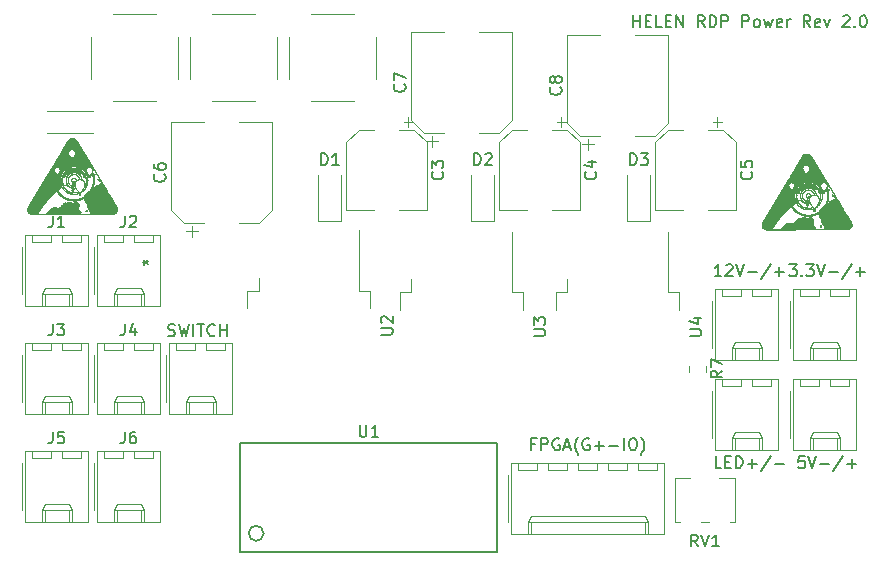
<source format=gbr>
G04 #@! TF.GenerationSoftware,KiCad,Pcbnew,5.0.1*
G04 #@! TF.CreationDate,2019-02-21T21:50:41-06:00*
G04 #@! TF.ProjectId,PowerRDP,506F7765725244502E6B696361645F70,2*
G04 #@! TF.SameCoordinates,Original*
G04 #@! TF.FileFunction,Legend,Top*
G04 #@! TF.FilePolarity,Positive*
%FSLAX46Y46*%
G04 Gerber Fmt 4.6, Leading zero omitted, Abs format (unit mm)*
G04 Created by KiCad (PCBNEW 5.0.1) date Thu 21 Feb 2019 09:50:41 PM CST*
%MOMM*%
%LPD*%
G01*
G04 APERTURE LIST*
%ADD10C,0.200000*%
%ADD11C,0.010000*%
%ADD12C,0.120000*%
%ADD13C,0.150000*%
G04 APERTURE END LIST*
D10*
X97068000Y-73048761D02*
X97210857Y-73096380D01*
X97448952Y-73096380D01*
X97544190Y-73048761D01*
X97591809Y-73001142D01*
X97639428Y-72905904D01*
X97639428Y-72810666D01*
X97591809Y-72715428D01*
X97544190Y-72667809D01*
X97448952Y-72620190D01*
X97258476Y-72572571D01*
X97163238Y-72524952D01*
X97115619Y-72477333D01*
X97068000Y-72382095D01*
X97068000Y-72286857D01*
X97115619Y-72191619D01*
X97163238Y-72144000D01*
X97258476Y-72096380D01*
X97496571Y-72096380D01*
X97639428Y-72144000D01*
X97972761Y-72096380D02*
X98210857Y-73096380D01*
X98401333Y-72382095D01*
X98591809Y-73096380D01*
X98829904Y-72096380D01*
X99210857Y-73096380D02*
X99210857Y-72096380D01*
X99544190Y-72096380D02*
X100115619Y-72096380D01*
X99829904Y-73096380D02*
X99829904Y-72096380D01*
X101020380Y-73001142D02*
X100972761Y-73048761D01*
X100829904Y-73096380D01*
X100734666Y-73096380D01*
X100591809Y-73048761D01*
X100496571Y-72953523D01*
X100448952Y-72858285D01*
X100401333Y-72667809D01*
X100401333Y-72524952D01*
X100448952Y-72334476D01*
X100496571Y-72239238D01*
X100591809Y-72144000D01*
X100734666Y-72096380D01*
X100829904Y-72096380D01*
X100972761Y-72144000D01*
X101020380Y-72191619D01*
X101448952Y-73096380D02*
X101448952Y-72096380D01*
X101448952Y-72572571D02*
X102020380Y-72572571D01*
X102020380Y-73096380D02*
X102020380Y-72096380D01*
X128135619Y-82224571D02*
X127802285Y-82224571D01*
X127802285Y-82748380D02*
X127802285Y-81748380D01*
X128278476Y-81748380D01*
X128659428Y-82748380D02*
X128659428Y-81748380D01*
X129040380Y-81748380D01*
X129135619Y-81796000D01*
X129183238Y-81843619D01*
X129230857Y-81938857D01*
X129230857Y-82081714D01*
X129183238Y-82176952D01*
X129135619Y-82224571D01*
X129040380Y-82272190D01*
X128659428Y-82272190D01*
X130183238Y-81796000D02*
X130088000Y-81748380D01*
X129945142Y-81748380D01*
X129802285Y-81796000D01*
X129707047Y-81891238D01*
X129659428Y-81986476D01*
X129611809Y-82176952D01*
X129611809Y-82319809D01*
X129659428Y-82510285D01*
X129707047Y-82605523D01*
X129802285Y-82700761D01*
X129945142Y-82748380D01*
X130040380Y-82748380D01*
X130183238Y-82700761D01*
X130230857Y-82653142D01*
X130230857Y-82319809D01*
X130040380Y-82319809D01*
X130611809Y-82462666D02*
X131088000Y-82462666D01*
X130516571Y-82748380D02*
X130849904Y-81748380D01*
X131183238Y-82748380D01*
X131802285Y-83129333D02*
X131754666Y-83081714D01*
X131659428Y-82938857D01*
X131611809Y-82843619D01*
X131564190Y-82700761D01*
X131516571Y-82462666D01*
X131516571Y-82272190D01*
X131564190Y-82034095D01*
X131611809Y-81891238D01*
X131659428Y-81796000D01*
X131754666Y-81653142D01*
X131802285Y-81605523D01*
X132707047Y-81796000D02*
X132611809Y-81748380D01*
X132468952Y-81748380D01*
X132326095Y-81796000D01*
X132230857Y-81891238D01*
X132183238Y-81986476D01*
X132135619Y-82176952D01*
X132135619Y-82319809D01*
X132183238Y-82510285D01*
X132230857Y-82605523D01*
X132326095Y-82700761D01*
X132468952Y-82748380D01*
X132564190Y-82748380D01*
X132707047Y-82700761D01*
X132754666Y-82653142D01*
X132754666Y-82319809D01*
X132564190Y-82319809D01*
X133183238Y-82367428D02*
X133945142Y-82367428D01*
X133564190Y-82748380D02*
X133564190Y-81986476D01*
X134421333Y-82367428D02*
X135183238Y-82367428D01*
X135659428Y-82748380D02*
X135659428Y-81748380D01*
X136326095Y-81748380D02*
X136516571Y-81748380D01*
X136611809Y-81796000D01*
X136707047Y-81891238D01*
X136754666Y-82081714D01*
X136754666Y-82415047D01*
X136707047Y-82605523D01*
X136611809Y-82700761D01*
X136516571Y-82748380D01*
X136326095Y-82748380D01*
X136230857Y-82700761D01*
X136135619Y-82605523D01*
X136088000Y-82415047D01*
X136088000Y-82081714D01*
X136135619Y-81891238D01*
X136230857Y-81796000D01*
X136326095Y-81748380D01*
X137088000Y-83129333D02*
X137135619Y-83081714D01*
X137230857Y-82938857D01*
X137278476Y-82843619D01*
X137326095Y-82700761D01*
X137373714Y-82462666D01*
X137373714Y-82272190D01*
X137326095Y-82034095D01*
X137278476Y-81891238D01*
X137230857Y-81796000D01*
X137135619Y-81653142D01*
X137088000Y-81605523D01*
X143923047Y-68016380D02*
X143351619Y-68016380D01*
X143637333Y-68016380D02*
X143637333Y-67016380D01*
X143542095Y-67159238D01*
X143446857Y-67254476D01*
X143351619Y-67302095D01*
X144304000Y-67111619D02*
X144351619Y-67064000D01*
X144446857Y-67016380D01*
X144684952Y-67016380D01*
X144780190Y-67064000D01*
X144827809Y-67111619D01*
X144875428Y-67206857D01*
X144875428Y-67302095D01*
X144827809Y-67444952D01*
X144256380Y-68016380D01*
X144875428Y-68016380D01*
X145161142Y-67016380D02*
X145494476Y-68016380D01*
X145827809Y-67016380D01*
X146161142Y-67635428D02*
X146923047Y-67635428D01*
X148113523Y-66968761D02*
X147256380Y-68254476D01*
X148446857Y-67635428D02*
X149208761Y-67635428D01*
X148827809Y-68016380D02*
X148827809Y-67254476D01*
X149669904Y-67016380D02*
X150288952Y-67016380D01*
X149955619Y-67397333D01*
X150098476Y-67397333D01*
X150193714Y-67444952D01*
X150241333Y-67492571D01*
X150288952Y-67587809D01*
X150288952Y-67825904D01*
X150241333Y-67921142D01*
X150193714Y-67968761D01*
X150098476Y-68016380D01*
X149812761Y-68016380D01*
X149717523Y-67968761D01*
X149669904Y-67921142D01*
X150717523Y-67921142D02*
X150765142Y-67968761D01*
X150717523Y-68016380D01*
X150669904Y-67968761D01*
X150717523Y-67921142D01*
X150717523Y-68016380D01*
X151098476Y-67016380D02*
X151717523Y-67016380D01*
X151384190Y-67397333D01*
X151527047Y-67397333D01*
X151622285Y-67444952D01*
X151669904Y-67492571D01*
X151717523Y-67587809D01*
X151717523Y-67825904D01*
X151669904Y-67921142D01*
X151622285Y-67968761D01*
X151527047Y-68016380D01*
X151241333Y-68016380D01*
X151146095Y-67968761D01*
X151098476Y-67921142D01*
X152003238Y-67016380D02*
X152336571Y-68016380D01*
X152669904Y-67016380D01*
X153003238Y-67635428D02*
X153765142Y-67635428D01*
X154955619Y-66968761D02*
X154098476Y-68254476D01*
X155288952Y-67635428D02*
X156050857Y-67635428D01*
X155669904Y-68016380D02*
X155669904Y-67254476D01*
X143899238Y-84272380D02*
X143423047Y-84272380D01*
X143423047Y-83272380D01*
X144232571Y-83748571D02*
X144565904Y-83748571D01*
X144708761Y-84272380D02*
X144232571Y-84272380D01*
X144232571Y-83272380D01*
X144708761Y-83272380D01*
X145137333Y-84272380D02*
X145137333Y-83272380D01*
X145375428Y-83272380D01*
X145518285Y-83320000D01*
X145613523Y-83415238D01*
X145661142Y-83510476D01*
X145708761Y-83700952D01*
X145708761Y-83843809D01*
X145661142Y-84034285D01*
X145613523Y-84129523D01*
X145518285Y-84224761D01*
X145375428Y-84272380D01*
X145137333Y-84272380D01*
X146137333Y-83891428D02*
X146899238Y-83891428D01*
X146518285Y-84272380D02*
X146518285Y-83510476D01*
X148089714Y-83224761D02*
X147232571Y-84510476D01*
X148423047Y-83891428D02*
X149184952Y-83891428D01*
X150955619Y-83272380D02*
X150479428Y-83272380D01*
X150431809Y-83748571D01*
X150479428Y-83700952D01*
X150574666Y-83653333D01*
X150812761Y-83653333D01*
X150908000Y-83700952D01*
X150955619Y-83748571D01*
X151003238Y-83843809D01*
X151003238Y-84081904D01*
X150955619Y-84177142D01*
X150908000Y-84224761D01*
X150812761Y-84272380D01*
X150574666Y-84272380D01*
X150479428Y-84224761D01*
X150431809Y-84177142D01*
X151288952Y-83272380D02*
X151622285Y-84272380D01*
X151955619Y-83272380D01*
X152288952Y-83891428D02*
X153050857Y-83891428D01*
X154241333Y-83224761D02*
X153384190Y-84510476D01*
X154574666Y-83891428D02*
X155336571Y-83891428D01*
X154955619Y-84272380D02*
X154955619Y-83510476D01*
X136446857Y-46934380D02*
X136446857Y-45934380D01*
X136446857Y-46410571D02*
X137018285Y-46410571D01*
X137018285Y-46934380D02*
X137018285Y-45934380D01*
X137494476Y-46410571D02*
X137827809Y-46410571D01*
X137970666Y-46934380D02*
X137494476Y-46934380D01*
X137494476Y-45934380D01*
X137970666Y-45934380D01*
X138875428Y-46934380D02*
X138399238Y-46934380D01*
X138399238Y-45934380D01*
X139208761Y-46410571D02*
X139542095Y-46410571D01*
X139684952Y-46934380D02*
X139208761Y-46934380D01*
X139208761Y-45934380D01*
X139684952Y-45934380D01*
X140113523Y-46934380D02*
X140113523Y-45934380D01*
X140684952Y-46934380D01*
X140684952Y-45934380D01*
X142494476Y-46934380D02*
X142161142Y-46458190D01*
X141923047Y-46934380D02*
X141923047Y-45934380D01*
X142304000Y-45934380D01*
X142399238Y-45982000D01*
X142446857Y-46029619D01*
X142494476Y-46124857D01*
X142494476Y-46267714D01*
X142446857Y-46362952D01*
X142399238Y-46410571D01*
X142304000Y-46458190D01*
X141923047Y-46458190D01*
X142923047Y-46934380D02*
X142923047Y-45934380D01*
X143161142Y-45934380D01*
X143304000Y-45982000D01*
X143399238Y-46077238D01*
X143446857Y-46172476D01*
X143494476Y-46362952D01*
X143494476Y-46505809D01*
X143446857Y-46696285D01*
X143399238Y-46791523D01*
X143304000Y-46886761D01*
X143161142Y-46934380D01*
X142923047Y-46934380D01*
X143923047Y-46934380D02*
X143923047Y-45934380D01*
X144304000Y-45934380D01*
X144399238Y-45982000D01*
X144446857Y-46029619D01*
X144494476Y-46124857D01*
X144494476Y-46267714D01*
X144446857Y-46362952D01*
X144399238Y-46410571D01*
X144304000Y-46458190D01*
X143923047Y-46458190D01*
X145684952Y-46934380D02*
X145684952Y-45934380D01*
X146065904Y-45934380D01*
X146161142Y-45982000D01*
X146208761Y-46029619D01*
X146256380Y-46124857D01*
X146256380Y-46267714D01*
X146208761Y-46362952D01*
X146161142Y-46410571D01*
X146065904Y-46458190D01*
X145684952Y-46458190D01*
X146827809Y-46934380D02*
X146732571Y-46886761D01*
X146684952Y-46839142D01*
X146637333Y-46743904D01*
X146637333Y-46458190D01*
X146684952Y-46362952D01*
X146732571Y-46315333D01*
X146827809Y-46267714D01*
X146970666Y-46267714D01*
X147065904Y-46315333D01*
X147113523Y-46362952D01*
X147161142Y-46458190D01*
X147161142Y-46743904D01*
X147113523Y-46839142D01*
X147065904Y-46886761D01*
X146970666Y-46934380D01*
X146827809Y-46934380D01*
X147494476Y-46267714D02*
X147684952Y-46934380D01*
X147875428Y-46458190D01*
X148065904Y-46934380D01*
X148256380Y-46267714D01*
X149018285Y-46886761D02*
X148923047Y-46934380D01*
X148732571Y-46934380D01*
X148637333Y-46886761D01*
X148589714Y-46791523D01*
X148589714Y-46410571D01*
X148637333Y-46315333D01*
X148732571Y-46267714D01*
X148923047Y-46267714D01*
X149018285Y-46315333D01*
X149065904Y-46410571D01*
X149065904Y-46505809D01*
X148589714Y-46601047D01*
X149494476Y-46934380D02*
X149494476Y-46267714D01*
X149494476Y-46458190D02*
X149542095Y-46362952D01*
X149589714Y-46315333D01*
X149684952Y-46267714D01*
X149780190Y-46267714D01*
X151446857Y-46934380D02*
X151113523Y-46458190D01*
X150875428Y-46934380D02*
X150875428Y-45934380D01*
X151256380Y-45934380D01*
X151351619Y-45982000D01*
X151399238Y-46029619D01*
X151446857Y-46124857D01*
X151446857Y-46267714D01*
X151399238Y-46362952D01*
X151351619Y-46410571D01*
X151256380Y-46458190D01*
X150875428Y-46458190D01*
X152256380Y-46886761D02*
X152161142Y-46934380D01*
X151970666Y-46934380D01*
X151875428Y-46886761D01*
X151827809Y-46791523D01*
X151827809Y-46410571D01*
X151875428Y-46315333D01*
X151970666Y-46267714D01*
X152161142Y-46267714D01*
X152256380Y-46315333D01*
X152304000Y-46410571D01*
X152304000Y-46505809D01*
X151827809Y-46601047D01*
X152637333Y-46267714D02*
X152875428Y-46934380D01*
X153113523Y-46267714D01*
X154208761Y-46029619D02*
X154256380Y-45982000D01*
X154351619Y-45934380D01*
X154589714Y-45934380D01*
X154684952Y-45982000D01*
X154732571Y-46029619D01*
X154780190Y-46124857D01*
X154780190Y-46220095D01*
X154732571Y-46362952D01*
X154161142Y-46934380D01*
X154780190Y-46934380D01*
X155208761Y-46839142D02*
X155256380Y-46886761D01*
X155208761Y-46934380D01*
X155161142Y-46886761D01*
X155208761Y-46839142D01*
X155208761Y-46934380D01*
X155875428Y-45934380D02*
X155970666Y-45934380D01*
X156065904Y-45982000D01*
X156113523Y-46029619D01*
X156161142Y-46124857D01*
X156208761Y-46315333D01*
X156208761Y-46553428D01*
X156161142Y-46743904D01*
X156113523Y-46839142D01*
X156065904Y-46886761D01*
X155970666Y-46934380D01*
X155875428Y-46934380D01*
X155780190Y-46886761D01*
X155732571Y-46839142D01*
X155684952Y-46743904D01*
X155637333Y-46553428D01*
X155637333Y-46315333D01*
X155684952Y-46124857D01*
X155732571Y-46029619D01*
X155780190Y-45982000D01*
X155875428Y-45934380D01*
D11*
G04 #@! TO.C,G\002A\002A\002A*
G36*
X88967454Y-56334275D02*
X88981440Y-56334863D01*
X88989653Y-56335791D01*
X88991025Y-56336375D01*
X88996433Y-56338769D01*
X89002262Y-56338920D01*
X89013241Y-56339616D01*
X89018589Y-56341162D01*
X89026743Y-56342595D01*
X89029938Y-56341723D01*
X89035522Y-56342196D01*
X89036919Y-56343753D01*
X89042762Y-56346691D01*
X89045264Y-56346230D01*
X89052092Y-56346044D01*
X89053655Y-56347000D01*
X89060138Y-56350368D01*
X89060419Y-56350412D01*
X89066259Y-56351924D01*
X89066416Y-56352000D01*
X89072071Y-56353936D01*
X89072766Y-56354117D01*
X89078729Y-56356053D01*
X89079116Y-56356233D01*
X89084408Y-56357971D01*
X89090213Y-56360368D01*
X89097108Y-56363940D01*
X89104140Y-56367082D01*
X89106633Y-56366894D01*
X89109826Y-56366945D01*
X89117887Y-56370314D01*
X89128542Y-56375775D01*
X89139516Y-56382102D01*
X89148536Y-56388067D01*
X89152887Y-56391840D01*
X89158937Y-56396248D01*
X89162176Y-56396135D01*
X89166622Y-56397309D01*
X89168490Y-56400391D01*
X89172485Y-56404884D01*
X89174840Y-56404624D01*
X89179316Y-56405778D01*
X89181190Y-56408857D01*
X89185075Y-56413425D01*
X89187298Y-56413240D01*
X89191750Y-56414684D01*
X89195470Y-56419615D01*
X89200648Y-56426372D01*
X89204122Y-56428200D01*
X89208682Y-56431013D01*
X89217302Y-56438422D01*
X89228439Y-56448882D01*
X89240552Y-56460846D01*
X89252099Y-56472770D01*
X89261538Y-56483107D01*
X89267328Y-56490313D01*
X89268394Y-56492632D01*
X89270978Y-56496748D01*
X89276009Y-56500189D01*
X89282721Y-56506066D01*
X89284433Y-56510446D01*
X89287856Y-56516788D01*
X89291051Y-56518734D01*
X89295563Y-56522729D01*
X89295309Y-56525093D01*
X89296463Y-56529569D01*
X89299542Y-56531443D01*
X89304073Y-56535382D01*
X89303851Y-56537671D01*
X89304894Y-56542891D01*
X89309833Y-56548850D01*
X89315328Y-56555422D01*
X89316183Y-56559433D01*
X89317496Y-56564207D01*
X89322533Y-56570016D01*
X89327915Y-56576780D01*
X89328534Y-56581166D01*
X89329358Y-56584639D01*
X89330641Y-56584833D01*
X89334989Y-56588194D01*
X89340690Y-56596149D01*
X89345769Y-56605506D01*
X89348253Y-56613071D01*
X89348275Y-56613364D01*
X89351027Y-56618439D01*
X89357394Y-56626108D01*
X89362751Y-56632644D01*
X89363643Y-56635616D01*
X89363488Y-56635633D01*
X89363991Y-56638146D01*
X89369195Y-56644195D01*
X89369254Y-56644254D01*
X89374758Y-56651557D01*
X89375629Y-56656511D01*
X89376884Y-56660833D01*
X89379976Y-56662676D01*
X89384507Y-56666616D01*
X89384285Y-56668904D01*
X89385327Y-56674124D01*
X89390267Y-56680083D01*
X89395762Y-56686656D01*
X89396617Y-56690666D01*
X89397929Y-56695440D01*
X89402967Y-56701250D01*
X89408348Y-56708014D01*
X89408967Y-56712399D01*
X89409792Y-56715872D01*
X89411075Y-56716067D01*
X89415378Y-56719365D01*
X89420905Y-56727042D01*
X89425654Y-56735772D01*
X89427625Y-56742229D01*
X89427394Y-56743198D01*
X89429211Y-56747139D01*
X89435161Y-56754477D01*
X89436513Y-56755942D01*
X89442307Y-56763030D01*
X89443634Y-56766718D01*
X89443183Y-56766866D01*
X89443285Y-56769486D01*
X89448152Y-56775941D01*
X89449533Y-56777450D01*
X89455156Y-56784400D01*
X89456234Y-56787924D01*
X89455812Y-56788033D01*
X89455823Y-56790100D01*
X89460366Y-56794249D01*
X89465168Y-56798907D01*
X89464670Y-56800599D01*
X89464559Y-56803302D01*
X89469309Y-56809791D01*
X89470700Y-56811317D01*
X89476341Y-56818268D01*
X89477461Y-56821792D01*
X89477050Y-56821900D01*
X89477151Y-56824520D01*
X89482019Y-56830974D01*
X89483400Y-56832483D01*
X89489239Y-56839457D01*
X89490785Y-56842967D01*
X89490488Y-56843066D01*
X89490991Y-56845579D01*
X89496195Y-56851628D01*
X89496254Y-56851688D01*
X89501758Y-56858990D01*
X89502629Y-56863944D01*
X89503884Y-56868267D01*
X89506976Y-56870110D01*
X89511507Y-56874049D01*
X89511285Y-56876337D01*
X89512327Y-56881558D01*
X89517267Y-56887516D01*
X89522762Y-56894089D01*
X89523617Y-56898100D01*
X89524929Y-56902874D01*
X89529967Y-56908683D01*
X89535462Y-56915256D01*
X89536317Y-56919266D01*
X89537629Y-56924040D01*
X89542667Y-56929850D01*
X89548048Y-56936614D01*
X89548667Y-56940999D01*
X89549492Y-56944472D01*
X89550775Y-56944666D01*
X89555123Y-56948028D01*
X89560823Y-56955983D01*
X89565902Y-56965339D01*
X89568387Y-56972904D01*
X89568409Y-56973197D01*
X89571160Y-56978272D01*
X89577527Y-56985941D01*
X89582669Y-56992455D01*
X89583102Y-56995446D01*
X89582883Y-56995466D01*
X89582985Y-56998086D01*
X89587852Y-57004541D01*
X89589233Y-57006050D01*
X89595073Y-57013023D01*
X89596618Y-57016534D01*
X89596321Y-57016633D01*
X89596824Y-57019146D01*
X89602028Y-57025195D01*
X89602088Y-57025254D01*
X89607591Y-57032557D01*
X89608462Y-57037511D01*
X89609717Y-57041833D01*
X89612809Y-57043676D01*
X89617340Y-57047616D01*
X89617118Y-57049904D01*
X89618160Y-57055124D01*
X89623100Y-57061083D01*
X89628595Y-57067656D01*
X89629450Y-57071666D01*
X89630762Y-57076440D01*
X89635800Y-57082250D01*
X89641295Y-57088822D01*
X89642150Y-57092833D01*
X89643462Y-57097607D01*
X89648500Y-57103416D01*
X89653881Y-57110180D01*
X89654500Y-57114566D01*
X89655325Y-57118039D01*
X89656608Y-57118233D01*
X89660912Y-57121531D01*
X89666439Y-57129208D01*
X89671188Y-57137938D01*
X89673158Y-57144396D01*
X89672927Y-57145364D01*
X89674745Y-57149305D01*
X89680695Y-57156643D01*
X89682046Y-57158109D01*
X89687841Y-57165197D01*
X89689168Y-57168884D01*
X89688716Y-57169033D01*
X89688818Y-57171653D01*
X89693686Y-57178108D01*
X89695067Y-57179616D01*
X89700906Y-57186590D01*
X89702452Y-57190100D01*
X89702154Y-57190200D01*
X89702658Y-57192713D01*
X89707862Y-57198762D01*
X89707921Y-57198821D01*
X89713425Y-57206123D01*
X89714295Y-57211077D01*
X89715551Y-57215400D01*
X89718642Y-57217243D01*
X89723173Y-57221182D01*
X89722951Y-57223471D01*
X89723994Y-57228691D01*
X89728933Y-57234650D01*
X89734428Y-57241222D01*
X89735283Y-57245233D01*
X89736596Y-57250007D01*
X89741633Y-57255816D01*
X89747128Y-57262389D01*
X89747983Y-57266400D01*
X89749296Y-57271174D01*
X89754333Y-57276983D01*
X89759715Y-57283747D01*
X89760334Y-57288132D01*
X89761158Y-57291605D01*
X89762441Y-57291800D01*
X89766789Y-57295161D01*
X89772490Y-57303116D01*
X89777569Y-57312472D01*
X89780053Y-57320037D01*
X89780075Y-57320330D01*
X89782827Y-57325406D01*
X89789194Y-57333075D01*
X89794336Y-57339588D01*
X89794769Y-57342579D01*
X89794550Y-57342600D01*
X89794651Y-57345220D01*
X89799519Y-57351674D01*
X89800900Y-57353183D01*
X89806739Y-57360157D01*
X89808285Y-57363667D01*
X89807988Y-57363766D01*
X89808491Y-57366279D01*
X89813695Y-57372328D01*
X89813754Y-57372388D01*
X89819258Y-57379690D01*
X89820129Y-57384644D01*
X89821434Y-57388929D01*
X89824813Y-57390939D01*
X89829357Y-57394412D01*
X89828984Y-57396360D01*
X89829625Y-57400955D01*
X89834924Y-57408374D01*
X89835466Y-57408961D01*
X89840760Y-57415607D01*
X89841404Y-57418760D01*
X89841117Y-57418800D01*
X89841218Y-57421420D01*
X89846086Y-57427874D01*
X89847466Y-57429383D01*
X89853306Y-57436357D01*
X89854852Y-57439867D01*
X89854554Y-57439966D01*
X89855058Y-57442479D01*
X89860262Y-57448528D01*
X89860321Y-57448588D01*
X89865743Y-57456031D01*
X89866421Y-57461288D01*
X89866843Y-57465079D01*
X89868275Y-57465367D01*
X89872623Y-57468728D01*
X89878323Y-57476683D01*
X89883402Y-57486039D01*
X89885887Y-57493604D01*
X89885909Y-57493897D01*
X89888660Y-57498972D01*
X89895027Y-57506641D01*
X89900169Y-57513155D01*
X89900602Y-57516146D01*
X89900383Y-57516166D01*
X89900485Y-57518786D01*
X89905352Y-57525241D01*
X89906733Y-57526750D01*
X89912573Y-57533723D01*
X89914118Y-57537234D01*
X89913821Y-57537333D01*
X89914324Y-57539846D01*
X89919528Y-57545895D01*
X89919588Y-57545954D01*
X89925010Y-57553397D01*
X89925688Y-57558654D01*
X89926110Y-57562446D01*
X89927541Y-57562733D01*
X89931889Y-57566094D01*
X89937590Y-57574049D01*
X89942669Y-57583406D01*
X89945153Y-57590971D01*
X89945175Y-57591264D01*
X89947927Y-57596339D01*
X89954294Y-57604008D01*
X89959436Y-57610522D01*
X89959869Y-57613512D01*
X89959650Y-57613533D01*
X89959751Y-57616153D01*
X89964619Y-57622608D01*
X89966000Y-57624116D01*
X89971839Y-57631090D01*
X89973385Y-57634600D01*
X89973088Y-57634700D01*
X89973591Y-57637213D01*
X89978795Y-57643262D01*
X89978854Y-57643321D01*
X89984358Y-57650623D01*
X89985229Y-57655577D01*
X89986534Y-57659862D01*
X89989913Y-57661873D01*
X89994457Y-57665345D01*
X89994084Y-57667294D01*
X89994725Y-57671889D01*
X90000024Y-57679307D01*
X90000566Y-57679894D01*
X90005860Y-57686540D01*
X90006504Y-57689693D01*
X90006216Y-57689733D01*
X90006318Y-57692353D01*
X90011186Y-57698808D01*
X90012567Y-57700316D01*
X90018208Y-57707268D01*
X90019327Y-57710792D01*
X90018917Y-57710900D01*
X90019018Y-57713520D01*
X90023886Y-57719974D01*
X90025266Y-57721483D01*
X90031106Y-57728457D01*
X90032652Y-57731967D01*
X90032354Y-57732066D01*
X90032858Y-57734579D01*
X90038062Y-57740628D01*
X90038121Y-57740688D01*
X90043625Y-57747990D01*
X90044495Y-57752944D01*
X90045751Y-57757267D01*
X90048842Y-57759110D01*
X90053373Y-57763049D01*
X90053151Y-57765337D01*
X90054194Y-57770558D01*
X90059133Y-57776516D01*
X90064628Y-57783089D01*
X90065483Y-57787100D01*
X90066796Y-57791874D01*
X90071833Y-57797683D01*
X90077328Y-57804256D01*
X90078183Y-57808266D01*
X90079496Y-57813040D01*
X90084533Y-57818850D01*
X90089915Y-57825614D01*
X90090534Y-57829999D01*
X90091358Y-57833472D01*
X90092641Y-57833667D01*
X90096989Y-57837028D01*
X90102690Y-57844983D01*
X90107769Y-57854339D01*
X90110253Y-57861904D01*
X90110275Y-57862197D01*
X90113027Y-57867272D01*
X90119394Y-57874941D01*
X90124536Y-57881455D01*
X90124969Y-57884446D01*
X90124750Y-57884466D01*
X90124851Y-57887086D01*
X90129719Y-57893541D01*
X90131100Y-57895050D01*
X90136741Y-57902002D01*
X90137861Y-57905525D01*
X90137450Y-57905633D01*
X90137466Y-57908233D01*
X90142279Y-57914582D01*
X90143101Y-57915472D01*
X90148660Y-57923010D01*
X90149636Y-57927986D01*
X90149483Y-57928172D01*
X90149828Y-57930816D01*
X90151452Y-57931033D01*
X90156067Y-57934402D01*
X90161964Y-57942388D01*
X90167127Y-57951811D01*
X90169538Y-57959490D01*
X90169542Y-57959564D01*
X90172294Y-57964639D01*
X90178661Y-57972308D01*
X90183803Y-57978822D01*
X90184236Y-57981812D01*
X90184017Y-57981833D01*
X90184118Y-57984453D01*
X90188986Y-57990908D01*
X90190367Y-57992417D01*
X90196206Y-57999390D01*
X90197752Y-58002900D01*
X90197454Y-58003000D01*
X90197958Y-58005513D01*
X90203162Y-58011562D01*
X90203221Y-58011621D01*
X90208643Y-58019064D01*
X90209321Y-58024321D01*
X90209743Y-58028112D01*
X90211175Y-58028400D01*
X90215523Y-58031761D01*
X90221223Y-58039716D01*
X90226302Y-58049072D01*
X90228787Y-58056637D01*
X90228809Y-58056930D01*
X90231560Y-58062006D01*
X90237927Y-58069675D01*
X90243069Y-58076188D01*
X90243502Y-58079179D01*
X90243283Y-58079200D01*
X90243385Y-58081820D01*
X90248252Y-58088274D01*
X90249633Y-58089783D01*
X90255473Y-58096757D01*
X90257018Y-58100267D01*
X90256721Y-58100366D01*
X90257224Y-58102879D01*
X90262428Y-58108928D01*
X90262488Y-58108988D01*
X90267910Y-58116431D01*
X90268588Y-58121688D01*
X90269010Y-58125479D01*
X90270441Y-58125767D01*
X90274789Y-58129128D01*
X90280490Y-58137083D01*
X90285569Y-58146439D01*
X90288053Y-58154004D01*
X90288075Y-58154297D01*
X90290827Y-58159372D01*
X90297194Y-58167041D01*
X90302336Y-58173555D01*
X90302769Y-58176546D01*
X90302550Y-58176566D01*
X90302651Y-58179186D01*
X90307519Y-58185641D01*
X90308900Y-58187150D01*
X90314739Y-58194123D01*
X90316285Y-58197634D01*
X90315988Y-58197733D01*
X90316491Y-58200246D01*
X90321695Y-58206295D01*
X90321754Y-58206354D01*
X90327177Y-58213797D01*
X90327854Y-58219054D01*
X90328276Y-58222846D01*
X90329708Y-58223133D01*
X90334056Y-58226494D01*
X90339756Y-58234449D01*
X90344835Y-58243806D01*
X90347320Y-58251371D01*
X90347342Y-58251664D01*
X90350094Y-58256739D01*
X90356461Y-58264408D01*
X90361603Y-58270922D01*
X90362036Y-58273912D01*
X90361816Y-58273933D01*
X90361918Y-58276553D01*
X90366786Y-58283008D01*
X90368166Y-58284516D01*
X90374006Y-58291490D01*
X90375552Y-58295000D01*
X90375254Y-58295100D01*
X90375758Y-58297613D01*
X90380962Y-58303662D01*
X90381021Y-58303721D01*
X90386525Y-58311023D01*
X90387395Y-58315977D01*
X90388701Y-58320262D01*
X90392080Y-58322273D01*
X90396623Y-58325745D01*
X90396250Y-58327694D01*
X90396891Y-58332289D01*
X90402190Y-58339707D01*
X90402732Y-58340294D01*
X90408027Y-58346940D01*
X90408670Y-58350093D01*
X90408383Y-58350133D01*
X90408485Y-58352753D01*
X90413352Y-58359208D01*
X90414733Y-58360716D01*
X90420375Y-58367668D01*
X90421494Y-58371192D01*
X90421083Y-58371300D01*
X90421185Y-58373920D01*
X90426052Y-58380374D01*
X90427433Y-58381883D01*
X90433273Y-58388857D01*
X90434818Y-58392367D01*
X90434521Y-58392466D01*
X90435024Y-58394979D01*
X90440228Y-58401028D01*
X90440288Y-58401088D01*
X90445710Y-58408531D01*
X90446388Y-58413788D01*
X90446810Y-58417579D01*
X90448241Y-58417866D01*
X90452589Y-58421228D01*
X90458290Y-58429183D01*
X90463369Y-58438539D01*
X90465853Y-58446104D01*
X90465875Y-58446397D01*
X90468627Y-58451472D01*
X90474994Y-58459142D01*
X90480136Y-58465655D01*
X90480569Y-58468646D01*
X90480350Y-58468666D01*
X90480451Y-58471286D01*
X90485319Y-58477741D01*
X90486700Y-58479250D01*
X90492539Y-58486223D01*
X90494085Y-58489734D01*
X90493788Y-58489833D01*
X90494291Y-58492346D01*
X90499495Y-58498395D01*
X90499554Y-58498454D01*
X90504977Y-58505897D01*
X90505654Y-58511154D01*
X90506076Y-58514946D01*
X90507508Y-58515233D01*
X90511856Y-58518594D01*
X90517556Y-58526549D01*
X90522635Y-58535906D01*
X90525120Y-58543471D01*
X90525142Y-58543764D01*
X90527894Y-58548839D01*
X90534261Y-58556508D01*
X90539403Y-58563022D01*
X90539836Y-58566012D01*
X90539616Y-58566033D01*
X90539718Y-58568653D01*
X90544586Y-58575108D01*
X90545966Y-58576616D01*
X90551806Y-58583590D01*
X90553352Y-58587100D01*
X90553054Y-58587200D01*
X90553558Y-58589713D01*
X90558762Y-58595762D01*
X90558821Y-58595821D01*
X90564243Y-58603264D01*
X90564921Y-58608521D01*
X90565343Y-58612312D01*
X90566775Y-58612600D01*
X90571123Y-58615961D01*
X90576823Y-58623916D01*
X90581902Y-58633272D01*
X90584387Y-58640837D01*
X90584409Y-58641130D01*
X90587160Y-58646206D01*
X90593527Y-58653875D01*
X90598669Y-58660388D01*
X90599102Y-58663379D01*
X90598883Y-58663400D01*
X90598985Y-58666020D01*
X90603852Y-58672474D01*
X90605233Y-58673983D01*
X90610875Y-58680935D01*
X90611994Y-58684459D01*
X90611583Y-58684566D01*
X90611599Y-58687166D01*
X90616412Y-58693515D01*
X90617234Y-58694406D01*
X90622793Y-58701943D01*
X90623770Y-58706919D01*
X90623616Y-58707106D01*
X90623961Y-58709749D01*
X90625586Y-58709966D01*
X90630201Y-58713335D01*
X90636098Y-58721321D01*
X90641260Y-58730744D01*
X90643671Y-58738423D01*
X90643675Y-58738497D01*
X90646427Y-58743572D01*
X90652794Y-58751241D01*
X90657936Y-58757755D01*
X90658369Y-58760746D01*
X90658150Y-58760766D01*
X90658251Y-58763386D01*
X90663119Y-58769841D01*
X90664500Y-58771350D01*
X90670141Y-58778302D01*
X90671261Y-58781825D01*
X90670850Y-58781933D01*
X90670951Y-58784553D01*
X90675819Y-58791008D01*
X90677200Y-58792516D01*
X90683039Y-58799490D01*
X90684585Y-58803000D01*
X90684288Y-58803100D01*
X90684791Y-58805613D01*
X90689995Y-58811662D01*
X90690054Y-58811721D01*
X90695558Y-58819023D01*
X90696429Y-58823977D01*
X90697734Y-58828262D01*
X90701113Y-58830273D01*
X90705657Y-58833745D01*
X90705284Y-58835694D01*
X90705925Y-58840289D01*
X90711224Y-58847707D01*
X90711766Y-58848294D01*
X90717060Y-58854940D01*
X90717704Y-58858093D01*
X90717417Y-58858133D01*
X90717518Y-58860753D01*
X90722386Y-58867208D01*
X90723767Y-58868716D01*
X90729408Y-58875668D01*
X90730527Y-58879192D01*
X90730117Y-58879300D01*
X90730218Y-58881920D01*
X90735086Y-58888374D01*
X90736467Y-58889883D01*
X90742306Y-58896857D01*
X90743852Y-58900367D01*
X90743554Y-58900466D01*
X90744058Y-58902979D01*
X90749262Y-58909028D01*
X90749321Y-58909088D01*
X90754825Y-58916390D01*
X90755695Y-58921344D01*
X90757001Y-58925629D01*
X90760380Y-58927639D01*
X90764923Y-58931112D01*
X90764550Y-58933060D01*
X90765191Y-58937655D01*
X90770490Y-58945074D01*
X90771032Y-58945661D01*
X90776327Y-58952307D01*
X90776970Y-58955460D01*
X90776683Y-58955500D01*
X90776785Y-58958120D01*
X90781652Y-58964574D01*
X90783033Y-58966083D01*
X90788675Y-58973035D01*
X90789794Y-58976559D01*
X90789383Y-58976666D01*
X90789485Y-58979286D01*
X90794352Y-58985741D01*
X90795733Y-58987250D01*
X90801356Y-58994200D01*
X90802434Y-58997724D01*
X90802012Y-58997833D01*
X90801865Y-58999816D01*
X90805572Y-59003125D01*
X90808496Y-59007219D01*
X90815477Y-59017986D01*
X90826170Y-59034862D01*
X90840230Y-59057286D01*
X90857315Y-59084698D01*
X90877078Y-59116536D01*
X90899176Y-59152238D01*
X90923265Y-59191243D01*
X90948999Y-59232990D01*
X90976035Y-59276916D01*
X91004028Y-59322462D01*
X91032633Y-59369065D01*
X91061507Y-59416163D01*
X91090305Y-59463196D01*
X91118682Y-59509602D01*
X91146294Y-59554820D01*
X91172796Y-59598288D01*
X91197845Y-59639444D01*
X91221096Y-59677728D01*
X91242204Y-59712578D01*
X91260825Y-59743433D01*
X91276615Y-59769731D01*
X91289229Y-59790910D01*
X91297709Y-59805351D01*
X91302194Y-59812911D01*
X91310838Y-59827310D01*
X91323399Y-59848152D01*
X91339638Y-59875041D01*
X91359315Y-59907581D01*
X91382190Y-59945375D01*
X91408023Y-59988028D01*
X91436573Y-60035144D01*
X91467602Y-60086326D01*
X91500869Y-60141179D01*
X91536133Y-60199307D01*
X91573155Y-60260314D01*
X91611696Y-60323803D01*
X91651514Y-60389379D01*
X91692370Y-60456645D01*
X91702397Y-60473150D01*
X91783660Y-60606923D01*
X91860632Y-60733655D01*
X91933428Y-60853535D01*
X92002162Y-60966752D01*
X92066947Y-61073495D01*
X92127897Y-61173955D01*
X92185126Y-61268320D01*
X92238747Y-61356780D01*
X92288875Y-61439524D01*
X92335624Y-61516742D01*
X92379107Y-61588624D01*
X92419437Y-61655358D01*
X92456730Y-61717134D01*
X92491098Y-61774142D01*
X92522655Y-61826571D01*
X92551516Y-61874610D01*
X92577793Y-61918450D01*
X92601602Y-61958278D01*
X92623055Y-61994286D01*
X92642267Y-62026661D01*
X92659351Y-62055595D01*
X92674421Y-62081275D01*
X92687591Y-62103892D01*
X92698975Y-62123635D01*
X92708687Y-62140693D01*
X92716840Y-62155257D01*
X92723548Y-62167514D01*
X92728925Y-62177655D01*
X92733085Y-62185870D01*
X92736142Y-62192347D01*
X92738132Y-62197077D01*
X92749642Y-62230357D01*
X92757461Y-62261989D01*
X92761980Y-62294572D01*
X92763590Y-62330708D01*
X92763084Y-62362883D01*
X92760986Y-62399932D01*
X92757132Y-62431195D01*
X92750899Y-62459278D01*
X92741662Y-62486786D01*
X92728799Y-62516324D01*
X92723963Y-62526328D01*
X92695190Y-62575402D01*
X92659925Y-62619470D01*
X92618832Y-62658052D01*
X92572574Y-62690667D01*
X92521814Y-62716836D01*
X92467217Y-62736079D01*
X92419693Y-62746411D01*
X92415125Y-62746870D01*
X92407166Y-62747321D01*
X92395692Y-62747765D01*
X92380582Y-62748201D01*
X92361712Y-62748631D01*
X92338959Y-62749055D01*
X92312200Y-62749473D01*
X92281313Y-62749886D01*
X92246176Y-62750294D01*
X92206664Y-62750698D01*
X92162656Y-62751098D01*
X92114029Y-62751494D01*
X92060659Y-62751888D01*
X92002425Y-62752280D01*
X91939202Y-62752670D01*
X91870869Y-62753059D01*
X91797303Y-62753446D01*
X91718381Y-62753833D01*
X91633979Y-62754221D01*
X91543976Y-62754609D01*
X91448248Y-62754998D01*
X91346673Y-62755388D01*
X91239128Y-62755780D01*
X91125490Y-62756175D01*
X91005636Y-62756573D01*
X90879444Y-62756975D01*
X90746790Y-62757380D01*
X90607552Y-62757790D01*
X90461607Y-62758204D01*
X90308833Y-62758624D01*
X90149106Y-62759050D01*
X89982304Y-62759482D01*
X89808303Y-62759921D01*
X89626982Y-62760368D01*
X89438217Y-62760822D01*
X89241886Y-62761284D01*
X89037865Y-62761755D01*
X88826033Y-62762235D01*
X88606265Y-62762725D01*
X88378440Y-62763225D01*
X88142434Y-62763736D01*
X87898125Y-62764258D01*
X87815467Y-62764433D01*
X87647783Y-62764787D01*
X87488360Y-62765120D01*
X87336989Y-62765434D01*
X87193465Y-62765728D01*
X87057582Y-62766002D01*
X86929131Y-62766256D01*
X86807906Y-62766490D01*
X86693702Y-62766704D01*
X86586310Y-62766899D01*
X86485524Y-62767073D01*
X86391138Y-62767228D01*
X86302945Y-62767363D01*
X86220739Y-62767478D01*
X86144311Y-62767573D01*
X86073457Y-62767648D01*
X86007968Y-62767704D01*
X85947639Y-62767739D01*
X85892262Y-62767755D01*
X85841631Y-62767751D01*
X85795540Y-62767728D01*
X85753781Y-62767684D01*
X85716148Y-62767621D01*
X85682434Y-62767538D01*
X85652432Y-62767435D01*
X85625936Y-62767313D01*
X85602739Y-62767171D01*
X85582634Y-62767009D01*
X85565415Y-62766827D01*
X85550875Y-62766626D01*
X85538807Y-62766405D01*
X85529004Y-62766164D01*
X85521260Y-62765904D01*
X85515368Y-62765623D01*
X85511122Y-62765324D01*
X85508314Y-62765004D01*
X85506737Y-62764665D01*
X85506407Y-62764525D01*
X85496821Y-62762527D01*
X85491637Y-62763297D01*
X85483779Y-62763359D01*
X85480711Y-62761150D01*
X85474826Y-62758181D01*
X85472024Y-62758676D01*
X85465298Y-62758221D01*
X85463557Y-62756560D01*
X85457870Y-62753912D01*
X85455091Y-62754443D01*
X85448365Y-62753988D01*
X85446624Y-62752326D01*
X85440924Y-62749620D01*
X85438436Y-62750103D01*
X85431607Y-62750289D01*
X85430044Y-62749333D01*
X85425757Y-62747105D01*
X85982315Y-62747105D01*
X85982836Y-62748107D01*
X85984338Y-62748998D01*
X85987268Y-62749786D01*
X85992070Y-62750481D01*
X85999192Y-62751095D01*
X86009079Y-62751635D01*
X86022177Y-62752114D01*
X86038932Y-62752539D01*
X86059789Y-62752922D01*
X86085195Y-62753273D01*
X86115596Y-62753600D01*
X86151438Y-62753915D01*
X86193166Y-62754227D01*
X86241226Y-62754545D01*
X86296065Y-62754881D01*
X86358128Y-62755244D01*
X86427862Y-62755643D01*
X86488317Y-62755989D01*
X86657650Y-62756961D01*
X86763483Y-62652023D01*
X86789227Y-62626646D01*
X86814072Y-62602433D01*
X86837134Y-62580225D01*
X86857529Y-62560865D01*
X86874372Y-62545193D01*
X86886779Y-62534050D01*
X86892600Y-62529204D01*
X86918733Y-62509030D01*
X86939812Y-62492539D01*
X86955199Y-62480232D01*
X86962450Y-62474198D01*
X86970016Y-62468052D01*
X86981875Y-62458806D01*
X86995524Y-62448412D01*
X86996165Y-62447930D01*
X87009570Y-62437718D01*
X87021042Y-62428738D01*
X87028226Y-62422837D01*
X87028493Y-62422600D01*
X87035501Y-62416498D01*
X87046346Y-62407248D01*
X87055747Y-62399316D01*
X87068242Y-62388221D01*
X87083732Y-62373601D01*
X87099425Y-62358113D01*
X87103853Y-62353592D01*
X87119549Y-62338133D01*
X87136483Y-62322594D01*
X87151601Y-62309751D01*
X87155066Y-62307036D01*
X87167036Y-62297738D01*
X87176165Y-62290341D01*
X87180504Y-62286423D01*
X87180523Y-62286398D01*
X87185386Y-62282015D01*
X87195316Y-62274257D01*
X87208386Y-62264521D01*
X87222670Y-62254203D01*
X87236242Y-62244700D01*
X87247173Y-62237408D01*
X87252536Y-62234201D01*
X87262886Y-62231196D01*
X87278231Y-62229466D01*
X87290221Y-62229257D01*
X87305118Y-62229333D01*
X87314335Y-62228026D01*
X87320650Y-62224324D01*
X87326841Y-62217217D01*
X87328218Y-62215417D01*
X87338611Y-62202546D01*
X87349620Y-62190013D01*
X87350964Y-62188580D01*
X87357026Y-62182541D01*
X87362553Y-62179052D01*
X87369817Y-62177656D01*
X87381090Y-62177898D01*
X87397530Y-62179223D01*
X87415266Y-62181290D01*
X87430887Y-62184046D01*
X87441539Y-62186968D01*
X87442933Y-62187581D01*
X87468433Y-62197894D01*
X87490961Y-62201848D01*
X87509590Y-62199344D01*
X87517165Y-62195630D01*
X87525435Y-62191216D01*
X87532019Y-62192064D01*
X87537961Y-62195582D01*
X87547236Y-62199978D01*
X87553836Y-62200656D01*
X87568788Y-62196524D01*
X87578041Y-62195972D01*
X87583770Y-62199470D01*
X87588154Y-62207490D01*
X87588432Y-62208150D01*
X87598553Y-62225156D01*
X87612003Y-62237751D01*
X87626791Y-62244265D01*
X87632092Y-62244800D01*
X87645390Y-62247803D01*
X87651444Y-62253067D01*
X87664212Y-62264469D01*
X87681112Y-62269400D01*
X87700758Y-62267811D01*
X87721766Y-62259656D01*
X87728409Y-62255741D01*
X87741734Y-62247733D01*
X87751950Y-62243707D01*
X87762818Y-62242698D01*
X87775969Y-62243546D01*
X87800926Y-62245809D01*
X87839783Y-62207540D01*
X87855830Y-62191852D01*
X87867315Y-62181211D01*
X87875673Y-62174687D01*
X87882336Y-62171350D01*
X87888739Y-62170268D01*
X87896316Y-62170511D01*
X87896794Y-62170544D01*
X87909403Y-62172481D01*
X87916749Y-62177116D01*
X87920577Y-62183127D01*
X87923613Y-62191075D01*
X87922576Y-62197812D01*
X87916746Y-62206822D01*
X87915286Y-62208753D01*
X87906436Y-62223646D01*
X87905085Y-62235143D01*
X87911234Y-62243019D01*
X87914913Y-62244786D01*
X87927779Y-62247040D01*
X87936969Y-62241938D01*
X87941700Y-62234208D01*
X87952371Y-62220706D01*
X87969463Y-62211879D01*
X87982867Y-62209021D01*
X87994661Y-62206039D01*
X88002839Y-62201270D01*
X88003850Y-62200014D01*
X88009027Y-62193235D01*
X88017915Y-62183053D01*
X88025297Y-62175133D01*
X88036007Y-62162578D01*
X88044834Y-62149826D01*
X88048267Y-62143278D01*
X88051493Y-62134085D01*
X88050582Y-62128009D01*
X88044457Y-62121566D01*
X88040540Y-62118299D01*
X88030502Y-62108638D01*
X88027796Y-62101270D01*
X88032205Y-62094649D01*
X88036772Y-62091292D01*
X88050193Y-62080850D01*
X88064388Y-62067126D01*
X88078037Y-62051761D01*
X88089820Y-62036399D01*
X88098418Y-62022683D01*
X88102512Y-62012255D01*
X88102589Y-62009353D01*
X88104060Y-62002761D01*
X88111800Y-61999954D01*
X88122219Y-61996175D01*
X88132499Y-61988989D01*
X88139734Y-61980768D01*
X88141433Y-61975772D01*
X88143053Y-61969440D01*
X88147266Y-61958072D01*
X88152234Y-61946264D01*
X88157592Y-61932700D01*
X88160727Y-61921840D01*
X88161037Y-61916634D01*
X88162724Y-61911025D01*
X88169187Y-61902115D01*
X88175636Y-61895221D01*
X88187129Y-61882132D01*
X88191687Y-61871197D01*
X88189838Y-61860570D01*
X88187048Y-61855381D01*
X88184194Y-61846639D01*
X88188636Y-61840840D01*
X88200645Y-61837829D01*
X88218748Y-61837393D01*
X88244104Y-61835836D01*
X88262709Y-61829459D01*
X88274436Y-61818313D01*
X88276130Y-61815116D01*
X88280613Y-61807719D01*
X88285902Y-61807092D01*
X88290036Y-61809000D01*
X88295928Y-61813830D01*
X88294288Y-61818472D01*
X88290758Y-61825978D01*
X88289600Y-61834728D01*
X88291236Y-61843234D01*
X88296831Y-61848011D01*
X88307418Y-61849218D01*
X88324027Y-61847019D01*
X88342162Y-61842960D01*
X88374355Y-61833983D01*
X88399096Y-61824618D01*
X88417400Y-61814438D01*
X88425766Y-61807712D01*
X88439833Y-61798962D01*
X88456359Y-61794240D01*
X88468326Y-61791826D01*
X88476294Y-61789064D01*
X88477782Y-61787925D01*
X88482405Y-61785169D01*
X88493291Y-61780346D01*
X88508712Y-61774186D01*
X88523389Y-61768697D01*
X88542039Y-61761868D01*
X88558400Y-61755783D01*
X88570412Y-61751215D01*
X88575350Y-61749239D01*
X88584023Y-61746485D01*
X88597653Y-61743156D01*
X88609216Y-61740767D01*
X88627571Y-61737271D01*
X88646547Y-61733639D01*
X88655783Y-61731862D01*
X88696172Y-61728272D01*
X88737284Y-61732615D01*
X88763314Y-61739561D01*
X88779428Y-61745391D01*
X88792928Y-61751091D01*
X88801322Y-61755590D01*
X88802167Y-61756250D01*
X88808932Y-61761099D01*
X88811974Y-61762200D01*
X88817020Y-61764554D01*
X88825815Y-61770434D01*
X88828974Y-61772783D01*
X88839238Y-61779509D01*
X88847612Y-61783153D01*
X88849152Y-61783367D01*
X88856566Y-61785022D01*
X88858123Y-61790806D01*
X88854119Y-61801946D01*
X88853799Y-61802623D01*
X88849409Y-61816365D01*
X88850832Y-61829851D01*
X88851090Y-61830767D01*
X88853898Y-61838810D01*
X88857955Y-61842999D01*
X88865738Y-61844631D01*
X88878225Y-61844989D01*
X88892908Y-61845930D01*
X88905158Y-61848076D01*
X88909783Y-61849711D01*
X88918722Y-61852363D01*
X88932413Y-61854282D01*
X88941709Y-61854843D01*
X88956989Y-61854499D01*
X88967107Y-61851865D01*
X88975242Y-61846105D01*
X88975360Y-61845995D01*
X88986777Y-61836835D01*
X88997289Y-61830042D01*
X89005842Y-61824854D01*
X89019141Y-61816242D01*
X89034997Y-61805639D01*
X89044071Y-61799438D01*
X89062745Y-61786577D01*
X89082291Y-61773119D01*
X89099406Y-61761341D01*
X89104516Y-61757826D01*
X89123319Y-61744217D01*
X89138432Y-61731934D01*
X89148739Y-61721968D01*
X89153122Y-61715310D01*
X89153200Y-61714670D01*
X89156144Y-61707322D01*
X89163470Y-61697352D01*
X89172917Y-61687389D01*
X89182225Y-61680059D01*
X89183681Y-61679237D01*
X89197181Y-61674304D01*
X89210844Y-61674473D01*
X89227194Y-61679974D01*
X89235655Y-61684026D01*
X89252616Y-61691048D01*
X89265640Y-61692553D01*
X89268850Y-61692053D01*
X89281162Y-61693229D01*
X89293038Y-61700447D01*
X89302006Y-61711531D01*
X89305599Y-61724305D01*
X89305600Y-61724439D01*
X89307939Y-61734124D01*
X89315924Y-61740309D01*
X89328883Y-61743835D01*
X89340750Y-61746692D01*
X89345994Y-61751009D01*
X89346429Y-61758959D01*
X89345617Y-61763893D01*
X89344554Y-61778914D01*
X89347101Y-61790187D01*
X89352715Y-61795780D01*
X89354673Y-61796067D01*
X89360610Y-61799602D01*
X89364867Y-61806650D01*
X89370897Y-61815037D01*
X89380637Y-61817240D01*
X89392208Y-61820551D01*
X89405224Y-61830964D01*
X89407631Y-61833453D01*
X89416879Y-61844385D01*
X89420885Y-61853039D01*
X89420990Y-61862463D01*
X89420840Y-61863548D01*
X89421084Y-61875909D01*
X89424642Y-61881137D01*
X89436279Y-61884593D01*
X89451534Y-61884360D01*
X89466587Y-61880786D01*
X89474862Y-61876551D01*
X89483345Y-61871291D01*
X89488415Y-61871191D01*
X89491886Y-61874406D01*
X89494595Y-61880313D01*
X89493040Y-61888518D01*
X89489703Y-61896247D01*
X89482315Y-61911816D01*
X89495408Y-61922733D01*
X89503968Y-61931459D01*
X89505602Y-61938108D01*
X89504807Y-61940000D01*
X89502278Y-61947791D01*
X89500034Y-61960390D01*
X89499236Y-61967517D01*
X89497029Y-61982958D01*
X89493668Y-61997066D01*
X89492166Y-62001383D01*
X89489354Y-62014419D01*
X89493594Y-62022820D01*
X89504999Y-62026746D01*
X89510295Y-62027086D01*
X89521083Y-62027919D01*
X89527695Y-62029574D01*
X89528143Y-62029898D01*
X89528776Y-62035582D01*
X89524315Y-62043112D01*
X89516821Y-62049810D01*
X89510647Y-62052629D01*
X89499528Y-62059689D01*
X89491207Y-62074222D01*
X89486354Y-62093620D01*
X89481774Y-62107960D01*
X89473924Y-62121448D01*
X89473056Y-62122520D01*
X89465112Y-62133775D01*
X89462672Y-62144055D01*
X89465215Y-62156893D01*
X89467146Y-62162535D01*
X89469815Y-62173084D01*
X89467588Y-62181174D01*
X89463205Y-62187376D01*
X89456926Y-62197046D01*
X89452590Y-62208640D01*
X89449423Y-62224672D01*
X89447754Y-62237535D01*
X89448009Y-62250531D01*
X89452397Y-62264831D01*
X89458345Y-62277206D01*
X89466380Y-62295076D01*
X89469854Y-62310890D01*
X89470176Y-62322571D01*
X89472543Y-62361596D01*
X89481731Y-62396831D01*
X89497434Y-62427583D01*
X89519347Y-62453159D01*
X89532564Y-62463810D01*
X89541379Y-62471552D01*
X89545105Y-62480429D01*
X89545745Y-62490777D01*
X89547518Y-62505212D01*
X89552673Y-62512277D01*
X89558543Y-62517766D01*
X89559600Y-62520836D01*
X89561990Y-62526924D01*
X89567947Y-62536356D01*
X89570183Y-62539393D01*
X89576904Y-62549604D01*
X89580550Y-62557868D01*
X89580767Y-62559382D01*
X89583760Y-62567252D01*
X89586435Y-62570201D01*
X89589277Y-62575298D01*
X89590772Y-62585543D01*
X89591046Y-62602222D01*
X89590739Y-62614111D01*
X89590396Y-62634720D01*
X89591278Y-62649479D01*
X89593702Y-62660954D01*
X89597792Y-62671308D01*
X89603927Y-62681973D01*
X89609845Y-62688424D01*
X89612051Y-62689300D01*
X89619414Y-62693317D01*
X89626914Y-62704592D01*
X89633822Y-62721961D01*
X89635075Y-62726086D01*
X89641525Y-62740521D01*
X89649334Y-62746715D01*
X89654816Y-62747102D01*
X89668156Y-62747407D01*
X89688746Y-62747630D01*
X89715977Y-62747772D01*
X89749242Y-62747833D01*
X89787931Y-62747813D01*
X89831437Y-62747713D01*
X89879151Y-62747533D01*
X89930465Y-62747274D01*
X89984771Y-62746935D01*
X90041460Y-62746518D01*
X90049290Y-62746455D01*
X90440133Y-62743303D01*
X90440133Y-62671916D01*
X90440009Y-62644392D01*
X90439508Y-62623370D01*
X90438435Y-62606885D01*
X90436596Y-62592975D01*
X90433797Y-62579674D01*
X90429842Y-62565021D01*
X90429398Y-62563482D01*
X90424206Y-62546612D01*
X90419385Y-62532774D01*
X90415688Y-62524059D01*
X90414581Y-62522354D01*
X90412351Y-62516147D01*
X90410868Y-62504400D01*
X90410500Y-62493970D01*
X90409816Y-62480344D01*
X90408049Y-62470426D01*
X90406267Y-62467050D01*
X90402787Y-62461116D01*
X90402033Y-62455678D01*
X90399816Y-62445724D01*
X90393950Y-62431124D01*
X90385613Y-62414190D01*
X90383177Y-62409900D01*
X90626400Y-62409900D01*
X90626400Y-62659666D01*
X90681433Y-62659666D01*
X90681433Y-62583716D01*
X90681669Y-62555335D01*
X90682345Y-62532506D01*
X90683417Y-62516056D01*
X90684841Y-62506811D01*
X90685706Y-62505125D01*
X90687793Y-62504550D01*
X90690255Y-62505943D01*
X90693570Y-62510163D01*
X90698219Y-62518069D01*
X90704680Y-62530521D01*
X90713434Y-62548377D01*
X90724959Y-62572497D01*
X90734160Y-62591933D01*
X90765165Y-62657550D01*
X90799499Y-62658779D01*
X90833833Y-62660009D01*
X90833833Y-62580862D01*
X90889344Y-62580862D01*
X90891440Y-62598872D01*
X90894844Y-62610596D01*
X90907447Y-62632762D01*
X90925874Y-62648994D01*
X90949807Y-62659184D01*
X90978928Y-62663225D01*
X91012919Y-62661009D01*
X91033022Y-62657211D01*
X91062433Y-62650521D01*
X91062433Y-62604983D01*
X91042264Y-62615113D01*
X91017506Y-62624786D01*
X90994579Y-62628423D01*
X90974951Y-62625893D01*
X90966039Y-62621793D01*
X90953678Y-62611279D01*
X90946139Y-62599216D01*
X90944736Y-62587884D01*
X90945327Y-62585853D01*
X90947503Y-62583227D01*
X90952521Y-62581383D01*
X90961634Y-62580193D01*
X90976100Y-62579528D01*
X90997174Y-62579259D01*
X91009963Y-62579233D01*
X91072059Y-62579233D01*
X91069879Y-62552078D01*
X91064619Y-62522903D01*
X91053932Y-62500210D01*
X91046215Y-62492450D01*
X91100533Y-62492450D01*
X91100956Y-62504002D01*
X91103385Y-62509600D01*
X91109558Y-62511752D01*
X91114292Y-62512290D01*
X91128050Y-62513616D01*
X91130384Y-62572883D01*
X91131992Y-62603652D01*
X91134065Y-62626302D01*
X91136590Y-62640729D01*
X91139553Y-62646825D01*
X91140144Y-62647030D01*
X91144092Y-62648358D01*
X91153291Y-62651617D01*
X91157683Y-62653194D01*
X91170781Y-62656357D01*
X91188369Y-62658628D01*
X91205308Y-62659481D01*
X91236000Y-62659666D01*
X91236000Y-62621566D01*
X91217606Y-62621566D01*
X91204139Y-62620584D01*
X91194639Y-62616837D01*
X91188445Y-62609124D01*
X91184899Y-62596247D01*
X91183342Y-62577004D01*
X91183083Y-62558693D01*
X91183083Y-62513616D01*
X91211658Y-62512365D01*
X91240233Y-62511113D01*
X91240233Y-62473787D01*
X91231401Y-62473400D01*
X91270630Y-62473400D01*
X91275860Y-62495625D01*
X91278606Y-62507312D01*
X91282826Y-62525295D01*
X91288064Y-62547626D01*
X91293862Y-62572358D01*
X91297703Y-62588743D01*
X91314317Y-62659637D01*
X91345008Y-62659652D01*
X91359903Y-62659372D01*
X91370812Y-62658619D01*
X91375630Y-62657548D01*
X91375700Y-62657395D01*
X91376612Y-62651792D01*
X91379041Y-62640077D01*
X91382527Y-62624239D01*
X91386612Y-62606269D01*
X91390835Y-62588158D01*
X91394736Y-62571897D01*
X91397857Y-62559475D01*
X91399736Y-62552884D01*
X91399943Y-62552406D01*
X91403744Y-62550681D01*
X91408259Y-62557140D01*
X91413517Y-62571854D01*
X91419545Y-62594893D01*
X91422521Y-62608016D01*
X91433359Y-62657550D01*
X91493363Y-62660020D01*
X91514965Y-62570514D01*
X91516372Y-62564644D01*
X91578993Y-62564644D01*
X91581502Y-62595883D01*
X91589420Y-62620862D01*
X91603049Y-62640073D01*
X91622691Y-62654008D01*
X91637500Y-62660046D01*
X91650402Y-62662134D01*
X91668224Y-62662422D01*
X91687812Y-62661145D01*
X91706010Y-62658533D01*
X91719664Y-62654820D01*
X91721836Y-62653832D01*
X91741604Y-62639090D01*
X91755303Y-62618467D01*
X91762915Y-62592005D01*
X91764423Y-62559746D01*
X91764197Y-62555545D01*
X91759526Y-62525685D01*
X91749570Y-62502394D01*
X91734080Y-62485437D01*
X91712808Y-62474577D01*
X91706380Y-62473400D01*
X91815966Y-62473400D01*
X91815966Y-62659666D01*
X91866766Y-62659666D01*
X91866790Y-62612041D01*
X91867331Y-62583573D01*
X91869163Y-62562053D01*
X91872646Y-62546012D01*
X91878142Y-62533983D01*
X91886011Y-62524498D01*
X91888956Y-62521872D01*
X91898620Y-62514885D01*
X91907783Y-62512185D01*
X91920542Y-62512688D01*
X91922699Y-62512934D01*
X91942966Y-62515334D01*
X91942966Y-62469166D01*
X91922858Y-62469182D01*
X91900712Y-62472480D01*
X91888188Y-62478075D01*
X91878558Y-62483433D01*
X91873146Y-62484272D01*
X91869204Y-62480890D01*
X91868671Y-62480176D01*
X91861951Y-62475725D01*
X91849220Y-62473653D01*
X91839841Y-62473400D01*
X91815966Y-62473400D01*
X91706380Y-62473400D01*
X91685506Y-62469578D01*
X91673348Y-62469166D01*
X91642516Y-62471600D01*
X91618252Y-62479166D01*
X91600163Y-62492263D01*
X91587857Y-62511288D01*
X91580938Y-62536641D01*
X91578993Y-62564644D01*
X91516372Y-62564644D01*
X91521301Y-62544092D01*
X91526903Y-62520410D01*
X91531482Y-62500717D01*
X91534748Y-62486261D01*
X91536413Y-62478291D01*
X91536567Y-62477204D01*
X91532723Y-62475188D01*
X91522743Y-62473809D01*
X91511452Y-62473400D01*
X91496756Y-62473885D01*
X91488520Y-62475700D01*
X91484772Y-62479380D01*
X91484261Y-62480808D01*
X91482524Y-62487946D01*
X91479518Y-62501204D01*
X91475728Y-62518419D01*
X91473108Y-62530550D01*
X91469094Y-62548968D01*
X91465565Y-62564619D01*
X91462995Y-62575426D01*
X91462060Y-62578883D01*
X91458847Y-62583018D01*
X91454724Y-62578944D01*
X91449776Y-62566860D01*
X91444087Y-62546964D01*
X91438949Y-62525050D01*
X91428116Y-62475516D01*
X91404024Y-62474247D01*
X91391036Y-62473957D01*
X91382289Y-62474517D01*
X91379933Y-62475460D01*
X91378981Y-62482178D01*
X91376443Y-62494681D01*
X91372796Y-62510993D01*
X91368517Y-62529140D01*
X91364084Y-62547146D01*
X91359973Y-62563035D01*
X91356663Y-62574833D01*
X91354629Y-62580564D01*
X91354498Y-62580746D01*
X91351263Y-62581679D01*
X91347840Y-62577145D01*
X91343976Y-62566433D01*
X91339420Y-62548830D01*
X91333920Y-62523623D01*
X91333384Y-62521025D01*
X91323595Y-62473400D01*
X91270630Y-62473400D01*
X91231401Y-62473400D01*
X91183083Y-62471283D01*
X91181823Y-62444825D01*
X91180562Y-62418366D01*
X91130571Y-62418366D01*
X91129310Y-62444825D01*
X91128454Y-62459258D01*
X91126893Y-62467285D01*
X91123518Y-62470954D01*
X91117222Y-62472315D01*
X91114292Y-62472610D01*
X91105737Y-62474004D01*
X91101750Y-62477656D01*
X91100594Y-62486074D01*
X91100533Y-62492450D01*
X91046215Y-62492450D01*
X91037646Y-62483835D01*
X91015583Y-62473619D01*
X90987570Y-62469398D01*
X90980045Y-62469259D01*
X90951835Y-62471628D01*
X90929686Y-62478890D01*
X90912404Y-62491574D01*
X90902905Y-62503444D01*
X90896705Y-62513985D01*
X90892875Y-62524466D01*
X90890709Y-62537707D01*
X90889498Y-62556530D01*
X90889477Y-62557026D01*
X90889344Y-62580862D01*
X90833833Y-62580862D01*
X90833833Y-62409900D01*
X90778995Y-62409900D01*
X90777839Y-62485041D01*
X90777171Y-62513385D01*
X90776159Y-62535600D01*
X90774851Y-62551018D01*
X90773295Y-62558971D01*
X90772450Y-62559939D01*
X90769367Y-62556236D01*
X90763258Y-62546058D01*
X90754754Y-62530563D01*
X90744490Y-62510910D01*
X90733098Y-62488257D01*
X90731392Y-62484797D01*
X90694568Y-62409900D01*
X90626400Y-62409900D01*
X90383177Y-62409900D01*
X90375981Y-62397231D01*
X90375961Y-62397200D01*
X91985300Y-62397200D01*
X91985300Y-62659666D01*
X92035744Y-62659666D01*
X92036980Y-62626858D01*
X92038344Y-62607677D01*
X92040672Y-62596768D01*
X92043235Y-62594050D01*
X92047941Y-62597089D01*
X92056632Y-62605284D01*
X92067911Y-62617255D01*
X92076358Y-62626858D01*
X92104464Y-62659666D01*
X92172178Y-62659666D01*
X92126891Y-62608613D01*
X92081605Y-62557559D01*
X92121294Y-62516538D01*
X92160983Y-62475516D01*
X92129659Y-62474260D01*
X92098334Y-62473003D01*
X92071085Y-62502859D01*
X92059002Y-62515451D01*
X92048800Y-62524891D01*
X92041901Y-62529922D01*
X92039968Y-62530324D01*
X92038635Y-62525476D01*
X92037501Y-62513675D01*
X92036651Y-62496435D01*
X92036173Y-62475269D01*
X92036100Y-62462567D01*
X92036100Y-62397200D01*
X91985300Y-62397200D01*
X90375961Y-62397200D01*
X90366232Y-62382559D01*
X90362094Y-62377287D01*
X90352166Y-62364354D01*
X90340632Y-62347523D01*
X90328597Y-62328632D01*
X90317164Y-62309519D01*
X90307436Y-62292023D01*
X90300518Y-62277981D01*
X90297627Y-62269926D01*
X90294719Y-62260249D01*
X90291420Y-62255045D01*
X90288096Y-62249291D01*
X90287733Y-62246262D01*
X90285401Y-62238486D01*
X90279752Y-62228554D01*
X90279392Y-62228042D01*
X90274304Y-62219670D01*
X90272855Y-62214629D01*
X90273012Y-62214365D01*
X90272568Y-62209317D01*
X90268212Y-62198681D01*
X90260693Y-62183938D01*
X90250758Y-62166570D01*
X90241049Y-62150970D01*
X90232829Y-62137717D01*
X90226838Y-62127034D01*
X90224258Y-62121043D01*
X90224233Y-62120776D01*
X90222108Y-62115359D01*
X90216514Y-62105010D01*
X90208619Y-62091879D01*
X90207873Y-62090694D01*
X90199503Y-62077017D01*
X90195256Y-62068252D01*
X90194527Y-62062290D01*
X90196710Y-62057019D01*
X90197747Y-62055400D01*
X90200550Y-62049754D01*
X90201868Y-62042284D01*
X90201753Y-62031097D01*
X90200255Y-62014299D01*
X90199130Y-62004286D01*
X90197541Y-61986567D01*
X90626400Y-61986567D01*
X90626400Y-62236333D01*
X90791500Y-62236333D01*
X90791500Y-62194260D01*
X90739642Y-62193072D01*
X90687783Y-62191883D01*
X90687783Y-62128383D01*
X90733292Y-62127182D01*
X90778800Y-62125980D01*
X90778800Y-62084220D01*
X90733292Y-62083018D01*
X90687783Y-62081816D01*
X90687783Y-62050067D01*
X90850767Y-62050067D01*
X90850767Y-62236333D01*
X90900625Y-62236333D01*
X90902191Y-62175765D01*
X90903278Y-62147534D01*
X90905137Y-62126461D01*
X90908170Y-62111247D01*
X90912777Y-62100592D01*
X90919360Y-62093195D01*
X90928317Y-62087757D01*
X90929487Y-62087212D01*
X90938059Y-62084748D01*
X90945078Y-62087803D01*
X90949371Y-62091745D01*
X90952900Y-62095790D01*
X90955455Y-62100708D01*
X90957230Y-62107900D01*
X90958420Y-62118770D01*
X90959221Y-62134718D01*
X90959826Y-62157148D01*
X90960066Y-62168706D01*
X90961416Y-62236333D01*
X91015257Y-62236333D01*
X91016620Y-62173099D01*
X91017983Y-62109864D01*
X91030417Y-62096899D01*
X91040318Y-62087598D01*
X91047608Y-62084659D01*
X91054878Y-62087764D01*
X91061102Y-62093138D01*
X91064790Y-62096976D01*
X91067414Y-62101384D01*
X91069155Y-62107769D01*
X91070193Y-62117536D01*
X91070709Y-62132091D01*
X91070883Y-62152839D01*
X91070900Y-62169338D01*
X91070900Y-62236333D01*
X91126606Y-62236333D01*
X91125211Y-62159075D01*
X91124603Y-62130889D01*
X91123848Y-62109823D01*
X91122804Y-62094530D01*
X91121330Y-62083664D01*
X91119284Y-62075877D01*
X91116527Y-62069822D01*
X91115709Y-62068419D01*
X91105822Y-62056284D01*
X91094550Y-62050067D01*
X91193667Y-62050067D01*
X91193667Y-62236333D01*
X91244467Y-62236333D01*
X91244467Y-62106402D01*
X91300162Y-62106402D01*
X91305182Y-62127407D01*
X91305697Y-62128671D01*
X91312997Y-62140083D01*
X91324850Y-62148613D01*
X91342592Y-62154956D01*
X91364694Y-62159367D01*
X91383095Y-62164018D01*
X91396828Y-62171013D01*
X91404365Y-62179436D01*
X91405333Y-62183765D01*
X91402271Y-62189817D01*
X91394789Y-62197464D01*
X91393692Y-62198355D01*
X91384924Y-62203921D01*
X91375382Y-62205948D01*
X91361450Y-62205163D01*
X91360421Y-62205046D01*
X91344127Y-62202199D01*
X91328492Y-62197982D01*
X91323515Y-62196150D01*
X91313217Y-62192066D01*
X91306686Y-62189881D01*
X91305986Y-62189766D01*
X91304692Y-62193573D01*
X91303877Y-62203291D01*
X91303733Y-62210610D01*
X91303733Y-62231454D01*
X91325958Y-62235775D01*
X91345679Y-62238257D01*
X91368129Y-62238988D01*
X91390748Y-62238099D01*
X91410976Y-62235722D01*
X91426253Y-62231988D01*
X91429870Y-62230429D01*
X91444619Y-62218255D01*
X91453492Y-62200453D01*
X91456071Y-62180452D01*
X91453861Y-62161311D01*
X91446793Y-62146675D01*
X91433991Y-62135783D01*
X91414577Y-62127877D01*
X91388892Y-62122392D01*
X91369921Y-62117941D01*
X91355604Y-62111726D01*
X91349564Y-62106402D01*
X91499129Y-62106402D01*
X91504149Y-62127407D01*
X91504664Y-62128671D01*
X91511963Y-62140083D01*
X91523817Y-62148613D01*
X91541558Y-62154956D01*
X91563661Y-62159367D01*
X91582062Y-62164018D01*
X91595795Y-62171013D01*
X91603332Y-62179436D01*
X91604300Y-62183765D01*
X91601238Y-62189817D01*
X91593756Y-62197464D01*
X91592658Y-62198355D01*
X91583891Y-62203921D01*
X91574349Y-62205948D01*
X91560416Y-62205163D01*
X91559388Y-62205046D01*
X91543094Y-62202199D01*
X91527459Y-62197982D01*
X91522482Y-62196150D01*
X91512184Y-62192066D01*
X91505653Y-62189881D01*
X91504952Y-62189766D01*
X91503659Y-62193573D01*
X91502844Y-62203291D01*
X91502700Y-62210610D01*
X91502700Y-62231454D01*
X91524925Y-62235775D01*
X91544645Y-62238257D01*
X91567095Y-62238988D01*
X91589714Y-62238099D01*
X91609943Y-62235722D01*
X91625219Y-62231988D01*
X91628837Y-62230429D01*
X91643586Y-62218255D01*
X91652458Y-62200453D01*
X91655037Y-62180452D01*
X91652827Y-62161311D01*
X91645760Y-62146675D01*
X91632958Y-62135783D01*
X91613544Y-62127877D01*
X91587859Y-62122392D01*
X91568888Y-62117941D01*
X91554571Y-62111726D01*
X91546387Y-62104513D01*
X91545033Y-62100210D01*
X91547744Y-62094882D01*
X91553500Y-62088166D01*
X91565270Y-62081824D01*
X91582278Y-62079729D01*
X91602396Y-62081953D01*
X91617000Y-62086050D01*
X91630734Y-62090587D01*
X91638332Y-62091319D01*
X91641611Y-62087349D01*
X91642385Y-62077782D01*
X91642400Y-62073513D01*
X91641976Y-62061744D01*
X91639226Y-62055517D01*
X91631936Y-62051912D01*
X91625434Y-62050067D01*
X91710133Y-62050067D01*
X91710133Y-62236333D01*
X91760933Y-62236333D01*
X91760933Y-62141310D01*
X91811826Y-62141310D01*
X91814336Y-62172550D01*
X91822254Y-62197528D01*
X91835883Y-62216739D01*
X91855525Y-62230675D01*
X91870334Y-62236713D01*
X91883235Y-62238800D01*
X91901057Y-62239089D01*
X91920645Y-62237811D01*
X91938844Y-62235200D01*
X91952498Y-62231487D01*
X91954669Y-62230499D01*
X91974437Y-62215756D01*
X91988136Y-62195133D01*
X91995749Y-62168672D01*
X91997257Y-62136413D01*
X91997030Y-62132212D01*
X91992359Y-62102352D01*
X91982403Y-62079061D01*
X91966913Y-62062103D01*
X91945641Y-62051243D01*
X91939218Y-62050067D01*
X92053033Y-62050067D01*
X92053033Y-62236333D01*
X92103833Y-62236333D01*
X92103833Y-62186564D01*
X92104276Y-62158515D01*
X92105835Y-62137324D01*
X92108852Y-62121416D01*
X92113671Y-62109217D01*
X92120634Y-62099152D01*
X92123592Y-62095894D01*
X92135026Y-62086498D01*
X92145009Y-62084885D01*
X92155296Y-62091004D01*
X92159187Y-62094849D01*
X92163109Y-62099436D01*
X92165923Y-62104491D01*
X92167855Y-62111481D01*
X92169130Y-62121871D01*
X92169972Y-62137127D01*
X92170606Y-62158716D01*
X92170888Y-62171049D01*
X92172326Y-62236333D01*
X92222366Y-62236333D01*
X92222366Y-62164452D01*
X92222001Y-62131445D01*
X92220740Y-62105797D01*
X92218336Y-62086422D01*
X92214540Y-62072239D01*
X92209104Y-62062163D01*
X92201782Y-62055111D01*
X92196652Y-62052021D01*
X92179661Y-62046918D01*
X92159219Y-62045979D01*
X92139164Y-62049057D01*
X92125255Y-62054742D01*
X92115625Y-62060099D01*
X92110213Y-62060939D01*
X92106271Y-62057556D01*
X92105738Y-62056843D01*
X92099018Y-62052391D01*
X92086287Y-62050319D01*
X92076908Y-62050067D01*
X92053033Y-62050067D01*
X91939218Y-62050067D01*
X91918340Y-62046245D01*
X91906181Y-62045833D01*
X91875349Y-62048267D01*
X91851085Y-62055833D01*
X91832997Y-62068929D01*
X91820690Y-62087955D01*
X91813771Y-62113308D01*
X91811826Y-62141310D01*
X91760933Y-62141310D01*
X91760933Y-62050067D01*
X91710133Y-62050067D01*
X91625434Y-62050067D01*
X91624408Y-62049776D01*
X91608541Y-62047124D01*
X91588711Y-62046119D01*
X91567385Y-62046618D01*
X91547024Y-62048480D01*
X91530093Y-62051564D01*
X91519057Y-62055728D01*
X91518892Y-62055835D01*
X91506907Y-62068532D01*
X91500184Y-62086082D01*
X91499129Y-62106402D01*
X91349564Y-62106402D01*
X91347420Y-62104513D01*
X91346067Y-62100210D01*
X91348777Y-62094882D01*
X91354533Y-62088166D01*
X91366304Y-62081824D01*
X91383312Y-62079729D01*
X91403429Y-62081953D01*
X91418033Y-62086050D01*
X91431767Y-62090587D01*
X91439366Y-62091319D01*
X91442644Y-62087349D01*
X91443418Y-62077782D01*
X91443433Y-62073513D01*
X91443009Y-62061744D01*
X91440259Y-62055517D01*
X91432969Y-62051912D01*
X91425442Y-62049776D01*
X91409574Y-62047124D01*
X91389745Y-62046119D01*
X91368418Y-62046618D01*
X91348057Y-62048480D01*
X91331127Y-62051564D01*
X91320090Y-62055728D01*
X91319925Y-62055835D01*
X91307941Y-62068532D01*
X91301218Y-62086082D01*
X91300162Y-62106402D01*
X91244467Y-62106402D01*
X91244467Y-62050067D01*
X91193667Y-62050067D01*
X91094550Y-62050067D01*
X91092885Y-62049149D01*
X91074866Y-62046107D01*
X91064986Y-62045833D01*
X91048585Y-62047035D01*
X91035697Y-62051626D01*
X91025542Y-62058144D01*
X91008547Y-62070456D01*
X90997294Y-62059203D01*
X90990223Y-62053102D01*
X90982599Y-62049701D01*
X90971692Y-62048238D01*
X90956948Y-62047950D01*
X90939683Y-62048521D01*
X90928364Y-62050596D01*
X90920527Y-62054714D01*
X90918562Y-62056360D01*
X90911674Y-62061872D01*
X90907517Y-62061651D01*
X90903892Y-62057419D01*
X90897751Y-62052761D01*
X90886785Y-62050498D01*
X90874641Y-62050067D01*
X90850767Y-62050067D01*
X90687783Y-62050067D01*
X90687783Y-62031017D01*
X90787267Y-62028631D01*
X90787267Y-61986567D01*
X90626400Y-61986567D01*
X90197541Y-61986567D01*
X90196804Y-61978361D01*
X90196801Y-61973867D01*
X91193667Y-61973867D01*
X91193667Y-62016200D01*
X91244467Y-62016200D01*
X91244467Y-61973867D01*
X91710133Y-61973867D01*
X91710133Y-62016200D01*
X91760933Y-62016200D01*
X91760933Y-61973867D01*
X91710133Y-61973867D01*
X91244467Y-61973867D01*
X91193667Y-61973867D01*
X90196801Y-61973867D01*
X90196791Y-61960388D01*
X90198455Y-61951578D01*
X90200882Y-61935140D01*
X90196854Y-61915203D01*
X90186251Y-61891545D01*
X90168947Y-61863945D01*
X90144821Y-61832182D01*
X90113749Y-61796034D01*
X90109047Y-61790842D01*
X90091720Y-61770175D01*
X90072247Y-61743794D01*
X90050267Y-61711169D01*
X90025421Y-61671769D01*
X90004299Y-61636801D01*
X89997270Y-61623563D01*
X89992586Y-61612010D01*
X89991400Y-61606359D01*
X89989571Y-61598030D01*
X89987167Y-61594983D01*
X89984031Y-61589218D01*
X89982933Y-61580763D01*
X89981741Y-61570711D01*
X89979415Y-61565138D01*
X89978460Y-61563233D01*
X90626400Y-61563233D01*
X90626400Y-61813000D01*
X90791500Y-61813000D01*
X90791500Y-61770927D01*
X90739642Y-61769738D01*
X90687783Y-61768550D01*
X90686650Y-61665892D01*
X90686218Y-61626733D01*
X90838067Y-61626733D01*
X90838067Y-61813000D01*
X90888867Y-61813000D01*
X90888867Y-61712452D01*
X90943785Y-61712452D01*
X90945102Y-61738168D01*
X90950661Y-61762371D01*
X90960580Y-61783232D01*
X90968204Y-61792899D01*
X90984685Y-61804521D01*
X91004951Y-61810650D01*
X91026341Y-61811080D01*
X91046194Y-61805605D01*
X91055918Y-61799674D01*
X91064360Y-61794535D01*
X91070235Y-61793554D01*
X91070418Y-61793652D01*
X91072739Y-61799553D01*
X91071090Y-61809920D01*
X91066330Y-61822266D01*
X91059321Y-61834103D01*
X91054420Y-61839900D01*
X91044577Y-61848156D01*
X91034368Y-61851900D01*
X91021014Y-61852728D01*
X91000346Y-61850103D01*
X90982751Y-61843978D01*
X90965067Y-61835229D01*
X90965067Y-61880087D01*
X90987292Y-61884378D01*
X91010995Y-61886917D01*
X91036704Y-61886376D01*
X91061071Y-61883025D01*
X91080752Y-61877129D01*
X91081355Y-61876862D01*
X91093906Y-61870586D01*
X91103873Y-61863635D01*
X91111550Y-61854999D01*
X91117229Y-61843669D01*
X91121203Y-61828637D01*
X91123767Y-61808894D01*
X91125212Y-61783431D01*
X91125833Y-61751239D01*
X91125933Y-61723468D01*
X91125933Y-61626733D01*
X91102058Y-61626733D01*
X91085655Y-61627717D01*
X91076027Y-61630900D01*
X91073228Y-61633510D01*
X91069277Y-61637405D01*
X91064202Y-61637116D01*
X91055257Y-61632346D01*
X91053712Y-61631409D01*
X91035541Y-61624454D01*
X91014161Y-61622344D01*
X90993151Y-61625096D01*
X90978594Y-61631061D01*
X90964115Y-61644528D01*
X90953409Y-61663802D01*
X90946594Y-61687053D01*
X90943785Y-61712452D01*
X90888867Y-61712452D01*
X90888867Y-61626733D01*
X90838067Y-61626733D01*
X90686218Y-61626733D01*
X90685516Y-61563233D01*
X90626400Y-61563233D01*
X89978460Y-61563233D01*
X89975721Y-61557774D01*
X89973269Y-61550533D01*
X90838067Y-61550533D01*
X90838067Y-61592867D01*
X90888867Y-61592867D01*
X90888867Y-61550533D01*
X91193667Y-61550533D01*
X91193667Y-61813000D01*
X91244467Y-61813000D01*
X91244467Y-61763230D01*
X91244910Y-61735182D01*
X91246468Y-61713991D01*
X91249486Y-61698083D01*
X91254304Y-61685883D01*
X91261267Y-61675819D01*
X91264225Y-61672560D01*
X91275660Y-61663164D01*
X91285642Y-61661552D01*
X91295929Y-61667671D01*
X91299820Y-61671516D01*
X91303742Y-61676102D01*
X91306557Y-61681157D01*
X91308488Y-61688147D01*
X91309763Y-61698537D01*
X91310605Y-61713794D01*
X91311240Y-61735383D01*
X91311521Y-61747716D01*
X91312960Y-61813000D01*
X91363000Y-61813000D01*
X91363000Y-61741119D01*
X91362635Y-61708112D01*
X91361374Y-61682463D01*
X91358969Y-61663089D01*
X91355173Y-61648906D01*
X91353489Y-61645783D01*
X91401100Y-61645783D01*
X91401523Y-61657336D01*
X91403951Y-61662934D01*
X91410125Y-61665085D01*
X91414858Y-61665623D01*
X91428617Y-61666950D01*
X91430951Y-61726217D01*
X91432559Y-61756985D01*
X91434632Y-61779636D01*
X91437157Y-61794062D01*
X91440120Y-61800158D01*
X91440711Y-61800364D01*
X91444658Y-61801691D01*
X91453858Y-61804951D01*
X91458250Y-61806528D01*
X91471348Y-61809690D01*
X91488936Y-61811961D01*
X91505875Y-61812814D01*
X91536567Y-61813000D01*
X91536567Y-61774900D01*
X91518173Y-61774900D01*
X91504706Y-61773917D01*
X91495205Y-61770170D01*
X91489012Y-61762458D01*
X91485466Y-61749580D01*
X91483909Y-61730337D01*
X91483650Y-61712026D01*
X91483650Y-61666950D01*
X91540800Y-61664446D01*
X91540800Y-61627120D01*
X91531968Y-61626733D01*
X91591600Y-61626733D01*
X91591600Y-61813000D01*
X91642400Y-61813000D01*
X91642400Y-61763230D01*
X91642843Y-61735182D01*
X91644402Y-61713991D01*
X91647419Y-61698083D01*
X91652237Y-61685883D01*
X91659200Y-61675819D01*
X91662158Y-61672560D01*
X91673593Y-61663164D01*
X91683575Y-61661552D01*
X91693863Y-61667671D01*
X91697754Y-61671516D01*
X91701676Y-61676102D01*
X91704490Y-61681157D01*
X91706422Y-61688147D01*
X91707696Y-61698537D01*
X91708538Y-61713794D01*
X91709173Y-61735383D01*
X91709455Y-61747716D01*
X91710893Y-61813000D01*
X91760933Y-61813000D01*
X91760933Y-61741119D01*
X91760568Y-61708112D01*
X91759307Y-61682463D01*
X91756902Y-61663089D01*
X91753106Y-61648906D01*
X91747671Y-61638830D01*
X91740349Y-61631778D01*
X91735219Y-61628687D01*
X91728712Y-61626733D01*
X91824433Y-61626733D01*
X91824433Y-61813000D01*
X91875233Y-61813000D01*
X91875233Y-61626733D01*
X91942966Y-61626733D01*
X91942966Y-61813000D01*
X91993766Y-61813000D01*
X91993766Y-61763230D01*
X91994210Y-61735182D01*
X91995768Y-61713991D01*
X91998786Y-61698083D01*
X92003604Y-61685883D01*
X92010567Y-61675819D01*
X92013525Y-61672560D01*
X92024960Y-61663164D01*
X92034942Y-61661552D01*
X92045229Y-61667671D01*
X92049120Y-61671516D01*
X92053042Y-61676102D01*
X92055857Y-61681157D01*
X92057788Y-61688147D01*
X92059063Y-61698537D01*
X92059905Y-61713794D01*
X92060540Y-61735383D01*
X92060821Y-61747716D01*
X92062260Y-61813000D01*
X92112300Y-61813000D01*
X92112300Y-61741119D01*
X92111983Y-61712452D01*
X92167219Y-61712452D01*
X92168535Y-61738168D01*
X92174095Y-61762371D01*
X92184014Y-61783232D01*
X92191638Y-61792899D01*
X92208118Y-61804521D01*
X92228384Y-61810650D01*
X92249774Y-61811080D01*
X92269627Y-61805605D01*
X92279351Y-61799674D01*
X92287793Y-61794535D01*
X92293668Y-61793554D01*
X92293852Y-61793652D01*
X92296173Y-61799553D01*
X92294523Y-61809920D01*
X92289764Y-61822266D01*
X92282754Y-61834103D01*
X92277854Y-61839900D01*
X92268010Y-61848156D01*
X92257801Y-61851900D01*
X92244447Y-61852728D01*
X92223779Y-61850103D01*
X92206184Y-61843978D01*
X92188500Y-61835229D01*
X92188500Y-61880087D01*
X92210725Y-61884378D01*
X92234429Y-61886917D01*
X92260137Y-61886376D01*
X92284504Y-61883025D01*
X92304185Y-61877129D01*
X92304788Y-61876862D01*
X92317339Y-61870586D01*
X92327307Y-61863635D01*
X92334983Y-61854999D01*
X92340662Y-61843669D01*
X92344637Y-61828637D01*
X92347200Y-61808894D01*
X92348645Y-61783431D01*
X92349266Y-61751239D01*
X92349366Y-61723468D01*
X92349366Y-61626733D01*
X92325492Y-61626733D01*
X92309088Y-61627717D01*
X92299461Y-61630900D01*
X92296662Y-61633510D01*
X92292710Y-61637405D01*
X92287635Y-61637116D01*
X92278691Y-61632346D01*
X92277145Y-61631409D01*
X92258974Y-61624454D01*
X92237594Y-61622344D01*
X92216584Y-61625096D01*
X92202027Y-61631061D01*
X92187549Y-61644528D01*
X92176843Y-61663802D01*
X92170027Y-61687053D01*
X92167219Y-61712452D01*
X92111983Y-61712452D01*
X92111935Y-61708112D01*
X92110674Y-61682463D01*
X92108269Y-61663089D01*
X92104473Y-61648906D01*
X92099038Y-61638830D01*
X92091715Y-61631778D01*
X92086585Y-61628687D01*
X92069594Y-61623585D01*
X92049152Y-61622646D01*
X92029097Y-61625724D01*
X92015188Y-61631409D01*
X92005558Y-61636766D01*
X92000146Y-61637605D01*
X91996204Y-61634223D01*
X91995671Y-61633510D01*
X91988951Y-61629058D01*
X91976220Y-61626986D01*
X91966841Y-61626733D01*
X91942966Y-61626733D01*
X91875233Y-61626733D01*
X91824433Y-61626733D01*
X91728712Y-61626733D01*
X91718228Y-61623585D01*
X91697786Y-61622646D01*
X91677731Y-61625724D01*
X91663821Y-61631409D01*
X91654191Y-61636766D01*
X91648779Y-61637605D01*
X91644837Y-61634223D01*
X91644305Y-61633510D01*
X91637585Y-61629058D01*
X91624854Y-61626986D01*
X91615475Y-61626733D01*
X91591600Y-61626733D01*
X91531968Y-61626733D01*
X91512225Y-61625868D01*
X91483650Y-61624617D01*
X91482389Y-61598158D01*
X91481129Y-61571700D01*
X91431137Y-61571700D01*
X91429877Y-61598158D01*
X91429021Y-61612592D01*
X91427459Y-61620618D01*
X91424085Y-61624287D01*
X91417788Y-61625649D01*
X91414858Y-61625943D01*
X91406303Y-61627337D01*
X91402317Y-61630989D01*
X91401161Y-61639408D01*
X91401100Y-61645783D01*
X91353489Y-61645783D01*
X91349738Y-61638830D01*
X91342415Y-61631778D01*
X91337285Y-61628687D01*
X91320633Y-61623675D01*
X91300479Y-61622632D01*
X91280682Y-61625429D01*
X91266437Y-61631075D01*
X91256510Y-61635981D01*
X91249412Y-61637465D01*
X91248445Y-61637159D01*
X91246761Y-61632135D01*
X91245429Y-61620586D01*
X91244625Y-61604452D01*
X91244467Y-61592617D01*
X91244467Y-61550533D01*
X91824433Y-61550533D01*
X91824433Y-61592867D01*
X91875233Y-61592867D01*
X91875233Y-61550533D01*
X91824433Y-61550533D01*
X91244467Y-61550533D01*
X91193667Y-61550533D01*
X90888867Y-61550533D01*
X90838067Y-61550533D01*
X89973269Y-61550533D01*
X89970954Y-61543702D01*
X89965498Y-61524552D01*
X89959733Y-61501957D01*
X89954042Y-61477550D01*
X89948808Y-61452961D01*
X89944411Y-61429824D01*
X89941234Y-61409769D01*
X89939726Y-61395578D01*
X89938223Y-61386579D01*
X89934196Y-61384024D01*
X89930222Y-61384660D01*
X89920142Y-61388645D01*
X89910967Y-61393735D01*
X89895541Y-61403483D01*
X89884349Y-61409845D01*
X89874712Y-61414324D01*
X89872867Y-61415074D01*
X89862314Y-61419814D01*
X89855933Y-61423264D01*
X89845495Y-61429172D01*
X89830910Y-61436648D01*
X89814129Y-61444787D01*
X89797103Y-61452683D01*
X89781783Y-61459432D01*
X89770122Y-61464128D01*
X89764098Y-61465867D01*
X89757884Y-61468796D01*
X89754333Y-61472217D01*
X89746468Y-61477628D01*
X89742010Y-61478567D01*
X89734002Y-61480414D01*
X89722464Y-61485037D01*
X89718350Y-61487033D01*
X89706633Y-61492315D01*
X89697270Y-61495356D01*
X89695230Y-61495634D01*
X89686851Y-61498175D01*
X89680499Y-61501984D01*
X89670342Y-61506974D01*
X89663503Y-61508200D01*
X89654255Y-61510157D01*
X89642167Y-61515020D01*
X89638927Y-61516667D01*
X89626560Y-61522087D01*
X89615563Y-61524983D01*
X89613474Y-61525133D01*
X89602340Y-61527570D01*
X89594945Y-61531347D01*
X89585157Y-61535921D01*
X89571650Y-61539693D01*
X89567545Y-61540439D01*
X89554009Y-61543535D01*
X89542906Y-61547738D01*
X89540666Y-61549042D01*
X89530668Y-61553040D01*
X89517944Y-61554852D01*
X89517383Y-61554859D01*
X89504085Y-61556741D01*
X89488791Y-61561341D01*
X89483996Y-61563326D01*
X89468763Y-61568568D01*
X89453139Y-61571485D01*
X89448935Y-61571700D01*
X89433727Y-61573300D01*
X89419227Y-61577187D01*
X89418320Y-61577553D01*
X89406989Y-61580926D01*
X89390722Y-61584154D01*
X89373030Y-61586540D01*
X89372948Y-61586548D01*
X89354185Y-61588977D01*
X89335807Y-61592253D01*
X89322533Y-61595466D01*
X89308381Y-61598422D01*
X89289867Y-61600544D01*
X89271733Y-61601354D01*
X89245434Y-61601905D01*
X89218695Y-61603266D01*
X89193036Y-61605277D01*
X89169979Y-61607777D01*
X89151045Y-61610604D01*
X89137755Y-61613597D01*
X89132016Y-61616166D01*
X89124377Y-61619152D01*
X89110372Y-61621286D01*
X89092058Y-61622570D01*
X89071492Y-61623002D01*
X89050730Y-61622583D01*
X89031832Y-61621313D01*
X89016853Y-61619192D01*
X89007851Y-61616219D01*
X89007772Y-61616168D01*
X88999265Y-61613149D01*
X88983904Y-61610156D01*
X88963301Y-61607355D01*
X88939067Y-61604914D01*
X88912813Y-61602997D01*
X88886151Y-61601772D01*
X88864807Y-61601400D01*
X88846422Y-61600579D01*
X88828990Y-61598489D01*
X88816222Y-61595578D01*
X88816024Y-61595509D01*
X88803321Y-61592138D01*
X88785952Y-61588921D01*
X88767866Y-61586576D01*
X88750066Y-61584220D01*
X88733630Y-61581011D01*
X88722072Y-61577637D01*
X88721941Y-61577584D01*
X88708457Y-61573865D01*
X88692399Y-61571830D01*
X88687958Y-61571700D01*
X88673303Y-61570220D01*
X88661209Y-61566464D01*
X88658732Y-61565033D01*
X88649097Y-61560786D01*
X88634949Y-61557269D01*
X88626069Y-61555977D01*
X88612279Y-61553643D01*
X88601760Y-61550221D01*
X88598144Y-61547827D01*
X88590754Y-61543676D01*
X88580123Y-61541923D01*
X88567751Y-61539937D01*
X88553463Y-61535179D01*
X88549950Y-61533600D01*
X88537210Y-61528439D01*
X88526018Y-61525513D01*
X88523476Y-61525277D01*
X88513683Y-61523210D01*
X88501271Y-61518257D01*
X88498139Y-61516667D01*
X88485950Y-61511261D01*
X88475309Y-61508358D01*
X88473273Y-61508200D01*
X88463426Y-61505392D01*
X88458933Y-61501850D01*
X88450460Y-61496474D01*
X88445120Y-61495500D01*
X88436348Y-61493784D01*
X88423751Y-61489429D01*
X88417064Y-61486577D01*
X88397528Y-61477654D01*
X88383970Y-61471495D01*
X88374671Y-61467333D01*
X88367915Y-61464400D01*
X88361983Y-61461926D01*
X88361566Y-61461756D01*
X88351042Y-61457005D01*
X88344633Y-61453627D01*
X88338656Y-61450422D01*
X88326677Y-61444267D01*
X88310283Y-61435970D01*
X88291060Y-61426336D01*
X88285367Y-61423499D01*
X88264406Y-61412953D01*
X88244655Y-61402812D01*
X88228126Y-61394122D01*
X88216829Y-61387928D01*
X88215517Y-61387165D01*
X88203201Y-61380155D01*
X88192572Y-61374535D01*
X88189900Y-61373258D01*
X88183415Y-61369899D01*
X88173613Y-61364055D01*
X88159584Y-61355147D01*
X88140417Y-61342598D01*
X88115201Y-61325828D01*
X88114842Y-61325588D01*
X88102191Y-61317428D01*
X88092267Y-61311566D01*
X88087159Y-61309236D01*
X88087097Y-61309233D01*
X88082481Y-61306437D01*
X88074407Y-61299322D01*
X88069466Y-61294417D01*
X88060468Y-61285778D01*
X88053701Y-61280439D01*
X88051791Y-61279600D01*
X88046522Y-61276969D01*
X88036020Y-61269694D01*
X88021426Y-61258702D01*
X88003883Y-61244918D01*
X87984532Y-61229271D01*
X87964517Y-61212685D01*
X87944979Y-61196088D01*
X87927061Y-61180407D01*
X87911905Y-61166567D01*
X87908733Y-61163553D01*
X87863559Y-61119657D01*
X87824113Y-61080086D01*
X87789517Y-61043865D01*
X87758896Y-61010020D01*
X87731375Y-60977575D01*
X87706078Y-60945556D01*
X87682129Y-60912987D01*
X87676565Y-60905095D01*
X87667267Y-60892694D01*
X87658646Y-60882670D01*
X87653893Y-60878251D01*
X87647713Y-60872227D01*
X87646133Y-60868642D01*
X87645339Y-60865579D01*
X87642491Y-60860052D01*
X87636890Y-60850922D01*
X87627837Y-60837045D01*
X87615486Y-60818550D01*
X87608340Y-60807194D01*
X87603193Y-60798120D01*
X87600232Y-60793163D01*
X87597001Y-60791898D01*
X87591659Y-60794922D01*
X87582362Y-60802827D01*
X87578807Y-60805990D01*
X87561349Y-60821569D01*
X87542509Y-60838425D01*
X87523850Y-60855153D01*
X87506935Y-60870352D01*
X87493330Y-60882617D01*
X87485046Y-60890133D01*
X87475991Y-60898263D01*
X87463240Y-60909530D01*
X87449507Y-60921536D01*
X87449107Y-60921883D01*
X87432967Y-60936200D01*
X87414915Y-60952652D01*
X87400284Y-60966333D01*
X87386634Y-60979210D01*
X87369301Y-60995393D01*
X87350861Y-61012484D01*
X87338915Y-61023483D01*
X87320918Y-61040329D01*
X87298513Y-61061837D01*
X87272409Y-61087289D01*
X87243317Y-61115964D01*
X87211946Y-61147142D01*
X87179006Y-61180103D01*
X87145207Y-61214127D01*
X87111259Y-61248494D01*
X87077871Y-61282485D01*
X87045754Y-61315378D01*
X87015616Y-61346454D01*
X86988169Y-61374994D01*
X86964122Y-61400276D01*
X86944184Y-61421581D01*
X86929066Y-61438189D01*
X86921578Y-61446817D01*
X86910800Y-61459132D01*
X86897303Y-61473792D01*
X86886641Y-61484917D01*
X86875580Y-61496640D01*
X86861024Y-61512706D01*
X86844903Y-61530956D01*
X86829841Y-61548417D01*
X86815716Y-61564849D01*
X86802996Y-61579345D01*
X86792974Y-61590452D01*
X86786941Y-61596719D01*
X86786520Y-61597100D01*
X86781497Y-61602353D01*
X86772139Y-61612939D01*
X86759488Y-61627650D01*
X86744586Y-61645277D01*
X86731796Y-61660600D01*
X86714724Y-61681102D01*
X86698027Y-61701031D01*
X86683079Y-61718757D01*
X86671248Y-61732654D01*
X86665832Y-61738917D01*
X86653768Y-61753026D01*
X86639450Y-61770246D01*
X86625840Y-61787015D01*
X86624958Y-61788120D01*
X86610848Y-61805761D01*
X86595261Y-61825149D01*
X86581551Y-61842112D01*
X86581450Y-61842237D01*
X86552113Y-61878452D01*
X86527633Y-61908838D01*
X86507466Y-61934087D01*
X86491068Y-61954888D01*
X86477896Y-61971935D01*
X86467406Y-61985919D01*
X86459054Y-61997530D01*
X86456739Y-62000865D01*
X86450657Y-62009094D01*
X86441518Y-62020795D01*
X86434514Y-62029487D01*
X86425965Y-62040427D01*
X86420144Y-62048790D01*
X86418467Y-62052212D01*
X86415965Y-62057085D01*
X86409694Y-62065612D01*
X86406825Y-62069112D01*
X86399183Y-62078624D01*
X86388356Y-62092667D01*
X86376124Y-62108914D01*
X86369783Y-62117484D01*
X86357146Y-62134583D01*
X86344654Y-62151326D01*
X86334264Y-62165095D01*
X86330624Y-62169847D01*
X86322250Y-62181189D01*
X86315999Y-62190572D01*
X86314118Y-62194000D01*
X86309276Y-62202073D01*
X86304072Y-62208816D01*
X86297761Y-62216892D01*
X86288452Y-62229652D01*
X86277812Y-62244715D01*
X86267508Y-62259699D01*
X86259205Y-62272221D01*
X86255318Y-62278522D01*
X86248760Y-62288464D01*
X86244900Y-62293483D01*
X86237751Y-62303100D01*
X86234482Y-62308182D01*
X86230597Y-62314236D01*
X86222913Y-62325808D01*
X86212416Y-62341429D01*
X86200088Y-62359628D01*
X86195158Y-62366872D01*
X86182823Y-62385146D01*
X86172399Y-62400919D01*
X86164732Y-62412888D01*
X86160665Y-62419750D01*
X86160233Y-62420806D01*
X86157810Y-62425574D01*
X86151861Y-62433775D01*
X86150708Y-62435214D01*
X86141730Y-62447306D01*
X86133059Y-62460507D01*
X86132716Y-62461076D01*
X86125328Y-62472932D01*
X86118521Y-62483115D01*
X86117900Y-62483983D01*
X86111377Y-62493629D01*
X86103882Y-62505545D01*
X86103083Y-62506870D01*
X86095645Y-62517930D01*
X86085239Y-62531807D01*
X86077061Y-62541940D01*
X86063730Y-62560969D01*
X86057206Y-62578601D01*
X86056782Y-62581053D01*
X86052406Y-62596502D01*
X86045135Y-62611170D01*
X86043646Y-62613331D01*
X86037010Y-62624034D01*
X86033434Y-62633125D01*
X86033233Y-62634839D01*
X86030839Y-62642762D01*
X86028547Y-62645129D01*
X86024663Y-62650238D01*
X86018473Y-62661277D01*
X86010861Y-62676335D01*
X86002712Y-62693503D01*
X85994912Y-62710868D01*
X85988344Y-62726519D01*
X85983895Y-62738545D01*
X85982433Y-62744724D01*
X85982329Y-62745981D01*
X85982315Y-62747105D01*
X85425757Y-62747105D01*
X85423562Y-62745965D01*
X85423280Y-62745921D01*
X85417441Y-62744409D01*
X85417283Y-62744333D01*
X85411992Y-62742596D01*
X85406187Y-62740199D01*
X85399292Y-62736626D01*
X85392259Y-62733481D01*
X85389767Y-62733662D01*
X85386513Y-62733492D01*
X85378172Y-62730029D01*
X85366872Y-62724407D01*
X85354742Y-62717760D01*
X85343912Y-62711224D01*
X85336510Y-62705933D01*
X85335059Y-62704509D01*
X85329005Y-62700090D01*
X85325757Y-62700198D01*
X85321311Y-62699024D01*
X85319443Y-62695942D01*
X85315558Y-62691375D01*
X85313335Y-62691559D01*
X85308894Y-62690103D01*
X85305100Y-62685066D01*
X85300226Y-62679169D01*
X85296884Y-62678562D01*
X85292368Y-62677019D01*
X85286435Y-62670242D01*
X85286327Y-62670079D01*
X85280458Y-62663182D01*
X85276052Y-62661423D01*
X85276001Y-62661453D01*
X85271689Y-62659763D01*
X85263778Y-62653507D01*
X85254038Y-62644467D01*
X85244241Y-62634430D01*
X85236155Y-62625179D01*
X85231551Y-62618499D01*
X85231275Y-62616369D01*
X85230018Y-62612578D01*
X85223428Y-62606940D01*
X85222953Y-62606625D01*
X85215986Y-62600645D01*
X85214172Y-62596036D01*
X85214238Y-62595916D01*
X85212747Y-62591512D01*
X85207489Y-62587569D01*
X85201590Y-62583063D01*
X85201059Y-62580263D01*
X85200251Y-62575834D01*
X85194875Y-62568491D01*
X85194334Y-62567906D01*
X85189040Y-62561259D01*
X85188396Y-62558107D01*
X85188683Y-62558066D01*
X85188582Y-62555447D01*
X85183714Y-62548992D01*
X85182333Y-62547483D01*
X85176602Y-62540522D01*
X85175289Y-62537004D01*
X85175647Y-62536900D01*
X85175559Y-62533656D01*
X85171855Y-62525318D01*
X85167740Y-62517850D01*
X85162002Y-62507239D01*
X85159183Y-62500323D01*
X85159390Y-62498800D01*
X85159489Y-62496181D01*
X85156933Y-62492450D01*
X85153978Y-62487330D01*
X85154816Y-62486100D01*
X85155322Y-62483538D01*
X85153255Y-62480419D01*
X85150521Y-62474294D01*
X85151223Y-62472054D01*
X85151238Y-62467059D01*
X85149106Y-62463588D01*
X85146218Y-62457508D01*
X85146810Y-62455300D01*
X85147203Y-62450055D01*
X85146002Y-62447437D01*
X85143715Y-62442405D01*
X85142074Y-62434985D01*
X85140978Y-62423861D01*
X85140329Y-62407717D01*
X85140028Y-62385239D01*
X85139972Y-62367566D01*
X85140040Y-62348722D01*
X85173867Y-62348722D01*
X85174842Y-62366641D01*
X85178319Y-62379717D01*
X85183517Y-62389101D01*
X85199246Y-62405740D01*
X85219190Y-62416937D01*
X85241217Y-62422085D01*
X85263194Y-62420579D01*
X85276716Y-62415604D01*
X85286163Y-62409351D01*
X85299100Y-62399036D01*
X85313082Y-62386635D01*
X85316333Y-62383556D01*
X85329810Y-62371074D01*
X85339412Y-62363686D01*
X85347018Y-62360276D01*
X85354504Y-62359726D01*
X85356150Y-62359861D01*
X85371014Y-62365349D01*
X85378149Y-62372344D01*
X85383247Y-62380149D01*
X85384036Y-62386543D01*
X85380691Y-62395509D01*
X85379303Y-62398466D01*
X85372485Y-62408883D01*
X85361132Y-62422449D01*
X85347323Y-62437026D01*
X85333138Y-62450476D01*
X85320654Y-62460661D01*
X85315718Y-62463851D01*
X85309972Y-62468113D01*
X85309368Y-62470304D01*
X85316289Y-62475056D01*
X85327011Y-62481339D01*
X85338775Y-62487669D01*
X85348822Y-62492559D01*
X85354386Y-62494526D01*
X85359364Y-62491621D01*
X85368216Y-62483884D01*
X85379231Y-62472841D01*
X85381902Y-62469982D01*
X85404074Y-62442055D01*
X85419041Y-62414589D01*
X85426813Y-62388236D01*
X85427402Y-62363650D01*
X85420818Y-62341481D01*
X85407071Y-62322382D01*
X85386173Y-62307005D01*
X85379183Y-62303520D01*
X85362597Y-62297478D01*
X85347523Y-62295940D01*
X85332587Y-62299397D01*
X85316414Y-62308338D01*
X85297629Y-62323254D01*
X85281209Y-62338453D01*
X85267565Y-62350885D01*
X85255435Y-62360670D01*
X85246513Y-62366504D01*
X85243382Y-62367566D01*
X85233396Y-62364067D01*
X85223686Y-62355604D01*
X85217253Y-62345228D01*
X85216200Y-62339947D01*
X85219351Y-62329344D01*
X85228112Y-62314961D01*
X85241446Y-62298258D01*
X85258022Y-62280982D01*
X85267502Y-62271408D01*
X85273838Y-62264089D01*
X85275467Y-62261276D01*
X85272119Y-62257669D01*
X85263502Y-62251540D01*
X85255592Y-62246657D01*
X85235718Y-62235010D01*
X85215881Y-62256584D01*
X85194283Y-62283950D01*
X85180589Y-62310796D01*
X85174364Y-62338073D01*
X85173867Y-62348722D01*
X85140040Y-62348722D01*
X85140070Y-62340474D01*
X85140480Y-62320530D01*
X85141301Y-62306417D01*
X85142635Y-62296820D01*
X85144579Y-62290422D01*
X85146002Y-62287696D01*
X85147573Y-62281487D01*
X85146810Y-62279833D01*
X85146948Y-62274988D01*
X85149106Y-62271545D01*
X85151911Y-62265382D01*
X85151223Y-62263079D01*
X85151192Y-62258075D01*
X85153255Y-62254714D01*
X85155768Y-62249972D01*
X85154816Y-62249033D01*
X85154299Y-62246475D01*
X85156331Y-62243409D01*
X85161071Y-62234399D01*
X85162348Y-62229651D01*
X85165469Y-62219469D01*
X85168931Y-62211991D01*
X85172032Y-62204952D01*
X85171827Y-62202466D01*
X85171925Y-62199220D01*
X85172178Y-62198605D01*
X85326399Y-62198605D01*
X85329877Y-62201806D01*
X85339535Y-62208676D01*
X85354288Y-62218540D01*
X85373048Y-62230723D01*
X85394730Y-62244550D01*
X85418248Y-62259345D01*
X85442514Y-62274433D01*
X85466443Y-62289140D01*
X85488948Y-62302789D01*
X85508943Y-62314706D01*
X85525341Y-62324215D01*
X85537056Y-62330641D01*
X85543002Y-62333310D01*
X85543172Y-62333338D01*
X85547050Y-62330289D01*
X85553410Y-62322126D01*
X85557187Y-62316444D01*
X85564665Y-62304278D01*
X85568317Y-62295654D01*
X85567433Y-62288880D01*
X85561304Y-62282263D01*
X85549220Y-62274110D01*
X85536096Y-62266135D01*
X85520803Y-62256524D01*
X85508697Y-62248205D01*
X85501336Y-62242289D01*
X85499833Y-62240248D01*
X85503400Y-62236394D01*
X85512375Y-62231392D01*
X85516953Y-62229415D01*
X85533268Y-62218544D01*
X85544614Y-62201678D01*
X85550191Y-62180191D01*
X85550633Y-62171551D01*
X85546645Y-62148429D01*
X85535618Y-62126776D01*
X85518960Y-62107476D01*
X85498080Y-62091415D01*
X85474386Y-62079476D01*
X85449286Y-62072545D01*
X85424188Y-62071508D01*
X85400543Y-62077230D01*
X85385731Y-62086423D01*
X85376113Y-62100102D01*
X85371021Y-62119510D01*
X85369858Y-62134537D01*
X85368955Y-62148468D01*
X85367421Y-62158167D01*
X85365625Y-62161505D01*
X85359068Y-62159449D01*
X85355204Y-62158016D01*
X85349436Y-62158469D01*
X85342910Y-62165061D01*
X85337212Y-62173950D01*
X85330908Y-62185856D01*
X85327018Y-62195425D01*
X85326399Y-62198605D01*
X85172178Y-62198605D01*
X85175368Y-62190883D01*
X85181040Y-62179560D01*
X85187824Y-62167356D01*
X85194603Y-62156376D01*
X85200260Y-62148725D01*
X85200471Y-62148491D01*
X85205485Y-62141950D01*
X85205810Y-62138982D01*
X85205616Y-62138966D01*
X85205718Y-62136347D01*
X85210586Y-62129892D01*
X85211966Y-62128383D01*
X85217608Y-62121431D01*
X85218727Y-62117908D01*
X85218316Y-62117800D01*
X85218418Y-62115180D01*
X85223286Y-62108725D01*
X85224667Y-62107216D01*
X85230308Y-62100265D01*
X85231427Y-62096741D01*
X85231017Y-62096633D01*
X85231118Y-62094013D01*
X85235986Y-62087559D01*
X85237367Y-62086050D01*
X85243030Y-62079096D01*
X85244196Y-62075574D01*
X85243798Y-62075466D01*
X85243654Y-62072860D01*
X85248134Y-62066797D01*
X85254439Y-62057757D01*
X85257020Y-62051038D01*
X85261069Y-62042207D01*
X85263589Y-62039584D01*
X85269319Y-62032020D01*
X85270407Y-62028885D01*
X85274703Y-62020437D01*
X85276757Y-62018301D01*
X85282214Y-62010496D01*
X85283107Y-62007718D01*
X85287403Y-61999270D01*
X85289457Y-61997135D01*
X85292303Y-61993064D01*
X85453909Y-61993064D01*
X85456340Y-62001223D01*
X85463428Y-62007620D01*
X85465561Y-62008937D01*
X85475618Y-62014493D01*
X85480818Y-62014923D01*
X85483583Y-62009424D01*
X85485190Y-62002442D01*
X85491727Y-61982532D01*
X85501761Y-61964216D01*
X85513934Y-61949189D01*
X85526891Y-61939147D01*
X85538514Y-61935767D01*
X85547884Y-61937032D01*
X85552516Y-61939621D01*
X85551912Y-61944985D01*
X85548198Y-61955824D01*
X85542113Y-61970070D01*
X85540066Y-61974427D01*
X85528858Y-62003507D01*
X85524893Y-62028712D01*
X85528145Y-62049873D01*
X85538589Y-62066822D01*
X85555763Y-62079174D01*
X85573306Y-62086198D01*
X85588266Y-62087582D01*
X85604194Y-62083526D01*
X85607826Y-62082071D01*
X85624112Y-62070955D01*
X85634660Y-62053772D01*
X85639300Y-62030836D01*
X85639517Y-62023858D01*
X85640671Y-62006704D01*
X85644146Y-61997608D01*
X85650001Y-61996466D01*
X85654084Y-61999046D01*
X85658302Y-62000268D01*
X85663430Y-61996288D01*
X85670694Y-61986024D01*
X85672948Y-61982413D01*
X85680007Y-61970371D01*
X85684780Y-61961134D01*
X85686100Y-61957409D01*
X85682573Y-61953605D01*
X85672975Y-61946799D01*
X85658784Y-61937827D01*
X85641476Y-61927525D01*
X85622527Y-61916729D01*
X85603413Y-61906277D01*
X85585612Y-61897004D01*
X85570599Y-61889747D01*
X85559851Y-61885341D01*
X85557781Y-61884726D01*
X85536842Y-61882993D01*
X85517495Y-61888902D01*
X85499517Y-61902640D01*
X85482681Y-61924396D01*
X85466764Y-61954356D01*
X85462513Y-61964068D01*
X85456009Y-61981295D01*
X85453909Y-61993064D01*
X85292303Y-61993064D01*
X85294914Y-61989330D01*
X85295807Y-61986551D01*
X85300103Y-61978103D01*
X85302157Y-61975968D01*
X85307614Y-61968163D01*
X85308507Y-61965385D01*
X85312803Y-61956937D01*
X85314857Y-61954801D01*
X85320314Y-61946996D01*
X85321207Y-61944218D01*
X85325503Y-61935770D01*
X85327557Y-61933635D01*
X85332736Y-61926829D01*
X85333564Y-61924442D01*
X85336337Y-61917962D01*
X85342583Y-61906433D01*
X85351087Y-61891852D01*
X85360632Y-61876220D01*
X85370001Y-61861536D01*
X85377978Y-61849798D01*
X85382701Y-61843692D01*
X85387594Y-61837123D01*
X85387818Y-61834178D01*
X85387650Y-61834167D01*
X85387751Y-61831547D01*
X85392619Y-61825092D01*
X85394000Y-61823583D01*
X85399641Y-61816631D01*
X85400761Y-61813108D01*
X85400350Y-61813000D01*
X85400451Y-61810380D01*
X85405319Y-61803925D01*
X85406700Y-61802417D01*
X85412341Y-61795465D01*
X85413461Y-61791941D01*
X85413050Y-61791833D01*
X85413151Y-61789213D01*
X85418019Y-61782759D01*
X85419400Y-61781250D01*
X85425041Y-61774298D01*
X85426161Y-61770774D01*
X85425750Y-61770667D01*
X85425753Y-61770572D01*
X85585271Y-61770572D01*
X85586098Y-61798087D01*
X85594502Y-61823169D01*
X85610135Y-61844868D01*
X85632648Y-61862229D01*
X85637417Y-61864826D01*
X85663345Y-61875898D01*
X85686009Y-61880289D01*
X85707085Y-61878190D01*
X85719044Y-61874159D01*
X85740281Y-61861055D01*
X85758726Y-61841550D01*
X85772908Y-61817607D01*
X85781353Y-61791186D01*
X85781367Y-61791111D01*
X85782493Y-61780948D01*
X85779785Y-61774486D01*
X85771529Y-61768224D01*
X85769573Y-61767003D01*
X85758262Y-61760415D01*
X85752284Y-61758721D01*
X85749960Y-61762075D01*
X85749600Y-61768828D01*
X85745956Y-61785495D01*
X85736398Y-61801806D01*
X85722983Y-61815226D01*
X85707772Y-61823222D01*
X85704842Y-61823920D01*
X85688379Y-61823414D01*
X85670692Y-61817169D01*
X85653740Y-61806649D01*
X85639482Y-61793315D01*
X85629878Y-61778632D01*
X85626833Y-61765681D01*
X85628479Y-61756450D01*
X85634242Y-61746567D01*
X85645360Y-61734026D01*
X85648000Y-61731357D01*
X85658416Y-61720789D01*
X85665972Y-61712833D01*
X85669147Y-61709093D01*
X85669167Y-61709024D01*
X85665703Y-61705456D01*
X85657259Y-61700323D01*
X85646752Y-61695108D01*
X85637103Y-61691289D01*
X85632128Y-61690233D01*
X85623427Y-61693978D01*
X85613357Y-61704112D01*
X85603197Y-61718982D01*
X85594226Y-61736936D01*
X85592370Y-61741578D01*
X85585271Y-61770572D01*
X85425753Y-61770572D01*
X85425851Y-61768047D01*
X85430719Y-61761592D01*
X85432100Y-61760083D01*
X85437741Y-61753131D01*
X85438861Y-61749608D01*
X85438450Y-61749500D01*
X85438551Y-61746880D01*
X85443419Y-61740425D01*
X85444800Y-61738917D01*
X85450441Y-61731965D01*
X85451561Y-61728441D01*
X85451150Y-61728333D01*
X85451251Y-61725713D01*
X85456119Y-61719259D01*
X85457500Y-61717750D01*
X85463141Y-61710798D01*
X85464261Y-61707274D01*
X85463850Y-61707167D01*
X85463951Y-61704547D01*
X85468819Y-61698092D01*
X85470200Y-61696583D01*
X85475841Y-61689631D01*
X85476961Y-61686108D01*
X85476550Y-61686000D01*
X85476651Y-61683380D01*
X85481519Y-61676925D01*
X85482900Y-61675417D01*
X85488541Y-61668465D01*
X85489661Y-61664941D01*
X85489250Y-61664833D01*
X85489351Y-61662213D01*
X85494219Y-61655759D01*
X85495600Y-61654250D01*
X85501241Y-61647298D01*
X85502361Y-61643774D01*
X85501950Y-61643667D01*
X85502051Y-61641047D01*
X85506919Y-61634592D01*
X85508300Y-61633083D01*
X85513941Y-61626131D01*
X85515061Y-61622608D01*
X85514650Y-61622500D01*
X85514751Y-61619880D01*
X85519619Y-61613425D01*
X85521000Y-61611917D01*
X85526641Y-61604965D01*
X85527761Y-61601441D01*
X85527350Y-61601333D01*
X85527354Y-61601212D01*
X85686928Y-61601212D01*
X85688205Y-61630273D01*
X85696685Y-61655120D01*
X85712563Y-61676064D01*
X85736028Y-61693418D01*
X85747445Y-61699359D01*
X85774071Y-61708805D01*
X85798668Y-61710633D01*
X85820521Y-61705761D01*
X85839807Y-61694558D01*
X85857507Y-61676099D01*
X85872778Y-61651561D01*
X85884776Y-61622120D01*
X85887770Y-61611917D01*
X85891615Y-61596807D01*
X85892817Y-61587557D01*
X85890970Y-61581863D01*
X85885671Y-61577417D01*
X85881238Y-61574729D01*
X85869353Y-61568780D01*
X85862641Y-61568671D01*
X85859912Y-61574663D01*
X85859667Y-61579412D01*
X85857182Y-61598049D01*
X85850454Y-61616090D01*
X85840568Y-61632469D01*
X85828614Y-61646119D01*
X85815677Y-61655971D01*
X85802845Y-61660959D01*
X85791206Y-61660015D01*
X85783451Y-61654231D01*
X85781961Y-61650517D01*
X85782882Y-61644669D01*
X85786732Y-61635508D01*
X85794027Y-61621853D01*
X85805285Y-61602524D01*
X85808333Y-61597412D01*
X85819286Y-61578807D01*
X85828463Y-61562671D01*
X85835069Y-61550446D01*
X85838305Y-61543576D01*
X85838500Y-61542775D01*
X85834713Y-61537743D01*
X85824807Y-61531903D01*
X85810960Y-61526118D01*
X85795353Y-61521252D01*
X85780167Y-61518167D01*
X85775061Y-61517648D01*
X85749365Y-61519805D01*
X85726900Y-61529250D01*
X85708560Y-61545136D01*
X85695242Y-61566612D01*
X85687841Y-61592829D01*
X85686928Y-61601212D01*
X85527354Y-61601212D01*
X85527451Y-61598713D01*
X85532319Y-61592259D01*
X85533700Y-61590750D01*
X85539341Y-61583798D01*
X85540461Y-61580274D01*
X85540050Y-61580167D01*
X85540151Y-61577547D01*
X85545019Y-61571092D01*
X85546400Y-61569583D01*
X85552041Y-61562631D01*
X85553161Y-61559108D01*
X85552750Y-61559000D01*
X85552851Y-61556380D01*
X85557719Y-61549925D01*
X85559100Y-61548417D01*
X85564741Y-61541465D01*
X85565861Y-61537941D01*
X85565450Y-61537833D01*
X85565551Y-61535213D01*
X85570419Y-61528759D01*
X85571800Y-61527250D01*
X85577441Y-61520298D01*
X85578561Y-61516774D01*
X85578150Y-61516667D01*
X85578251Y-61514047D01*
X85583119Y-61507592D01*
X85584500Y-61506083D01*
X85590141Y-61499131D01*
X85591261Y-61495608D01*
X85590850Y-61495500D01*
X85590951Y-61492880D01*
X85595819Y-61486425D01*
X85597200Y-61484917D01*
X85602841Y-61477965D01*
X85603961Y-61474441D01*
X85603550Y-61474333D01*
X85603651Y-61471713D01*
X85608519Y-61465259D01*
X85609900Y-61463750D01*
X85615541Y-61456798D01*
X85616661Y-61453274D01*
X85616250Y-61453167D01*
X85616351Y-61450547D01*
X85621219Y-61444092D01*
X85622600Y-61442583D01*
X85628241Y-61435631D01*
X85629361Y-61432108D01*
X85628950Y-61432000D01*
X85629051Y-61429380D01*
X85633919Y-61422925D01*
X85635300Y-61421417D01*
X85640941Y-61414465D01*
X85642061Y-61410941D01*
X85641650Y-61410833D01*
X85641751Y-61408213D01*
X85646619Y-61401759D01*
X85648000Y-61400250D01*
X85653641Y-61393298D01*
X85654761Y-61389774D01*
X85654350Y-61389667D01*
X85654451Y-61387047D01*
X85659319Y-61380592D01*
X85660700Y-61379083D01*
X85666341Y-61372131D01*
X85667461Y-61368608D01*
X85667050Y-61368500D01*
X85667151Y-61365880D01*
X85672019Y-61359425D01*
X85673400Y-61357917D01*
X85679041Y-61350965D01*
X85680161Y-61347441D01*
X85679750Y-61347333D01*
X85679851Y-61344713D01*
X85684719Y-61338259D01*
X85686100Y-61336750D01*
X85691741Y-61329798D01*
X85692861Y-61326274D01*
X85692450Y-61326167D01*
X85692551Y-61323547D01*
X85697419Y-61317092D01*
X85698800Y-61315583D01*
X85704441Y-61308631D01*
X85705561Y-61305108D01*
X85705150Y-61305000D01*
X85705195Y-61303809D01*
X85789232Y-61303809D01*
X85793499Y-61306737D01*
X85803842Y-61313303D01*
X85819144Y-61322829D01*
X85838291Y-61334636D01*
X85860164Y-61348045D01*
X85883650Y-61362378D01*
X85907630Y-61376956D01*
X85930990Y-61391100D01*
X85952612Y-61404131D01*
X85971381Y-61415372D01*
X85986180Y-61424143D01*
X85995893Y-61429765D01*
X85999366Y-61431573D01*
X86002413Y-61428351D01*
X86008301Y-61419677D01*
X86015262Y-61408261D01*
X86022059Y-61395668D01*
X86026274Y-61385936D01*
X86027018Y-61381418D01*
X86022756Y-61378040D01*
X86012763Y-61371404D01*
X85998617Y-61362528D01*
X85984870Y-61354201D01*
X85968392Y-61344140D01*
X85954693Y-61335348D01*
X85945384Y-61328885D01*
X85942155Y-61326066D01*
X85943115Y-61320887D01*
X85947787Y-61310315D01*
X85955338Y-61296101D01*
X85961282Y-61285924D01*
X85971343Y-61269562D01*
X85978304Y-61259398D01*
X85983291Y-61254293D01*
X85987429Y-61253108D01*
X85991840Y-61254704D01*
X85992007Y-61254792D01*
X85999351Y-61258975D01*
X86011912Y-61266377D01*
X86027677Y-61275807D01*
X86038786Y-61282517D01*
X86054433Y-61291837D01*
X86067120Y-61299077D01*
X86075303Y-61303376D01*
X86077559Y-61304152D01*
X86083573Y-61295024D01*
X86090118Y-61282918D01*
X86095895Y-61270564D01*
X86099603Y-61260692D01*
X86100241Y-61256552D01*
X86096507Y-61253247D01*
X86086601Y-61246319D01*
X86071641Y-61236454D01*
X86052743Y-61224337D01*
X86031024Y-61210657D01*
X86007599Y-61196098D01*
X85983586Y-61181347D01*
X85960101Y-61167091D01*
X85938260Y-61154017D01*
X85919180Y-61142810D01*
X85903977Y-61134157D01*
X85893768Y-61128744D01*
X85889858Y-61127204D01*
X85885916Y-61130718D01*
X85880194Y-61139527D01*
X85874007Y-61151048D01*
X85868670Y-61162697D01*
X85865500Y-61171889D01*
X85865278Y-61175484D01*
X85869674Y-61179930D01*
X85879700Y-61187261D01*
X85893594Y-61196237D01*
X85901627Y-61201065D01*
X85916833Y-61210234D01*
X85929140Y-61218134D01*
X85936776Y-61223603D01*
X85938309Y-61225094D01*
X85937231Y-61229924D01*
X85932795Y-61239953D01*
X85926099Y-61253179D01*
X85918239Y-61267601D01*
X85910312Y-61281217D01*
X85903415Y-61292028D01*
X85898646Y-61298030D01*
X85898109Y-61298438D01*
X85893437Y-61297167D01*
X85883241Y-61292231D01*
X85869163Y-61284475D01*
X85857236Y-61277431D01*
X85841164Y-61267904D01*
X85827620Y-61260285D01*
X85818320Y-61255514D01*
X85815217Y-61254372D01*
X85810919Y-61257732D01*
X85804876Y-61266357D01*
X85798391Y-61277768D01*
X85792767Y-61289482D01*
X85789311Y-61299017D01*
X85789232Y-61303809D01*
X85705195Y-61303809D01*
X85705251Y-61302380D01*
X85710119Y-61295925D01*
X85711500Y-61294417D01*
X85717141Y-61287465D01*
X85718261Y-61283941D01*
X85717850Y-61283833D01*
X85717951Y-61281213D01*
X85722819Y-61274759D01*
X85724200Y-61273250D01*
X85729841Y-61266298D01*
X85730961Y-61262774D01*
X85730550Y-61262667D01*
X85730651Y-61260047D01*
X85735519Y-61253592D01*
X85736900Y-61252083D01*
X85742541Y-61245131D01*
X85743661Y-61241608D01*
X85743250Y-61241500D01*
X85743351Y-61238880D01*
X85748219Y-61232425D01*
X85749600Y-61230917D01*
X85755241Y-61223965D01*
X85756361Y-61220441D01*
X85755950Y-61220333D01*
X85756051Y-61217713D01*
X85760919Y-61211259D01*
X85762300Y-61209750D01*
X85767941Y-61202798D01*
X85769061Y-61199274D01*
X85768650Y-61199167D01*
X85768751Y-61196547D01*
X85773619Y-61190092D01*
X85775000Y-61188583D01*
X85780641Y-61181631D01*
X85781761Y-61178108D01*
X85781350Y-61178000D01*
X85781451Y-61175380D01*
X85786319Y-61168925D01*
X85787700Y-61167417D01*
X85793341Y-61160465D01*
X85794461Y-61156941D01*
X85794050Y-61156833D01*
X85794151Y-61154213D01*
X85799019Y-61147759D01*
X85800400Y-61146250D01*
X85806041Y-61139298D01*
X85807161Y-61135774D01*
X85806750Y-61135667D01*
X85806851Y-61133047D01*
X85811719Y-61126592D01*
X85813100Y-61125083D01*
X85818741Y-61118131D01*
X85819861Y-61114608D01*
X85819450Y-61114500D01*
X85819551Y-61111880D01*
X85824419Y-61105425D01*
X85825800Y-61103917D01*
X85831441Y-61096965D01*
X85831875Y-61095597D01*
X85987309Y-61095597D01*
X85989740Y-61103756D01*
X85996828Y-61110153D01*
X85998961Y-61111470D01*
X86009018Y-61117026D01*
X86014218Y-61117456D01*
X86016983Y-61111958D01*
X86018590Y-61104975D01*
X86025127Y-61085065D01*
X86035161Y-61066749D01*
X86047334Y-61051722D01*
X86060291Y-61041680D01*
X86071914Y-61038300D01*
X86081284Y-61039565D01*
X86085916Y-61042155D01*
X86085312Y-61047519D01*
X86081598Y-61058357D01*
X86075513Y-61072603D01*
X86073466Y-61076960D01*
X86062258Y-61106040D01*
X86058293Y-61131245D01*
X86061545Y-61152407D01*
X86071989Y-61169355D01*
X86089163Y-61181708D01*
X86106706Y-61188731D01*
X86121666Y-61190116D01*
X86137594Y-61186059D01*
X86141226Y-61184605D01*
X86157512Y-61173488D01*
X86168060Y-61156305D01*
X86172700Y-61133370D01*
X86172917Y-61126391D01*
X86174071Y-61109238D01*
X86177546Y-61100141D01*
X86183401Y-61098999D01*
X86187484Y-61101579D01*
X86191702Y-61102802D01*
X86196830Y-61098822D01*
X86204094Y-61088558D01*
X86206348Y-61084947D01*
X86213407Y-61072904D01*
X86218180Y-61063667D01*
X86219500Y-61059943D01*
X86215973Y-61056139D01*
X86206375Y-61049332D01*
X86192184Y-61040360D01*
X86174876Y-61030058D01*
X86155927Y-61019263D01*
X86136813Y-61008810D01*
X86119012Y-60999537D01*
X86103999Y-60992280D01*
X86093251Y-60987874D01*
X86091181Y-60987259D01*
X86070242Y-60985526D01*
X86050895Y-60991435D01*
X86032917Y-61005174D01*
X86016081Y-61026929D01*
X86000164Y-61056889D01*
X85995913Y-61066601D01*
X85989409Y-61083828D01*
X85987309Y-61095597D01*
X85831875Y-61095597D01*
X85832561Y-61093441D01*
X85832150Y-61093333D01*
X85832251Y-61090713D01*
X85837119Y-61084259D01*
X85838500Y-61082750D01*
X85844141Y-61075798D01*
X85845261Y-61072274D01*
X85844850Y-61072167D01*
X85844951Y-61069547D01*
X85849819Y-61063092D01*
X85851200Y-61061583D01*
X85856841Y-61054631D01*
X85857961Y-61051108D01*
X85857550Y-61051000D01*
X85857651Y-61048380D01*
X85862519Y-61041925D01*
X85863900Y-61040417D01*
X85869541Y-61033465D01*
X85870661Y-61029941D01*
X85870250Y-61029833D01*
X85870351Y-61027213D01*
X85875219Y-61020759D01*
X85876600Y-61019250D01*
X85882241Y-61012298D01*
X85883361Y-61008774D01*
X85882950Y-61008667D01*
X85883051Y-61006047D01*
X85887919Y-60999592D01*
X85889300Y-60998083D01*
X85894941Y-60991131D01*
X85896061Y-60987608D01*
X85895650Y-60987500D01*
X85895751Y-60984880D01*
X85900619Y-60978425D01*
X85902000Y-60976917D01*
X85907641Y-60969965D01*
X85908761Y-60966441D01*
X85908350Y-60966333D01*
X85908451Y-60963713D01*
X85913319Y-60957259D01*
X85914700Y-60955750D01*
X85920341Y-60948798D01*
X85921461Y-60945274D01*
X85921050Y-60945167D01*
X85921151Y-60942547D01*
X85926019Y-60936092D01*
X85927400Y-60934583D01*
X85933041Y-60927631D01*
X85934161Y-60924108D01*
X85933750Y-60924000D01*
X85933851Y-60921380D01*
X85938719Y-60914925D01*
X85940100Y-60913417D01*
X85944951Y-60907438D01*
X86096859Y-60907438D01*
X86100323Y-60910948D01*
X86109789Y-60917943D01*
X86123963Y-60927613D01*
X86141550Y-60939148D01*
X86161255Y-60951738D01*
X86181786Y-60964573D01*
X86201847Y-60976842D01*
X86220144Y-60987736D01*
X86235382Y-60996444D01*
X86246268Y-61002157D01*
X86251250Y-61004066D01*
X86255470Y-61000868D01*
X86261928Y-60992239D01*
X86267125Y-60983697D01*
X86273496Y-60971980D01*
X86277725Y-60963491D01*
X86278767Y-60960702D01*
X86275369Y-60957721D01*
X86266202Y-60951476D01*
X86252800Y-60942982D01*
X86241725Y-60936243D01*
X86219597Y-60922779D01*
X86203526Y-60912388D01*
X86192158Y-60904045D01*
X86184139Y-60896724D01*
X86178116Y-60889401D01*
X86176229Y-60886648D01*
X86169717Y-60872207D01*
X86170742Y-60858682D01*
X86179508Y-60844316D01*
X86181400Y-60842097D01*
X86189016Y-60832907D01*
X86193549Y-60826442D01*
X86194100Y-60825069D01*
X86190727Y-60821131D01*
X86182404Y-60815166D01*
X86171827Y-60808789D01*
X86161691Y-60803613D01*
X86154689Y-60801252D01*
X86154296Y-60801233D01*
X86148572Y-60805105D01*
X86143785Y-60815286D01*
X86140562Y-60829623D01*
X86139531Y-60845965D01*
X86139754Y-60851103D01*
X86140111Y-60863557D01*
X86137977Y-60869070D01*
X86132066Y-60869080D01*
X86125671Y-60866850D01*
X86119903Y-60867302D01*
X86113376Y-60873895D01*
X86107679Y-60882783D01*
X86101374Y-60894689D01*
X86097480Y-60904258D01*
X86096859Y-60907438D01*
X85944951Y-60907438D01*
X85945741Y-60906465D01*
X85946861Y-60902941D01*
X85946450Y-60902833D01*
X85946551Y-60900213D01*
X85951419Y-60893759D01*
X85952800Y-60892250D01*
X85958441Y-60885298D01*
X85959561Y-60881774D01*
X85959150Y-60881667D01*
X85959251Y-60879047D01*
X85964119Y-60872592D01*
X85965500Y-60871083D01*
X85971141Y-60864131D01*
X85972261Y-60860608D01*
X85971850Y-60860500D01*
X85971951Y-60857880D01*
X85976819Y-60851425D01*
X85978200Y-60849917D01*
X85983841Y-60842965D01*
X85984961Y-60839441D01*
X85984550Y-60839333D01*
X85984651Y-60836713D01*
X85989519Y-60830259D01*
X85990900Y-60828750D01*
X85996541Y-60821798D01*
X85997661Y-60818274D01*
X85997250Y-60818167D01*
X85997351Y-60815547D01*
X86002219Y-60809092D01*
X86003600Y-60807583D01*
X86009241Y-60800631D01*
X86010361Y-60797108D01*
X86009950Y-60797000D01*
X86010051Y-60794380D01*
X86014919Y-60787925D01*
X86016300Y-60786417D01*
X86021941Y-60779465D01*
X86023061Y-60775941D01*
X86022650Y-60775833D01*
X86022751Y-60773213D01*
X86027619Y-60766759D01*
X86029000Y-60765250D01*
X86034641Y-60758298D01*
X86035761Y-60754774D01*
X86035350Y-60754667D01*
X86035451Y-60752047D01*
X86040319Y-60745592D01*
X86041700Y-60744083D01*
X86047341Y-60737131D01*
X86048461Y-60733608D01*
X86048050Y-60733500D01*
X86048151Y-60730880D01*
X86053019Y-60724425D01*
X86054400Y-60722917D01*
X86060041Y-60715965D01*
X86061161Y-60712441D01*
X86060750Y-60712333D01*
X86060851Y-60709713D01*
X86065719Y-60703259D01*
X86067100Y-60701750D01*
X86072741Y-60694798D01*
X86073861Y-60691274D01*
X86073450Y-60691167D01*
X86073551Y-60688547D01*
X86078419Y-60682092D01*
X86079800Y-60680583D01*
X86085441Y-60673631D01*
X86086561Y-60670108D01*
X86086150Y-60670000D01*
X86086251Y-60667380D01*
X86091119Y-60660925D01*
X86092500Y-60659417D01*
X86098141Y-60652465D01*
X86099261Y-60648941D01*
X86098850Y-60648833D01*
X86098951Y-60646213D01*
X86103819Y-60639759D01*
X86105200Y-60638250D01*
X86110841Y-60631298D01*
X86111961Y-60627774D01*
X86111550Y-60627667D01*
X86111651Y-60625047D01*
X86112587Y-60623805D01*
X86181452Y-60623805D01*
X86184919Y-60628518D01*
X86194118Y-60635907D01*
X86207320Y-60644645D01*
X86212793Y-60647907D01*
X86231687Y-60659113D01*
X86243654Y-60667233D01*
X86249234Y-60673178D01*
X86248964Y-60677856D01*
X86243382Y-60682180D01*
X86235329Y-60686049D01*
X86218158Y-60697656D01*
X86207353Y-60714605D01*
X86202762Y-60737167D01*
X86202567Y-60743833D01*
X86206548Y-60767480D01*
X86217571Y-60789410D01*
X86234255Y-60808764D01*
X86255219Y-60824686D01*
X86279082Y-60836317D01*
X86304463Y-60842801D01*
X86329981Y-60843278D01*
X86353161Y-60837359D01*
X86366491Y-60827582D01*
X86376787Y-60811910D01*
X86382898Y-60792701D01*
X86383875Y-60774468D01*
X86383387Y-60763358D01*
X86385164Y-60758412D01*
X86390539Y-60757378D01*
X86393894Y-60757549D01*
X86401676Y-60756654D01*
X86408221Y-60751586D01*
X86415680Y-60740602D01*
X86416464Y-60739274D01*
X86422455Y-60727512D01*
X86425585Y-60718237D01*
X86425628Y-60715037D01*
X86421752Y-60711895D01*
X86411699Y-60705106D01*
X86396571Y-60695344D01*
X86377472Y-60683284D01*
X86355506Y-60669601D01*
X86331774Y-60654970D01*
X86307380Y-60640065D01*
X86283427Y-60625562D01*
X86261018Y-60612134D01*
X86241257Y-60600457D01*
X86225245Y-60591205D01*
X86214087Y-60585054D01*
X86209612Y-60582897D01*
X86204328Y-60584898D01*
X86197241Y-60592263D01*
X86189983Y-60602618D01*
X86184188Y-60613591D01*
X86181490Y-60622808D01*
X86181452Y-60623805D01*
X86112587Y-60623805D01*
X86116519Y-60618592D01*
X86117900Y-60617083D01*
X86123541Y-60610131D01*
X86124661Y-60606608D01*
X86124250Y-60606500D01*
X86124351Y-60603880D01*
X86129219Y-60597425D01*
X86130600Y-60595917D01*
X86136241Y-60588965D01*
X86137361Y-60585441D01*
X86136950Y-60585333D01*
X86137051Y-60582713D01*
X86141919Y-60576259D01*
X86143300Y-60574750D01*
X86143682Y-60574278D01*
X86296447Y-60574278D01*
X86296700Y-60575045D01*
X86301369Y-60577087D01*
X86312667Y-60581165D01*
X86329137Y-60586808D01*
X86349321Y-60593543D01*
X86371762Y-60600901D01*
X86395002Y-60608409D01*
X86417583Y-60615597D01*
X86438049Y-60621994D01*
X86454940Y-60627129D01*
X86466800Y-60630531D01*
X86472078Y-60631727D01*
X86476779Y-60628479D01*
X86483892Y-60619890D01*
X86490070Y-60610670D01*
X86497158Y-60598185D01*
X86501902Y-60587981D01*
X86503133Y-60583450D01*
X86500169Y-60578463D01*
X86492067Y-60569119D01*
X86480016Y-60556691D01*
X86465201Y-60542452D01*
X86462917Y-60540333D01*
X86446451Y-60524584D01*
X86434465Y-60511965D01*
X86427648Y-60503257D01*
X86426561Y-60499345D01*
X86432101Y-60499053D01*
X86444460Y-60501536D01*
X86462559Y-60506533D01*
X86483977Y-60513331D01*
X86503778Y-60519795D01*
X86520462Y-60524986D01*
X86532516Y-60528453D01*
X86538428Y-60529743D01*
X86538763Y-60529681D01*
X86544530Y-60521032D01*
X86551178Y-60508838D01*
X86557285Y-60496023D01*
X86561429Y-60485510D01*
X86562400Y-60481115D01*
X86559296Y-60475267D01*
X86550305Y-60464362D01*
X86535911Y-60448919D01*
X86516596Y-60429461D01*
X86496318Y-60409816D01*
X86430236Y-60346742D01*
X86422381Y-60357029D01*
X86414725Y-60368954D01*
X86409304Y-60379752D01*
X86407369Y-60385033D01*
X86407185Y-60389697D01*
X86409612Y-60394989D01*
X86415516Y-60402154D01*
X86425758Y-60412437D01*
X86441203Y-60427083D01*
X86443820Y-60429544D01*
X86460727Y-60446011D01*
X86472614Y-60458830D01*
X86478948Y-60467389D01*
X86479588Y-60470838D01*
X86473835Y-60471272D01*
X86461119Y-60468815D01*
X86442355Y-60463677D01*
X86425052Y-60458253D01*
X86402770Y-60451383D01*
X86385412Y-60446878D01*
X86374045Y-60444985D01*
X86370018Y-60445488D01*
X86365304Y-60451410D01*
X86359025Y-60461570D01*
X86357129Y-60465016D01*
X86348708Y-60480785D01*
X86390845Y-60520143D01*
X86409056Y-60537601D01*
X86420966Y-60550115D01*
X86426879Y-60558036D01*
X86427097Y-60561718D01*
X86426755Y-60561892D01*
X86420536Y-60561515D01*
X86408103Y-60558749D01*
X86391218Y-60554046D01*
X86371644Y-60547857D01*
X86370249Y-60547390D01*
X86350954Y-60541099D01*
X86334653Y-60536147D01*
X86322962Y-60532998D01*
X86317498Y-60532118D01*
X86317360Y-60532170D01*
X86313130Y-60537274D01*
X86307620Y-60546743D01*
X86302134Y-60557870D01*
X86297975Y-60567950D01*
X86296447Y-60574278D01*
X86143682Y-60574278D01*
X86148941Y-60567798D01*
X86150061Y-60564274D01*
X86149650Y-60564167D01*
X86149751Y-60561547D01*
X86154619Y-60555092D01*
X86156000Y-60553583D01*
X86161663Y-60546629D01*
X86162829Y-60543107D01*
X86162432Y-60543000D01*
X86162287Y-60540393D01*
X86166767Y-60534330D01*
X86173073Y-60525290D01*
X86175653Y-60518571D01*
X86179702Y-60509740D01*
X86182222Y-60507117D01*
X86187952Y-60499553D01*
X86189041Y-60496418D01*
X86193336Y-60487970D01*
X86195391Y-60485835D01*
X86200847Y-60478030D01*
X86201741Y-60475251D01*
X86206036Y-60466803D01*
X86208091Y-60464668D01*
X86213547Y-60456863D01*
X86214441Y-60454085D01*
X86218736Y-60445637D01*
X86220791Y-60443501D01*
X86226247Y-60435696D01*
X86227141Y-60432918D01*
X86231436Y-60424470D01*
X86233491Y-60422335D01*
X86238947Y-60414530D01*
X86239841Y-60411751D01*
X86244136Y-60403303D01*
X86246191Y-60401168D01*
X86251647Y-60393363D01*
X86252541Y-60390585D01*
X86256836Y-60382137D01*
X86258891Y-60380001D01*
X86264347Y-60372196D01*
X86265241Y-60369418D01*
X86269536Y-60360970D01*
X86271591Y-60358835D01*
X86277047Y-60351030D01*
X86277941Y-60348251D01*
X86282236Y-60339803D01*
X86284291Y-60337668D01*
X86289747Y-60329863D01*
X86290641Y-60327085D01*
X86294936Y-60318637D01*
X86296991Y-60316501D01*
X86302447Y-60308696D01*
X86303341Y-60305918D01*
X86306487Y-60299730D01*
X86465676Y-60299730D01*
X86468107Y-60307889D01*
X86475195Y-60314287D01*
X86477328Y-60315604D01*
X86487385Y-60321160D01*
X86492585Y-60321589D01*
X86495350Y-60316091D01*
X86496957Y-60309108D01*
X86503494Y-60289198D01*
X86513527Y-60270882D01*
X86525701Y-60255856D01*
X86538658Y-60245813D01*
X86550280Y-60242433D01*
X86559651Y-60243698D01*
X86564283Y-60246288D01*
X86563679Y-60251652D01*
X86559965Y-60262490D01*
X86553879Y-60276736D01*
X86551833Y-60281094D01*
X86540625Y-60310174D01*
X86536659Y-60335379D01*
X86539912Y-60356540D01*
X86550356Y-60373489D01*
X86567530Y-60385841D01*
X86585073Y-60392864D01*
X86600033Y-60394249D01*
X86615961Y-60390192D01*
X86619593Y-60388738D01*
X86635878Y-60377621D01*
X86646426Y-60360439D01*
X86651066Y-60337503D01*
X86651284Y-60330525D01*
X86652438Y-60313371D01*
X86655913Y-60304275D01*
X86661768Y-60303132D01*
X86665850Y-60305712D01*
X86670069Y-60306935D01*
X86675196Y-60302955D01*
X86682461Y-60292691D01*
X86684715Y-60289080D01*
X86691774Y-60277037D01*
X86696547Y-60267800D01*
X86697867Y-60264076D01*
X86694339Y-60260272D01*
X86684742Y-60253466D01*
X86670551Y-60244493D01*
X86653243Y-60234191D01*
X86634294Y-60223396D01*
X86615180Y-60212944D01*
X86597379Y-60203671D01*
X86582365Y-60196413D01*
X86571617Y-60192008D01*
X86569548Y-60191392D01*
X86548608Y-60189659D01*
X86529262Y-60195568D01*
X86511283Y-60209307D01*
X86494448Y-60231063D01*
X86478531Y-60261023D01*
X86474280Y-60270735D01*
X86467775Y-60287961D01*
X86465676Y-60299730D01*
X86306487Y-60299730D01*
X86307636Y-60297470D01*
X86309691Y-60295335D01*
X86315147Y-60287530D01*
X86316041Y-60284751D01*
X86320336Y-60276303D01*
X86322391Y-60274168D01*
X86327847Y-60266363D01*
X86328741Y-60263585D01*
X86333036Y-60255137D01*
X86335091Y-60253001D01*
X86340547Y-60245196D01*
X86341441Y-60242418D01*
X86345736Y-60233970D01*
X86347791Y-60231835D01*
X86353247Y-60224030D01*
X86354141Y-60221251D01*
X86358436Y-60212803D01*
X86360491Y-60210668D01*
X86365947Y-60202863D01*
X86366841Y-60200085D01*
X86371136Y-60191637D01*
X86373191Y-60189501D01*
X86378647Y-60181696D01*
X86379541Y-60178918D01*
X86383836Y-60170470D01*
X86385891Y-60168335D01*
X86391347Y-60160530D01*
X86392241Y-60157751D01*
X86396536Y-60149303D01*
X86398591Y-60147168D01*
X86404047Y-60139363D01*
X86404941Y-60136585D01*
X86409236Y-60128137D01*
X86411291Y-60126001D01*
X86416747Y-60118196D01*
X86417641Y-60115418D01*
X86419596Y-60111572D01*
X86575226Y-60111572D01*
X86578690Y-60115082D01*
X86588156Y-60122077D01*
X86602329Y-60131747D01*
X86619916Y-60143282D01*
X86639622Y-60155872D01*
X86660153Y-60168706D01*
X86680213Y-60180975D01*
X86698510Y-60191869D01*
X86713749Y-60200577D01*
X86724634Y-60206290D01*
X86729616Y-60208199D01*
X86733837Y-60205001D01*
X86740294Y-60196372D01*
X86745491Y-60187830D01*
X86751863Y-60176113D01*
X86756091Y-60167624D01*
X86757133Y-60164835D01*
X86753736Y-60161854D01*
X86744568Y-60155609D01*
X86731166Y-60147115D01*
X86720092Y-60140376D01*
X86697964Y-60126913D01*
X86681893Y-60116522D01*
X86670524Y-60108178D01*
X86662505Y-60100857D01*
X86656482Y-60093534D01*
X86654595Y-60090781D01*
X86648084Y-60076341D01*
X86649109Y-60062815D01*
X86657874Y-60048449D01*
X86659767Y-60046230D01*
X86667382Y-60037041D01*
X86671915Y-60030575D01*
X86672467Y-60029202D01*
X86669094Y-60025264D01*
X86660771Y-60019299D01*
X86650194Y-60012922D01*
X86640057Y-60007747D01*
X86633056Y-60005386D01*
X86632662Y-60005367D01*
X86626939Y-60009238D01*
X86622151Y-60019419D01*
X86618929Y-60033756D01*
X86617897Y-60050098D01*
X86618121Y-60055236D01*
X86618478Y-60067690D01*
X86616344Y-60073203D01*
X86610433Y-60073213D01*
X86604037Y-60070983D01*
X86598269Y-60071436D01*
X86591743Y-60078028D01*
X86586046Y-60086916D01*
X86579740Y-60098823D01*
X86575847Y-60108392D01*
X86575226Y-60111572D01*
X86419596Y-60111572D01*
X86421936Y-60106970D01*
X86423991Y-60104835D01*
X86429447Y-60097030D01*
X86430341Y-60094251D01*
X86434636Y-60085803D01*
X86436691Y-60083668D01*
X86442147Y-60075863D01*
X86443041Y-60073085D01*
X86447336Y-60064637D01*
X86449391Y-60062501D01*
X86454847Y-60054696D01*
X86455741Y-60051918D01*
X86460036Y-60043470D01*
X86462091Y-60041335D01*
X86467547Y-60033530D01*
X86468441Y-60030751D01*
X86472736Y-60022303D01*
X86474791Y-60020168D01*
X86480247Y-60012363D01*
X86481141Y-60009585D01*
X86485436Y-60001137D01*
X86487491Y-59999001D01*
X86492947Y-59991196D01*
X86493841Y-59988418D01*
X86498136Y-59979970D01*
X86500191Y-59977835D01*
X86505647Y-59970030D01*
X86506541Y-59967251D01*
X86510836Y-59958803D01*
X86512891Y-59956668D01*
X86518347Y-59948863D01*
X86519241Y-59946085D01*
X86523536Y-59937637D01*
X86523656Y-59937512D01*
X86681762Y-59937512D01*
X86683038Y-59966573D01*
X86691519Y-59991420D01*
X86707396Y-60012364D01*
X86730862Y-60029718D01*
X86742278Y-60035659D01*
X86768904Y-60045105D01*
X86793502Y-60046933D01*
X86815354Y-60042061D01*
X86834640Y-60030858D01*
X86852340Y-60012399D01*
X86867611Y-59987861D01*
X86879609Y-59958420D01*
X86882603Y-59948217D01*
X86886448Y-59933107D01*
X86887650Y-59923857D01*
X86885804Y-59918163D01*
X86880504Y-59913717D01*
X86876072Y-59911029D01*
X86868394Y-59907186D01*
X87345290Y-59907186D01*
X87345815Y-59925509D01*
X87347082Y-59939677D01*
X87349133Y-59947762D01*
X87349680Y-59948520D01*
X87353106Y-59956040D01*
X87356222Y-59970590D01*
X87358869Y-59990734D01*
X87360886Y-60015037D01*
X87362112Y-60042062D01*
X87362416Y-60062530D01*
X87363021Y-60090933D01*
X87364913Y-60113536D01*
X87368371Y-60132947D01*
X87370967Y-60142950D01*
X87375351Y-60161231D01*
X87378411Y-60179620D01*
X87379433Y-60192814D01*
X87380852Y-60208906D01*
X87384395Y-60224437D01*
X87385816Y-60228349D01*
X87390016Y-60241636D01*
X87393588Y-60258431D01*
X87394871Y-60267371D01*
X87397426Y-60282950D01*
X87401037Y-60296793D01*
X87403304Y-60302548D01*
X87407371Y-60315026D01*
X87409066Y-60328998D01*
X87409067Y-60329022D01*
X87411165Y-60342823D01*
X87416334Y-60357472D01*
X87417533Y-60359861D01*
X87423042Y-60373280D01*
X87425891Y-60386358D01*
X87426000Y-60388632D01*
X87427297Y-60399230D01*
X87430260Y-60405866D01*
X87433801Y-60412198D01*
X87438096Y-60423604D01*
X87440365Y-60431055D01*
X87450271Y-60463054D01*
X87461444Y-60491694D01*
X87464687Y-60499014D01*
X87469516Y-60510972D01*
X87472299Y-60520372D01*
X87472567Y-60522546D01*
X87474981Y-60530584D01*
X87478782Y-60536899D01*
X87483836Y-60547158D01*
X87485132Y-60554071D01*
X87487785Y-60563719D01*
X87493733Y-60573788D01*
X87499644Y-60582587D01*
X87502197Y-60588932D01*
X87502200Y-60589046D01*
X87503969Y-60595397D01*
X87508391Y-60605812D01*
X87510198Y-60609544D01*
X87515721Y-60620661D01*
X87523593Y-60636586D01*
X87532435Y-60654526D01*
X87535881Y-60661533D01*
X87545908Y-60681799D01*
X87553354Y-60696411D01*
X87559296Y-60707351D01*
X87564809Y-60716600D01*
X87570822Y-60725920D01*
X87576151Y-60735693D01*
X87578400Y-60743203D01*
X87578400Y-60743256D01*
X87581307Y-60750301D01*
X87586867Y-60756783D01*
X87593235Y-60764514D01*
X87595333Y-60770183D01*
X87597635Y-60776519D01*
X87603604Y-60787093D01*
X87610150Y-60797000D01*
X87618005Y-60808730D01*
X87623377Y-60817812D01*
X87624967Y-60821700D01*
X87627778Y-60827092D01*
X87632375Y-60832061D01*
X87639067Y-60840120D01*
X87646468Y-60851745D01*
X87648208Y-60854943D01*
X87654475Y-60865660D01*
X87659961Y-60872942D01*
X87661264Y-60874075D01*
X87666170Y-60879123D01*
X87673568Y-60888696D01*
X87678146Y-60895242D01*
X87709128Y-60938156D01*
X87746020Y-60984122D01*
X87787514Y-61031766D01*
X87832304Y-61079717D01*
X87879081Y-61126599D01*
X87926539Y-61171040D01*
X87973369Y-61211666D01*
X87999376Y-61232665D01*
X88016876Y-61246221D01*
X88032053Y-61257686D01*
X88043656Y-61266138D01*
X88050432Y-61270652D01*
X88051563Y-61271153D01*
X88056192Y-61273805D01*
X88064665Y-61280568D01*
X88070760Y-61285970D01*
X88080186Y-61294343D01*
X88086817Y-61299707D01*
X88088619Y-61300767D01*
X88092744Y-61302942D01*
X88101926Y-61308660D01*
X88114220Y-61316706D01*
X88114842Y-61317122D01*
X88140139Y-61333948D01*
X88159377Y-61346547D01*
X88173465Y-61355497D01*
X88183314Y-61361376D01*
X88189835Y-61364763D01*
X88189900Y-61364792D01*
X88198894Y-61369350D01*
X88211062Y-61376107D01*
X88215517Y-61378699D01*
X88225669Y-61384337D01*
X88241411Y-61392658D01*
X88260734Y-61402617D01*
X88281626Y-61413167D01*
X88285367Y-61415032D01*
X88305099Y-61424896D01*
X88322448Y-61433651D01*
X88335828Y-61440489D01*
X88343652Y-61444604D01*
X88344633Y-61445160D01*
X88353441Y-61449691D01*
X88361566Y-61453289D01*
X88367504Y-61455759D01*
X88374150Y-61458637D01*
X88383222Y-61462691D01*
X88396435Y-61468689D01*
X88415510Y-61477399D01*
X88417064Y-61478110D01*
X88430175Y-61483354D01*
X88441361Y-61486563D01*
X88445120Y-61487033D01*
X88454827Y-61490014D01*
X88458933Y-61493383D01*
X88467310Y-61498646D01*
X88473273Y-61499733D01*
X88482726Y-61501696D01*
X88494935Y-61506573D01*
X88498139Y-61508200D01*
X88510477Y-61513654D01*
X88521406Y-61516633D01*
X88523476Y-61516810D01*
X88533225Y-61518720D01*
X88545951Y-61523313D01*
X88549950Y-61525133D01*
X88563824Y-61530387D01*
X88577253Y-61533275D01*
X88580123Y-61533456D01*
X88591003Y-61535291D01*
X88598144Y-61539361D01*
X88604821Y-61543000D01*
X88616822Y-61546150D01*
X88626069Y-61547510D01*
X88641031Y-61550083D01*
X88653809Y-61554031D01*
X88658732Y-61556566D01*
X88669164Y-61560809D01*
X88683518Y-61563087D01*
X88687958Y-61563233D01*
X88703645Y-61564566D01*
X88718517Y-61567885D01*
X88721941Y-61569117D01*
X88733389Y-61572488D01*
X88749773Y-61575705D01*
X88767580Y-61578081D01*
X88767866Y-61578109D01*
X88786130Y-61580483D01*
X88803473Y-61583705D01*
X88816024Y-61587042D01*
X88828648Y-61589966D01*
X88846018Y-61592079D01*
X88864422Y-61592932D01*
X88864807Y-61592934D01*
X88890042Y-61593442D01*
X88916322Y-61594759D01*
X88942041Y-61596719D01*
X88965593Y-61599158D01*
X88985373Y-61601911D01*
X88999774Y-61604814D01*
X89006901Y-61607483D01*
X89015681Y-61610498D01*
X89030709Y-61612631D01*
X89049814Y-61613878D01*
X89070822Y-61614235D01*
X89091561Y-61613698D01*
X89109859Y-61612264D01*
X89123544Y-61609927D01*
X89129295Y-61607701D01*
X89137778Y-61604693D01*
X89153117Y-61601703D01*
X89173699Y-61598899D01*
X89197914Y-61596448D01*
X89224151Y-61594517D01*
X89250799Y-61593275D01*
X89271733Y-61592888D01*
X89290571Y-61592020D01*
X89308997Y-61589860D01*
X89322533Y-61586999D01*
X89336739Y-61583596D01*
X89355247Y-61580348D01*
X89372948Y-61578081D01*
X89390638Y-61575701D01*
X89406921Y-61572475D01*
X89418284Y-61569101D01*
X89418320Y-61569086D01*
X89432458Y-61565075D01*
X89447871Y-61563245D01*
X89448935Y-61563233D01*
X89463421Y-61561377D01*
X89479424Y-61556741D01*
X89483996Y-61554859D01*
X89498714Y-61549637D01*
X89513321Y-61546654D01*
X89517383Y-61546393D01*
X89530095Y-61544716D01*
X89540346Y-61540788D01*
X89540666Y-61540575D01*
X89550079Y-61536326D01*
X89563348Y-61532729D01*
X89567545Y-61531972D01*
X89581248Y-61528751D01*
X89592658Y-61524255D01*
X89594945Y-61522881D01*
X89605765Y-61517955D01*
X89613474Y-61516667D01*
X89623343Y-61514691D01*
X89635797Y-61509786D01*
X89638927Y-61508200D01*
X89651028Y-61502802D01*
X89661494Y-61499895D01*
X89663503Y-61499733D01*
X89673883Y-61497213D01*
X89680499Y-61493518D01*
X89689561Y-61488541D01*
X89695230Y-61487168D01*
X89702876Y-61485246D01*
X89714189Y-61480595D01*
X89718350Y-61478567D01*
X89730213Y-61473303D01*
X89739878Y-61470339D01*
X89742010Y-61470100D01*
X89750542Y-61467062D01*
X89754333Y-61463750D01*
X89760842Y-61458406D01*
X89764098Y-61457400D01*
X89770223Y-61455624D01*
X89781936Y-61450900D01*
X89797285Y-61444134D01*
X89814319Y-61436230D01*
X89831087Y-61428093D01*
X89845637Y-61420630D01*
X89855933Y-61414798D01*
X89864750Y-61410128D01*
X89872867Y-61406497D01*
X89883124Y-61401569D01*
X89896059Y-61394450D01*
X89900383Y-61391885D01*
X89911969Y-61385105D01*
X89921283Y-61380090D01*
X89923667Y-61378980D01*
X89933070Y-61374337D01*
X89936367Y-61372418D01*
X89945601Y-61367406D01*
X89951357Y-61364697D01*
X89961182Y-61358420D01*
X89965634Y-61354124D01*
X89971761Y-61348568D01*
X89974821Y-61347333D01*
X89979638Y-61345087D01*
X89989707Y-61339044D01*
X90003333Y-61330249D01*
X90012567Y-61324050D01*
X90027309Y-61314134D01*
X90039272Y-61306320D01*
X90046854Y-61301640D01*
X90048649Y-61300767D01*
X90052562Y-61298392D01*
X90061412Y-61292145D01*
X90073445Y-61283336D01*
X90086903Y-61273277D01*
X90100034Y-61263282D01*
X90111080Y-61254662D01*
X90118286Y-61248728D01*
X90118400Y-61248628D01*
X90124059Y-61243938D01*
X90134875Y-61235249D01*
X90149330Y-61223772D01*
X90165905Y-61210718D01*
X90167083Y-61209794D01*
X90182474Y-61196989D01*
X90201836Y-61179735D01*
X90224200Y-61158998D01*
X90244238Y-61139900D01*
X90626400Y-61139900D01*
X90626400Y-61389667D01*
X90791500Y-61389667D01*
X90791500Y-61347594D01*
X90739642Y-61346405D01*
X90687783Y-61345217D01*
X90687783Y-61281717D01*
X90733292Y-61280515D01*
X90778800Y-61279313D01*
X90778800Y-61237553D01*
X90733292Y-61236351D01*
X90687783Y-61235150D01*
X90687783Y-61203400D01*
X90850767Y-61203400D01*
X90850767Y-61389667D01*
X90901567Y-61389667D01*
X90901567Y-61339897D01*
X90902010Y-61311848D01*
X90903568Y-61290657D01*
X90906586Y-61274749D01*
X90911404Y-61262550D01*
X90918367Y-61252485D01*
X90921325Y-61249227D01*
X90932760Y-61239831D01*
X90942742Y-61238219D01*
X90953029Y-61244338D01*
X90956920Y-61248183D01*
X90960842Y-61252769D01*
X90963657Y-61257824D01*
X90965588Y-61264814D01*
X90966863Y-61275204D01*
X90967705Y-61290461D01*
X90968340Y-61312049D01*
X90968621Y-61324383D01*
X90970060Y-61389667D01*
X91020100Y-61389667D01*
X91020100Y-61317786D01*
X91020024Y-61310862D01*
X91075611Y-61310862D01*
X91077707Y-61328872D01*
X91081110Y-61340596D01*
X91093713Y-61362762D01*
X91112141Y-61378994D01*
X91136074Y-61389184D01*
X91165195Y-61393225D01*
X91199185Y-61391009D01*
X91219289Y-61387211D01*
X91248700Y-61380521D01*
X91248700Y-61334983D01*
X91228530Y-61345113D01*
X91203773Y-61354786D01*
X91180845Y-61358423D01*
X91161217Y-61355893D01*
X91152305Y-61351793D01*
X91139945Y-61341279D01*
X91132406Y-61329216D01*
X91131003Y-61317884D01*
X91131594Y-61315853D01*
X91133770Y-61313227D01*
X91138787Y-61311383D01*
X91147901Y-61310193D01*
X91162367Y-61309528D01*
X91183441Y-61309259D01*
X91196230Y-61309233D01*
X91258326Y-61309233D01*
X91256146Y-61282078D01*
X91250885Y-61252903D01*
X91240199Y-61230210D01*
X91223912Y-61213835D01*
X91201850Y-61203619D01*
X91200397Y-61203400D01*
X91312200Y-61203400D01*
X91312200Y-61389667D01*
X91363000Y-61389667D01*
X91363023Y-61342042D01*
X91363565Y-61313573D01*
X91365396Y-61292053D01*
X91366033Y-61289119D01*
X91464485Y-61289119D01*
X91465802Y-61314835D01*
X91471361Y-61339038D01*
X91481280Y-61359899D01*
X91488904Y-61369566D01*
X91505385Y-61381188D01*
X91525651Y-61387317D01*
X91547041Y-61387747D01*
X91566894Y-61382272D01*
X91576618Y-61376340D01*
X91585060Y-61371202D01*
X91590935Y-61370221D01*
X91591118Y-61370319D01*
X91593439Y-61376220D01*
X91591790Y-61386587D01*
X91587030Y-61398932D01*
X91580021Y-61410770D01*
X91575120Y-61416566D01*
X91565277Y-61424822D01*
X91555068Y-61428566D01*
X91541714Y-61429395D01*
X91521046Y-61426769D01*
X91503451Y-61420645D01*
X91485767Y-61411895D01*
X91485767Y-61456754D01*
X91507992Y-61461045D01*
X91531695Y-61463583D01*
X91557404Y-61463043D01*
X91581771Y-61459691D01*
X91601452Y-61453795D01*
X91602055Y-61453528D01*
X91614606Y-61447253D01*
X91624573Y-61440301D01*
X91632250Y-61431665D01*
X91637929Y-61420336D01*
X91641903Y-61405304D01*
X91644467Y-61385561D01*
X91645912Y-61360098D01*
X91646533Y-61327906D01*
X91646633Y-61300135D01*
X91646633Y-61206171D01*
X91693200Y-61206171D01*
X91694668Y-61210740D01*
X91698789Y-61222064D01*
X91705136Y-61239011D01*
X91713282Y-61260448D01*
X91722803Y-61285244D01*
X91729183Y-61301744D01*
X91739396Y-61328426D01*
X91748482Y-61352826D01*
X91756009Y-61373723D01*
X91761542Y-61389900D01*
X91764648Y-61400135D01*
X91765166Y-61402882D01*
X91761458Y-61413718D01*
X91752156Y-61423698D01*
X91740001Y-61430455D01*
X91731492Y-61432000D01*
X91723325Y-61432616D01*
X91719625Y-61436061D01*
X91718633Y-61444724D01*
X91718600Y-61449513D01*
X91718600Y-61467026D01*
X91746115Y-61464817D01*
X91762293Y-61462594D01*
X91776444Y-61459057D01*
X91784161Y-61455709D01*
X91789141Y-61451874D01*
X91793857Y-61446650D01*
X91798694Y-61439157D01*
X91804037Y-61428517D01*
X91810272Y-61413849D01*
X91817784Y-61394274D01*
X91826958Y-61368912D01*
X91838180Y-61336883D01*
X91845545Y-61315583D01*
X91855180Y-61287657D01*
X91863961Y-61262247D01*
X91871492Y-61240493D01*
X91877380Y-61223534D01*
X91881230Y-61212507D01*
X91882589Y-61208692D01*
X91881292Y-61205661D01*
X91873810Y-61203973D01*
X91859076Y-61203404D01*
X91857272Y-61203400D01*
X91829939Y-61203400D01*
X91813145Y-61259492D01*
X91805519Y-61283628D01*
X91799023Y-61301463D01*
X91793928Y-61312324D01*
X91790759Y-61315583D01*
X91787137Y-61311686D01*
X91781539Y-61300639D01*
X91774400Y-61283411D01*
X91766152Y-61260967D01*
X91765642Y-61259506D01*
X91746116Y-61203429D01*
X91719658Y-61203414D01*
X91705949Y-61203811D01*
X91696387Y-61204858D01*
X91693200Y-61206171D01*
X91646633Y-61206171D01*
X91646633Y-61203400D01*
X91622758Y-61203400D01*
X91606355Y-61204383D01*
X91596727Y-61207567D01*
X91593928Y-61210176D01*
X91589977Y-61214071D01*
X91584902Y-61213782D01*
X91575957Y-61209013D01*
X91574412Y-61208075D01*
X91556241Y-61201121D01*
X91534861Y-61199011D01*
X91513851Y-61201762D01*
X91499294Y-61207727D01*
X91484815Y-61221194D01*
X91474109Y-61240469D01*
X91467294Y-61263720D01*
X91464485Y-61289119D01*
X91366033Y-61289119D01*
X91368880Y-61276012D01*
X91374375Y-61263983D01*
X91382244Y-61254498D01*
X91385189Y-61251872D01*
X91394854Y-61244885D01*
X91404016Y-61242185D01*
X91416775Y-61242688D01*
X91418932Y-61242934D01*
X91439200Y-61245334D01*
X91439200Y-61199167D01*
X91419092Y-61199182D01*
X91396945Y-61202480D01*
X91384421Y-61208075D01*
X91374791Y-61213433D01*
X91369379Y-61214272D01*
X91365437Y-61210890D01*
X91364905Y-61210176D01*
X91358185Y-61205725D01*
X91345454Y-61203653D01*
X91336075Y-61203400D01*
X91312200Y-61203400D01*
X91200397Y-61203400D01*
X91173836Y-61199398D01*
X91166311Y-61199259D01*
X91138101Y-61201628D01*
X91115953Y-61208890D01*
X91098671Y-61221574D01*
X91089171Y-61233444D01*
X91082972Y-61243985D01*
X91079142Y-61254466D01*
X91076975Y-61267707D01*
X91075765Y-61286530D01*
X91075743Y-61287026D01*
X91075611Y-61310862D01*
X91020024Y-61310862D01*
X91019735Y-61284779D01*
X91018474Y-61259130D01*
X91016069Y-61239756D01*
X91012273Y-61225573D01*
X91006838Y-61215497D01*
X90999515Y-61208445D01*
X90994385Y-61205354D01*
X90977394Y-61200251D01*
X90956952Y-61199312D01*
X90936897Y-61202390D01*
X90922988Y-61208075D01*
X90913358Y-61213433D01*
X90907946Y-61214272D01*
X90904004Y-61210890D01*
X90903471Y-61210176D01*
X90896751Y-61205725D01*
X90884020Y-61203653D01*
X90874641Y-61203400D01*
X90850767Y-61203400D01*
X90687783Y-61203400D01*
X90687783Y-61184350D01*
X90787267Y-61181964D01*
X90787267Y-61139900D01*
X90626400Y-61139900D01*
X90244238Y-61139900D01*
X90248597Y-61135746D01*
X90274059Y-61110945D01*
X90299617Y-61085562D01*
X90324303Y-61060564D01*
X90347147Y-61036919D01*
X90367182Y-61015592D01*
X90383439Y-60997551D01*
X90394948Y-60983762D01*
X90398800Y-60978497D01*
X90410335Y-60962162D01*
X90423833Y-60944319D01*
X90432367Y-60933694D01*
X90445309Y-60917650D01*
X90459052Y-60899879D01*
X90466956Y-60889244D01*
X90475026Y-60877994D01*
X90482577Y-60867120D01*
X90490916Y-60854677D01*
X90501350Y-60838720D01*
X90513129Y-60820493D01*
X90518453Y-60812415D01*
X90526438Y-60800497D01*
X90532208Y-60791962D01*
X90539724Y-60779924D01*
X90544722Y-60770081D01*
X90545967Y-60765812D01*
X90548952Y-60758272D01*
X90552012Y-60754920D01*
X90555478Y-60751191D01*
X90560000Y-60744554D01*
X90566077Y-60734103D01*
X90574204Y-60718934D01*
X90575419Y-60716567D01*
X90626400Y-60716567D01*
X90626400Y-60966333D01*
X90685414Y-60966333D01*
X90686598Y-60912358D01*
X90687783Y-60858383D01*
X90772450Y-60858383D01*
X90773635Y-60912358D01*
X90774819Y-60966333D01*
X90833833Y-60966333D01*
X90833833Y-60780067D01*
X90901567Y-60780067D01*
X90901567Y-60966333D01*
X90952367Y-60966333D01*
X90952367Y-60865785D01*
X91007285Y-60865785D01*
X91008602Y-60891501D01*
X91014161Y-60915705D01*
X91024080Y-60936566D01*
X91031704Y-60946232D01*
X91048185Y-60957855D01*
X91068451Y-60963984D01*
X91089841Y-60964413D01*
X91109694Y-60958939D01*
X91119418Y-60953007D01*
X91127860Y-60947869D01*
X91133735Y-60946887D01*
X91133918Y-60946986D01*
X91136239Y-60952886D01*
X91134590Y-60963253D01*
X91129830Y-60975599D01*
X91122821Y-60987436D01*
X91117920Y-60993233D01*
X91108077Y-61001489D01*
X91097868Y-61005233D01*
X91084514Y-61006061D01*
X91063846Y-61003436D01*
X91046251Y-60997312D01*
X91028567Y-60988562D01*
X91028567Y-61033421D01*
X91050792Y-61037711D01*
X91074495Y-61040250D01*
X91100204Y-61039710D01*
X91124571Y-61036358D01*
X91144252Y-61030462D01*
X91144855Y-61030195D01*
X91157406Y-61023919D01*
X91167373Y-61016968D01*
X91175050Y-61008332D01*
X91180729Y-60997002D01*
X91184703Y-60981970D01*
X91187267Y-60962227D01*
X91188712Y-60936764D01*
X91189333Y-60904573D01*
X91189433Y-60876801D01*
X91189433Y-60780067D01*
X91165558Y-60780067D01*
X91149155Y-60781050D01*
X91139527Y-60784233D01*
X91136728Y-60786843D01*
X91132777Y-60790738D01*
X91127702Y-60790449D01*
X91118757Y-60785679D01*
X91117212Y-60784742D01*
X91099041Y-60777787D01*
X91077661Y-60775677D01*
X91056651Y-60778429D01*
X91042094Y-60784394D01*
X91027615Y-60797861D01*
X91016909Y-60817135D01*
X91010094Y-60840387D01*
X91007285Y-60865785D01*
X90952367Y-60865785D01*
X90952367Y-60780067D01*
X90901567Y-60780067D01*
X90833833Y-60780067D01*
X90833833Y-60716567D01*
X90774844Y-60716567D01*
X90772450Y-60811817D01*
X90687783Y-60811817D01*
X90685389Y-60716567D01*
X90626400Y-60716567D01*
X90575419Y-60716567D01*
X90581939Y-60703867D01*
X90901567Y-60703867D01*
X90901567Y-60746200D01*
X90952367Y-60746200D01*
X90952367Y-60703867D01*
X91257167Y-60703867D01*
X91257167Y-60966333D01*
X91307967Y-60966333D01*
X91307967Y-60916564D01*
X91308410Y-60888515D01*
X91309968Y-60867324D01*
X91312986Y-60851416D01*
X91317804Y-60839217D01*
X91324767Y-60829152D01*
X91327725Y-60825894D01*
X91339160Y-60816498D01*
X91349142Y-60814885D01*
X91359429Y-60821004D01*
X91363320Y-60824849D01*
X91367242Y-60829436D01*
X91370057Y-60834491D01*
X91371988Y-60841481D01*
X91373263Y-60851871D01*
X91374105Y-60867127D01*
X91374740Y-60888716D01*
X91375021Y-60901049D01*
X91376460Y-60966333D01*
X91426500Y-60966333D01*
X91426500Y-60894452D01*
X91426135Y-60861445D01*
X91424874Y-60835797D01*
X91422469Y-60816422D01*
X91418673Y-60802239D01*
X91413238Y-60792163D01*
X91405915Y-60785111D01*
X91400785Y-60782021D01*
X91384133Y-60777008D01*
X91363979Y-60775966D01*
X91344182Y-60778763D01*
X91329937Y-60784408D01*
X91320010Y-60789314D01*
X91312912Y-60790798D01*
X91311945Y-60790493D01*
X91310261Y-60785469D01*
X91308929Y-60773920D01*
X91308125Y-60757785D01*
X91307967Y-60745950D01*
X91307967Y-60703867D01*
X91257167Y-60703867D01*
X90952367Y-60703867D01*
X90901567Y-60703867D01*
X90581939Y-60703867D01*
X90584880Y-60698141D01*
X90598602Y-60670821D01*
X90602176Y-60663650D01*
X90611637Y-60644692D01*
X90620550Y-60626918D01*
X90627732Y-60612680D01*
X90631175Y-60605923D01*
X90636247Y-60594600D01*
X90638958Y-60585678D01*
X90639100Y-60584217D01*
X90642107Y-60576360D01*
X90645450Y-60572633D01*
X90650561Y-60564383D01*
X90651800Y-60557548D01*
X90653315Y-60548878D01*
X90655724Y-60545307D01*
X90659408Y-60539993D01*
X90663597Y-60529877D01*
X90664511Y-60527066D01*
X90669381Y-60512720D01*
X90674617Y-60499320D01*
X90674952Y-60498550D01*
X90682916Y-60479496D01*
X90689905Y-60461089D01*
X90695194Y-60445393D01*
X90698060Y-60434476D01*
X90698367Y-60431778D01*
X90700293Y-60423534D01*
X90705090Y-60412048D01*
X90706833Y-60408639D01*
X90712371Y-60395282D01*
X90715303Y-60382335D01*
X90715434Y-60380079D01*
X90717594Y-60367886D01*
X90721784Y-60359099D01*
X90726101Y-60349235D01*
X90728081Y-60336541D01*
X90728093Y-60335816D01*
X90729977Y-60322424D01*
X90734582Y-60307074D01*
X90736559Y-60302296D01*
X90741801Y-60287063D01*
X90744719Y-60271439D01*
X90744933Y-60267235D01*
X90746503Y-60252114D01*
X90750319Y-60237772D01*
X90750694Y-60236839D01*
X90754121Y-60225401D01*
X90757355Y-60209220D01*
X90759486Y-60193583D01*
X90761978Y-60174607D01*
X90765355Y-60155417D01*
X90768188Y-60142950D01*
X90770343Y-60131274D01*
X90772502Y-60113204D01*
X90774468Y-60090812D01*
X90776045Y-60066169D01*
X90776611Y-60054050D01*
X90777864Y-60029285D01*
X90779491Y-60005987D01*
X90781322Y-59986153D01*
X90783184Y-59971784D01*
X90784074Y-59967267D01*
X90785797Y-59956033D01*
X90787238Y-59938505D01*
X90788269Y-59916853D01*
X90788764Y-59893247D01*
X90788788Y-59886833D01*
X90788461Y-59863072D01*
X90787562Y-59840679D01*
X90786219Y-59821826D01*
X90784559Y-59808684D01*
X90784074Y-59806400D01*
X90782261Y-59795517D01*
X90780392Y-59778170D01*
X90778640Y-59756357D01*
X90777176Y-59732077D01*
X90776605Y-59719616D01*
X90775285Y-59694851D01*
X90773476Y-59671552D01*
X90771374Y-59651718D01*
X90769175Y-59637348D01*
X90768099Y-59632833D01*
X90764635Y-59618311D01*
X90761427Y-59599761D01*
X90759487Y-59584150D01*
X90757154Y-59566730D01*
X90753902Y-59550605D01*
X90750779Y-59540241D01*
X90747085Y-59526757D01*
X90745063Y-59510699D01*
X90744933Y-59506258D01*
X90743453Y-59491603D01*
X90739697Y-59479509D01*
X90738266Y-59477032D01*
X90734020Y-59467397D01*
X90730502Y-59453249D01*
X90729210Y-59444369D01*
X90726877Y-59430579D01*
X90723455Y-59420060D01*
X90721061Y-59416444D01*
X90716925Y-59409055D01*
X90715207Y-59398423D01*
X90713358Y-59386312D01*
X90708829Y-59371745D01*
X90706740Y-59366729D01*
X90701700Y-59353995D01*
X90698716Y-59343314D01*
X90698367Y-59340256D01*
X90696426Y-59331540D01*
X90691597Y-59319769D01*
X90689900Y-59316439D01*
X90684494Y-59304250D01*
X90681591Y-59293609D01*
X90681433Y-59291573D01*
X90678626Y-59281726D01*
X90675083Y-59277233D01*
X90669707Y-59268760D01*
X90668733Y-59263420D01*
X90667018Y-59254648D01*
X90662662Y-59242051D01*
X90659810Y-59235364D01*
X90653212Y-59220923D01*
X90647042Y-59207401D01*
X90645106Y-59203150D01*
X90639463Y-59189997D01*
X90635084Y-59178808D01*
X90631073Y-59170609D01*
X90627563Y-59167506D01*
X90624516Y-59171207D01*
X90618612Y-59181047D01*
X90610689Y-59195547D01*
X90601585Y-59213228D01*
X90601178Y-59214040D01*
X90591171Y-59234602D01*
X90584936Y-59248961D01*
X90582066Y-59258279D01*
X90582154Y-59263715D01*
X90583187Y-59265347D01*
X90587752Y-59273561D01*
X90588300Y-59277084D01*
X90590211Y-59284831D01*
X90594976Y-59296016D01*
X90596767Y-59299506D01*
X90602176Y-59311736D01*
X90605077Y-59322460D01*
X90605233Y-59324509D01*
X90608028Y-59335220D01*
X90611574Y-59340723D01*
X90616143Y-59349000D01*
X90620324Y-59361775D01*
X90621679Y-59367883D01*
X90624839Y-59380769D01*
X90628533Y-59390336D01*
X90630156Y-59392749D01*
X90633542Y-59400114D01*
X90634867Y-59410434D01*
X90636916Y-59422700D01*
X90641982Y-59436517D01*
X90643333Y-59439206D01*
X90648870Y-59452890D01*
X90651723Y-59466489D01*
X90651826Y-59468776D01*
X90653870Y-59482811D01*
X90658066Y-59494464D01*
X90662255Y-59505831D01*
X90665762Y-59521006D01*
X90666855Y-59528331D01*
X90669642Y-59544878D01*
X90673659Y-59560931D01*
X90675432Y-59566244D01*
X90679194Y-59580787D01*
X90681283Y-59597674D01*
X90681433Y-59602613D01*
X90682825Y-59619713D01*
X90686314Y-59638110D01*
X90687891Y-59643802D01*
X90689732Y-59650702D01*
X90691445Y-59659524D01*
X90693105Y-59671082D01*
X90694785Y-59686191D01*
X90696559Y-59705665D01*
X90698503Y-59730318D01*
X90700688Y-59760966D01*
X90703191Y-59798422D01*
X90706084Y-59843501D01*
X90706147Y-59844500D01*
X90707081Y-59869310D01*
X90707184Y-59897805D01*
X90706467Y-59925244D01*
X90705911Y-59935517D01*
X90704486Y-59957497D01*
X90702742Y-59984753D01*
X90700880Y-60014111D01*
X90699103Y-60042394D01*
X90698772Y-60047700D01*
X90696696Y-60074874D01*
X90694124Y-60098954D01*
X90691275Y-60118213D01*
X90688369Y-60130923D01*
X90688058Y-60131840D01*
X90684159Y-60147305D01*
X90681765Y-60165587D01*
X90681407Y-60174174D01*
X90680388Y-60189610D01*
X90677809Y-60203162D01*
X90675737Y-60208798D01*
X90672019Y-60219204D01*
X90668703Y-60233944D01*
X90667330Y-60243127D01*
X90664517Y-60259705D01*
X90660459Y-60275507D01*
X90658183Y-60281918D01*
X90653884Y-60295313D01*
X90651829Y-60307825D01*
X90651800Y-60309035D01*
X90649776Y-60320472D01*
X90644766Y-60333827D01*
X90643333Y-60336672D01*
X90637789Y-60350535D01*
X90634960Y-60364490D01*
X90634867Y-60366783D01*
X90633253Y-60378002D01*
X90629343Y-60385665D01*
X90629065Y-60385911D01*
X90624825Y-60392976D01*
X90621507Y-60404541D01*
X90620958Y-60407924D01*
X90617850Y-60420857D01*
X90613085Y-60431071D01*
X90611942Y-60432537D01*
X90607022Y-60442129D01*
X90605233Y-60452856D01*
X90603353Y-60463728D01*
X90599155Y-60470807D01*
X90593997Y-60478367D01*
X90590200Y-60489317D01*
X90586340Y-60502671D01*
X90581965Y-60513367D01*
X90577381Y-60523207D01*
X90571307Y-60537222D01*
X90567158Y-60547233D01*
X90561389Y-60560971D01*
X90556372Y-60572101D01*
X90553944Y-60576867D01*
X90549469Y-60585695D01*
X90545959Y-60593800D01*
X90541243Y-60604350D01*
X90537830Y-60610733D01*
X90534285Y-60617058D01*
X90527903Y-60628953D01*
X90519724Y-60644465D01*
X90514133Y-60655183D01*
X90505136Y-60672052D01*
X90496963Y-60686563D01*
X90490756Y-60696729D01*
X90488406Y-60699967D01*
X90483465Y-60708393D01*
X90482467Y-60713069D01*
X90479540Y-60720560D01*
X90474000Y-60727150D01*
X90467694Y-60734068D01*
X90465533Y-60738433D01*
X90463264Y-60743580D01*
X90457373Y-60753275D01*
X90450717Y-60763133D01*
X90442901Y-60774550D01*
X90437533Y-60782965D01*
X90435900Y-60786185D01*
X90433657Y-60790811D01*
X90428176Y-60799463D01*
X90421329Y-60809420D01*
X90414987Y-60817955D01*
X90411080Y-60822307D01*
X90407199Y-60827028D01*
X90401026Y-60836403D01*
X90397977Y-60841450D01*
X90388362Y-60855791D01*
X90376964Y-60870193D01*
X90374272Y-60873200D01*
X90362786Y-60886699D01*
X90351516Y-60901626D01*
X90349236Y-60904950D01*
X90337630Y-60920488D01*
X90320698Y-60940616D01*
X90299455Y-60964318D01*
X90274920Y-60990575D01*
X90248109Y-61018372D01*
X90220039Y-61046691D01*
X90191728Y-61074516D01*
X90164192Y-61100829D01*
X90138449Y-61124614D01*
X90115516Y-61144854D01*
X90096410Y-61160532D01*
X90085925Y-61168201D01*
X90071821Y-61178419D01*
X90057911Y-61189556D01*
X90054175Y-61192813D01*
X90042974Y-61202272D01*
X90030760Y-61211642D01*
X90019679Y-61219382D01*
X90011879Y-61223951D01*
X90009916Y-61224567D01*
X90005652Y-61227034D01*
X89997068Y-61233390D01*
X89989560Y-61239383D01*
X89979118Y-61247558D01*
X89971354Y-61252939D01*
X89968695Y-61254200D01*
X89964014Y-61256456D01*
X89954667Y-61262317D01*
X89944833Y-61269017D01*
X89933103Y-61276872D01*
X89924021Y-61282244D01*
X89920133Y-61283833D01*
X89914873Y-61286665D01*
X89908850Y-61292300D01*
X89900850Y-61298689D01*
X89894769Y-61300767D01*
X89886447Y-61303421D01*
X89881667Y-61306713D01*
X89874552Y-61311694D01*
X89862568Y-61318832D01*
X89849583Y-61325906D01*
X89835195Y-61333459D01*
X89822802Y-61340052D01*
X89815717Y-61343910D01*
X89805934Y-61349411D01*
X89800900Y-61352244D01*
X89792104Y-61356606D01*
X89783967Y-61360169D01*
X89772073Y-61365190D01*
X89763887Y-61369106D01*
X89758567Y-61371984D01*
X89739758Y-61382025D01*
X89724341Y-61389396D01*
X89713854Y-61393390D01*
X89710998Y-61393900D01*
X89703921Y-61395721D01*
X89692972Y-61400286D01*
X89688717Y-61402367D01*
X89676853Y-61407630D01*
X89667188Y-61410594D01*
X89665056Y-61410833D01*
X89656525Y-61413871D01*
X89652733Y-61417183D01*
X89644879Y-61421820D01*
X89634891Y-61423533D01*
X89622360Y-61426201D01*
X89611555Y-61432000D01*
X89599323Y-61438182D01*
X89587064Y-61440467D01*
X89575859Y-61442319D01*
X89568098Y-61446778D01*
X89568067Y-61446817D01*
X89560414Y-61451211D01*
X89549095Y-61453161D01*
X89548483Y-61453167D01*
X89535226Y-61455248D01*
X89520868Y-61460380D01*
X89518372Y-61461633D01*
X89505320Y-61467111D01*
X89492967Y-61469978D01*
X89490735Y-61470100D01*
X89478752Y-61471775D01*
X89465143Y-61475869D01*
X89463618Y-61476483D01*
X89450286Y-61480722D01*
X89433502Y-61484349D01*
X89424827Y-61485630D01*
X89409460Y-61488223D01*
X89395968Y-61491822D01*
X89390498Y-61494037D01*
X89380125Y-61497245D01*
X89365366Y-61499302D01*
X89355874Y-61499707D01*
X89338336Y-61500974D01*
X89320765Y-61504162D01*
X89313600Y-61506248D01*
X89306685Y-61508226D01*
X89297099Y-61510091D01*
X89284082Y-61511913D01*
X89266876Y-61513759D01*
X89244721Y-61515698D01*
X89216858Y-61517800D01*
X89182529Y-61520132D01*
X89140975Y-61522765D01*
X89111122Y-61524585D01*
X89086101Y-61525492D01*
X89058040Y-61525582D01*
X89031848Y-61524863D01*
X89024338Y-61524442D01*
X89004311Y-61523119D01*
X88978719Y-61521427D01*
X88950443Y-61519555D01*
X88922369Y-61517695D01*
X88914016Y-61517141D01*
X88889079Y-61515166D01*
X88865428Y-61512714D01*
X88845119Y-61510039D01*
X88830208Y-61507395D01*
X88825502Y-61506191D01*
X88808252Y-61502197D01*
X88789925Y-61499929D01*
X88784313Y-61499733D01*
X88767970Y-61498399D01*
X88752005Y-61495066D01*
X88747944Y-61493732D01*
X88734014Y-61489649D01*
X88716946Y-61486159D01*
X88709096Y-61485031D01*
X88693587Y-61482318D01*
X88679691Y-61478428D01*
X88674381Y-61476216D01*
X88661215Y-61471653D01*
X88649628Y-61470100D01*
X88637398Y-61468051D01*
X88623601Y-61462988D01*
X88620906Y-61461633D01*
X88607548Y-61456096D01*
X88594602Y-61453164D01*
X88592346Y-61453032D01*
X88580153Y-61450872D01*
X88571366Y-61446682D01*
X88560570Y-61441735D01*
X88552316Y-61440439D01*
X88541298Y-61438077D01*
X88529388Y-61432392D01*
X88528783Y-61432000D01*
X88516996Y-61426183D01*
X88505770Y-61423571D01*
X88505251Y-61423561D01*
X88493409Y-61421089D01*
X88486201Y-61417318D01*
X88477433Y-61412360D01*
X88472097Y-61410968D01*
X88465013Y-61409215D01*
X88453570Y-61404905D01*
X88446697Y-61401910D01*
X88432267Y-61395374D01*
X88418751Y-61389351D01*
X88414483Y-61387484D01*
X88402331Y-61381941D01*
X88385376Y-61373838D01*
X88365302Y-61364021D01*
X88343791Y-61353333D01*
X88322526Y-61342619D01*
X88303189Y-61332722D01*
X88287465Y-61324488D01*
X88277034Y-61318760D01*
X88274783Y-61317399D01*
X88261734Y-61309444D01*
X88249383Y-61302507D01*
X88229721Y-61291945D01*
X88215458Y-61283753D01*
X88204388Y-61276577D01*
X88194308Y-61269059D01*
X88191926Y-61267162D01*
X88181599Y-61259569D01*
X88173560Y-61254904D01*
X88171190Y-61254200D01*
X88165604Y-61251789D01*
X88155740Y-61245525D01*
X88145816Y-61238325D01*
X88131088Y-61227257D01*
X88113579Y-61214370D01*
X88099374Y-61204101D01*
X88086980Y-61194758D01*
X88077871Y-61186968D01*
X88073775Y-61182226D01*
X88073700Y-61181876D01*
X88070412Y-61178177D01*
X88069014Y-61178000D01*
X88064206Y-61176397D01*
X88056245Y-61171351D01*
X88044719Y-61162508D01*
X88029215Y-61149513D01*
X88009323Y-61132009D01*
X87984629Y-61109643D01*
X87954723Y-61082060D01*
X87919192Y-61048903D01*
X87918751Y-61048490D01*
X87906386Y-61036195D01*
X87889946Y-61018833D01*
X87870735Y-60997878D01*
X87850055Y-60974802D01*
X87829212Y-60951078D01*
X87809507Y-60928178D01*
X87792246Y-60907575D01*
X87778731Y-60890741D01*
X87776323Y-60887601D01*
X87754182Y-60858317D01*
X87736782Y-60835130D01*
X87723684Y-60817438D01*
X87714452Y-60804639D01*
X87708647Y-60796130D01*
X87705834Y-60791308D01*
X87705400Y-60789929D01*
X87703191Y-60785065D01*
X87697408Y-60775376D01*
X87689525Y-60763291D01*
X87677832Y-60745893D01*
X87669794Y-60733623D01*
X87666891Y-60728911D01*
X87678883Y-60728911D01*
X87681630Y-60738695D01*
X87689618Y-60751912D01*
X87697491Y-60763317D01*
X87705790Y-60775807D01*
X87711681Y-60785815D01*
X87713867Y-60791088D01*
X87716581Y-60796619D01*
X87723347Y-60805120D01*
X87725876Y-60807838D01*
X87735447Y-60819304D01*
X87745490Y-60833612D01*
X87749016Y-60839333D01*
X87758191Y-60853474D01*
X87768262Y-60866777D01*
X87771931Y-60870974D01*
X87781913Y-60882729D01*
X87792390Y-60896642D01*
X87795122Y-60900608D01*
X87805770Y-60914964D01*
X87820844Y-60933092D01*
X87839576Y-60954234D01*
X87861197Y-60977633D01*
X87884937Y-61002532D01*
X87910028Y-61028174D01*
X87935702Y-61053802D01*
X87961188Y-61078659D01*
X87985718Y-61101989D01*
X88008523Y-61123034D01*
X88028834Y-61141037D01*
X88045883Y-61155241D01*
X88058899Y-61164890D01*
X88067115Y-61169227D01*
X88068168Y-61169392D01*
X88074439Y-61172629D01*
X88078751Y-61177293D01*
X88084599Y-61183240D01*
X88094661Y-61191582D01*
X88106701Y-61200682D01*
X88118484Y-61208899D01*
X88127774Y-61214595D01*
X88131865Y-61216234D01*
X88136489Y-61219076D01*
X88144648Y-61226156D01*
X88149696Y-61231051D01*
X88159676Y-61239701D01*
X88168406Y-61244976D01*
X88171403Y-61245733D01*
X88179980Y-61248773D01*
X88183744Y-61252056D01*
X88190890Y-61258126D01*
X88204556Y-61267365D01*
X88223711Y-61279114D01*
X88247323Y-61292714D01*
X88248659Y-61293463D01*
X88262160Y-61301312D01*
X88274783Y-61309045D01*
X88282769Y-61313574D01*
X88296693Y-61320933D01*
X88314865Y-61330278D01*
X88335596Y-61340762D01*
X88357197Y-61351539D01*
X88377980Y-61361764D01*
X88396254Y-61370590D01*
X88410332Y-61377171D01*
X88414483Y-61379017D01*
X88426188Y-61384185D01*
X88440814Y-61390765D01*
X88446697Y-61393443D01*
X88459146Y-61398656D01*
X88468995Y-61401939D01*
X88472097Y-61402501D01*
X88479928Y-61405017D01*
X88486201Y-61408851D01*
X88496996Y-61413798D01*
X88505251Y-61415094D01*
X88516268Y-61417456D01*
X88528179Y-61423141D01*
X88528783Y-61423533D01*
X88540570Y-61429350D01*
X88551796Y-61431962D01*
X88552316Y-61431972D01*
X88564157Y-61434444D01*
X88571366Y-61438215D01*
X88581692Y-61442872D01*
X88592346Y-61444565D01*
X88604464Y-61446700D01*
X88618201Y-61451804D01*
X88620906Y-61453167D01*
X88634308Y-61458674D01*
X88647356Y-61461524D01*
X88649628Y-61461633D01*
X88663245Y-61463688D01*
X88674381Y-61467750D01*
X88685538Y-61471808D01*
X88700717Y-61475301D01*
X88709096Y-61476565D01*
X88725773Y-61479337D01*
X88741893Y-61483280D01*
X88747944Y-61485265D01*
X88762487Y-61489027D01*
X88779374Y-61491116D01*
X88784313Y-61491267D01*
X88801413Y-61492658D01*
X88819810Y-61496148D01*
X88825502Y-61497724D01*
X88831894Y-61499474D01*
X88839740Y-61501081D01*
X88849872Y-61502622D01*
X88863125Y-61504175D01*
X88880331Y-61505815D01*
X88902323Y-61507619D01*
X88929935Y-61509665D01*
X88964000Y-61512029D01*
X89005351Y-61514787D01*
X89024083Y-61516016D01*
X89060786Y-61517679D01*
X89095809Y-61517550D01*
X89132687Y-61515539D01*
X89165900Y-61512519D01*
X89188997Y-61510410D01*
X89215934Y-61508359D01*
X89242087Y-61506708D01*
X89250843Y-61506257D01*
X89271726Y-61504731D01*
X89291508Y-61502348D01*
X89307358Y-61499491D01*
X89313817Y-61497705D01*
X89329093Y-61493920D01*
X89347249Y-61491592D01*
X89355874Y-61491240D01*
X89371310Y-61490222D01*
X89384862Y-61487643D01*
X89390498Y-61485570D01*
X89400904Y-61481852D01*
X89415644Y-61478536D01*
X89424827Y-61477163D01*
X89441405Y-61474350D01*
X89457207Y-61470292D01*
X89463618Y-61468016D01*
X89477013Y-61463717D01*
X89489525Y-61461663D01*
X89490735Y-61461633D01*
X89502172Y-61459609D01*
X89515527Y-61454600D01*
X89518372Y-61453167D01*
X89532235Y-61447622D01*
X89546190Y-61444793D01*
X89548483Y-61444700D01*
X89559863Y-61442923D01*
X89567830Y-61438619D01*
X89568067Y-61438350D01*
X89575783Y-61433878D01*
X89586981Y-61432000D01*
X89587064Y-61432000D01*
X89600516Y-61429303D01*
X89611555Y-61423533D01*
X89623340Y-61417378D01*
X89634891Y-61415067D01*
X89645751Y-61413044D01*
X89652733Y-61408717D01*
X89660598Y-61403305D01*
X89665056Y-61402367D01*
X89673065Y-61400519D01*
X89684603Y-61395896D01*
X89688717Y-61393900D01*
X89700196Y-61388669D01*
X89709093Y-61385694D01*
X89710998Y-61385433D01*
X89718127Y-61383564D01*
X89728921Y-61378907D01*
X89732328Y-61377176D01*
X89743782Y-61371378D01*
X89752806Y-61367222D01*
X89754333Y-61366620D01*
X89763556Y-61362187D01*
X89767033Y-61360058D01*
X89775883Y-61355186D01*
X89783967Y-61351574D01*
X89795047Y-61346667D01*
X89801958Y-61343110D01*
X89812157Y-61337346D01*
X89822851Y-61331512D01*
X89836644Y-61324206D01*
X89849583Y-61317439D01*
X89863653Y-61309747D01*
X89875344Y-61302723D01*
X89881667Y-61298247D01*
X89890440Y-61293281D01*
X89895425Y-61292300D01*
X89901508Y-61290177D01*
X89902500Y-61287976D01*
X89905970Y-61283392D01*
X89914142Y-61278584D01*
X89924334Y-61273071D01*
X89937342Y-61264666D01*
X89944384Y-61259625D01*
X89955550Y-61251859D01*
X89964359Y-61246754D01*
X89967667Y-61245592D01*
X89974193Y-61242965D01*
X89980961Y-61238184D01*
X89986479Y-61231434D01*
X89988390Y-61221909D01*
X89988009Y-61211640D01*
X89987794Y-61199159D01*
X89990509Y-61189613D01*
X89997496Y-61179233D01*
X90001125Y-61174794D01*
X90011606Y-61159399D01*
X90018521Y-61141402D01*
X90021402Y-61129056D01*
X90023989Y-61117128D01*
X90027025Y-61107730D01*
X90031631Y-61099133D01*
X90038928Y-61089607D01*
X90050039Y-61077424D01*
X90064787Y-61062185D01*
X90079793Y-61046218D01*
X90092975Y-61031091D01*
X90102937Y-61018478D01*
X90108286Y-61010052D01*
X90108371Y-61009857D01*
X90114884Y-61000057D01*
X90125882Y-60988492D01*
X90136393Y-60979686D01*
X90152326Y-60967092D01*
X90169449Y-60952462D01*
X90179169Y-60943570D01*
X90190061Y-60933652D01*
X90198702Y-60926611D01*
X90203150Y-60924000D01*
X90207259Y-60920842D01*
X90214537Y-60912617D01*
X90222219Y-60902693D01*
X90233111Y-60889425D01*
X90243276Y-60881492D01*
X90255708Y-60876622D01*
X90257098Y-60876241D01*
X90274143Y-60869018D01*
X90284805Y-60859640D01*
X90294321Y-60850735D01*
X90305028Y-60845604D01*
X90315554Y-60841602D01*
X90321826Y-60836944D01*
X90329986Y-60831676D01*
X90334400Y-60830867D01*
X90341300Y-60827483D01*
X90348762Y-60819126D01*
X90350157Y-60816923D01*
X90359155Y-60806465D01*
X90374060Y-60794463D01*
X90388396Y-60785150D01*
X90407333Y-60773521D01*
X90419931Y-60764613D01*
X90427386Y-60757289D01*
X90430894Y-60750407D01*
X90431667Y-60743930D01*
X90434522Y-60735072D01*
X90441239Y-60728561D01*
X90449038Y-60726345D01*
X90453711Y-60728451D01*
X90459121Y-60728893D01*
X90466176Y-60724491D01*
X90472048Y-60717592D01*
X90474000Y-60711608D01*
X90476589Y-60704607D01*
X90479940Y-60699967D01*
X90484366Y-60693469D01*
X90491462Y-60681400D01*
X90500087Y-60665749D01*
X90505667Y-60655183D01*
X90514442Y-60638399D01*
X90522075Y-60624004D01*
X90527524Y-60613951D01*
X90529363Y-60610733D01*
X90533953Y-60601898D01*
X90537492Y-60593800D01*
X90542152Y-60583255D01*
X90545477Y-60576867D01*
X90549071Y-60569606D01*
X90554416Y-60557500D01*
X90558691Y-60547233D01*
X90564855Y-60532491D01*
X90570627Y-60519413D01*
X90573498Y-60513367D01*
X90578378Y-60501198D01*
X90581733Y-60489317D01*
X90585571Y-60478283D01*
X90590689Y-60470807D01*
X90595074Y-60463176D01*
X90596767Y-60452856D01*
X90598926Y-60441004D01*
X90603475Y-60432537D01*
X90608379Y-60423599D01*
X90612016Y-60410876D01*
X90612491Y-60407924D01*
X90615310Y-60395823D01*
X90619445Y-60387152D01*
X90620599Y-60385911D01*
X90624603Y-60378607D01*
X90626393Y-60367472D01*
X90626400Y-60366783D01*
X90628481Y-60353526D01*
X90633613Y-60339168D01*
X90634867Y-60336672D01*
X90640345Y-60323620D01*
X90643211Y-60311267D01*
X90643333Y-60309035D01*
X90645008Y-60297052D01*
X90649102Y-60283443D01*
X90649716Y-60281918D01*
X90653956Y-60268586D01*
X90657582Y-60251802D01*
X90658863Y-60243127D01*
X90661456Y-60227760D01*
X90665055Y-60214268D01*
X90667270Y-60208798D01*
X90670478Y-60198425D01*
X90672535Y-60183666D01*
X90672940Y-60174174D01*
X90674229Y-60156619D01*
X90677472Y-60139016D01*
X90679591Y-60131840D01*
X90682497Y-60119895D01*
X90685369Y-60101097D01*
X90688004Y-60077061D01*
X90690199Y-60049399D01*
X90690444Y-60045583D01*
X90692179Y-60017936D01*
X90694014Y-59988960D01*
X90695759Y-59961617D01*
X90697226Y-59938874D01*
X90697583Y-59933400D01*
X90698600Y-59908001D01*
X90698762Y-59879240D01*
X90698066Y-59852176D01*
X90697649Y-59844500D01*
X90694750Y-59799690D01*
X90692266Y-59762506D01*
X90690121Y-59732121D01*
X90688240Y-59707709D01*
X90686547Y-59688443D01*
X90684969Y-59673497D01*
X90683429Y-59662044D01*
X90681853Y-59653257D01*
X90680165Y-59646310D01*
X90679424Y-59643802D01*
X90675431Y-59626552D01*
X90673162Y-59608225D01*
X90672967Y-59602613D01*
X90671632Y-59586270D01*
X90668300Y-59570305D01*
X90666965Y-59566244D01*
X90662808Y-59552092D01*
X90659343Y-59535073D01*
X90658389Y-59528331D01*
X90655644Y-59512980D01*
X90651634Y-59499192D01*
X90649600Y-59494464D01*
X90645133Y-59483722D01*
X90643359Y-59475358D01*
X90642565Y-59470984D01*
X90638744Y-59470544D01*
X90629666Y-59473877D01*
X90628652Y-59474299D01*
X90615130Y-59478086D01*
X90598787Y-59480243D01*
X90593209Y-59480433D01*
X90573007Y-59482532D01*
X90548690Y-59488218D01*
X90522798Y-59496576D01*
X90497870Y-59506689D01*
X90476446Y-59517641D01*
X90461837Y-59527824D01*
X90445094Y-59540757D01*
X90432306Y-59546577D01*
X90423091Y-59545444D01*
X90421766Y-59544500D01*
X90417995Y-59542640D01*
X90416601Y-59546573D01*
X90416816Y-59555519D01*
X90418277Y-59568873D01*
X90420967Y-59585762D01*
X90422952Y-59596002D01*
X90425667Y-59610891D01*
X90425705Y-59621153D01*
X90421945Y-59627591D01*
X90413263Y-59631010D01*
X90398537Y-59632215D01*
X90376643Y-59632010D01*
X90372826Y-59631912D01*
X90327950Y-59630716D01*
X90328353Y-59611666D01*
X90328394Y-59610867D01*
X90338317Y-59610867D01*
X90341449Y-59616804D01*
X90349957Y-59619439D01*
X90365058Y-59620113D01*
X90376367Y-59620133D01*
X90414201Y-59620133D01*
X90411662Y-59604258D01*
X90408697Y-59586655D01*
X90405632Y-59575718D01*
X90400902Y-59569774D01*
X90392940Y-59567149D01*
X90380181Y-59566171D01*
X90375833Y-59565977D01*
X90348096Y-59564738D01*
X90343315Y-59583727D01*
X90339345Y-59600288D01*
X90338317Y-59610867D01*
X90328394Y-59610867D01*
X90329642Y-59586853D01*
X90332277Y-59560193D01*
X90333976Y-59548166D01*
X90350125Y-59548166D01*
X90376365Y-59548166D01*
X90390724Y-59547886D01*
X90398322Y-59546696D01*
X90400857Y-59544075D01*
X90400427Y-59540758D01*
X90398246Y-59531706D01*
X90395759Y-59519259D01*
X90395438Y-59517475D01*
X90393197Y-59507619D01*
X90389337Y-59503021D01*
X90381159Y-59501677D01*
X90374045Y-59501600D01*
X90362106Y-59502292D01*
X90356572Y-59504895D01*
X90355420Y-59509008D01*
X90354714Y-59518041D01*
X90353044Y-59530466D01*
X90352749Y-59532291D01*
X90350125Y-59548166D01*
X90333976Y-59548166D01*
X90335865Y-59534808D01*
X90340014Y-59513813D01*
X90341337Y-59508737D01*
X90341137Y-59502903D01*
X90335729Y-59502387D01*
X90331815Y-59502145D01*
X90329250Y-59498743D01*
X90327562Y-59490599D01*
X90326278Y-59476132D01*
X90325833Y-59469215D01*
X90324002Y-59449195D01*
X90321170Y-59435831D01*
X90316921Y-59427332D01*
X90315804Y-59425992D01*
X90309188Y-59419915D01*
X90305221Y-59418160D01*
X90302550Y-59416492D01*
X90299599Y-59412467D01*
X90292155Y-59405293D01*
X90288061Y-59401743D01*
X90275929Y-59390101D01*
X90260360Y-59373029D01*
X90242656Y-59352112D01*
X90224117Y-59328937D01*
X90206045Y-59305090D01*
X90189740Y-59282158D01*
X90188545Y-59280402D01*
X90177757Y-59265147D01*
X90168279Y-59252945D01*
X90161306Y-59245268D01*
X90158439Y-59243366D01*
X90152327Y-59245022D01*
X90140932Y-59249379D01*
X90126626Y-59255526D01*
X90125428Y-59256066D01*
X90110829Y-59262334D01*
X90098778Y-59266871D01*
X90091737Y-59268758D01*
X90091494Y-59268766D01*
X90082615Y-59271975D01*
X90079279Y-59279723D01*
X90082137Y-59288249D01*
X90087109Y-59296279D01*
X90094279Y-59308943D01*
X90101209Y-59321828D01*
X90108568Y-59335737D01*
X90114767Y-59347234D01*
X90118237Y-59353433D01*
X90123062Y-59362882D01*
X90124417Y-59366133D01*
X90128861Y-59375485D01*
X90130814Y-59378833D01*
X90136053Y-59388454D01*
X90142316Y-59401749D01*
X90148505Y-59416131D01*
X90153524Y-59429011D01*
X90156276Y-59437799D01*
X90156500Y-59439436D01*
X90159496Y-59447163D01*
X90162599Y-59450591D01*
X90167900Y-59458604D01*
X90170007Y-59466134D01*
X90171050Y-59471190D01*
X90173782Y-59474339D01*
X90179925Y-59476097D01*
X90191202Y-59476979D01*
X90207914Y-59477466D01*
X90227249Y-59478305D01*
X90240142Y-59480005D01*
X90248608Y-59482960D01*
X90253423Y-59486381D01*
X90261134Y-59497855D01*
X90260722Y-59510018D01*
X90252283Y-59521533D01*
X90250764Y-59522786D01*
X90241955Y-59528216D01*
X90231648Y-59530588D01*
X90216590Y-59530599D01*
X90214773Y-59530501D01*
X90198895Y-59530297D01*
X90191155Y-59531930D01*
X90191609Y-59535381D01*
X90194600Y-59537583D01*
X90197560Y-59543258D01*
X90198857Y-59553347D01*
X90198859Y-59553708D01*
X90201035Y-59567311D01*
X90205921Y-59579916D01*
X90210704Y-59591966D01*
X90214516Y-59607454D01*
X90215488Y-59613783D01*
X90218032Y-59627476D01*
X90221599Y-59633418D01*
X90223772Y-59633715D01*
X90231804Y-59635644D01*
X90239910Y-59642434D01*
X90244945Y-59651113D01*
X90245400Y-59654138D01*
X90243082Y-59661669D01*
X90237909Y-59667500D01*
X90232556Y-59668953D01*
X90231375Y-59668197D01*
X90230022Y-59670115D01*
X90229757Y-59678521D01*
X90230406Y-59691532D01*
X90231797Y-59707263D01*
X90233756Y-59723829D01*
X90236110Y-59739348D01*
X90238686Y-59751935D01*
X90239269Y-59754135D01*
X90241397Y-59766404D01*
X90243111Y-59785578D01*
X90244410Y-59810144D01*
X90245292Y-59838587D01*
X90245757Y-59869395D01*
X90245804Y-59901055D01*
X90245432Y-59932052D01*
X90244641Y-59960875D01*
X90243430Y-59986009D01*
X90241799Y-60005941D01*
X90239745Y-60019159D01*
X90239399Y-60020473D01*
X90236129Y-60035019D01*
X90233018Y-60054205D01*
X90230672Y-60074218D01*
X90230432Y-60076957D01*
X90228329Y-60095468D01*
X90225430Y-60112446D01*
X90222288Y-60124775D01*
X90221616Y-60126563D01*
X90217662Y-60140547D01*
X90215790Y-60156067D01*
X90215767Y-60157646D01*
X90213618Y-60172995D01*
X90208343Y-60188450D01*
X90207300Y-60190527D01*
X90201790Y-60203959D01*
X90198941Y-60217062D01*
X90198833Y-60219336D01*
X90196818Y-60231571D01*
X90192618Y-60240566D01*
X90187590Y-60251423D01*
X90186268Y-60259429D01*
X90184182Y-60270011D01*
X90179180Y-60282881D01*
X90177667Y-60285872D01*
X90172235Y-60298370D01*
X90169344Y-60309626D01*
X90169200Y-60311749D01*
X90166675Y-60321877D01*
X90162850Y-60327100D01*
X90157506Y-60333608D01*
X90156500Y-60336865D01*
X90154677Y-60342867D01*
X90149719Y-60354798D01*
X90142390Y-60371071D01*
X90133454Y-60390101D01*
X90123676Y-60410300D01*
X90113820Y-60430084D01*
X90104651Y-60447864D01*
X90096933Y-60462057D01*
X90092860Y-60468917D01*
X90085045Y-60481993D01*
X90078303Y-60494317D01*
X90068138Y-60512284D01*
X90054791Y-60533318D01*
X90040512Y-60553987D01*
X90030558Y-60567166D01*
X90022741Y-60577696D01*
X90017757Y-60585789D01*
X90016800Y-60588461D01*
X90013945Y-60593979D01*
X90007858Y-60600552D01*
X90001736Y-60606972D01*
X89991779Y-60618396D01*
X89979389Y-60633180D01*
X89966649Y-60648833D01*
X89912637Y-60710195D01*
X89853208Y-60766079D01*
X89830533Y-60784892D01*
X89814088Y-60798308D01*
X89799438Y-60810623D01*
X89788226Y-60820434D01*
X89782252Y-60826158D01*
X89775010Y-60832699D01*
X89769988Y-60835100D01*
X89764609Y-60837601D01*
X89755231Y-60844035D01*
X89747707Y-60849917D01*
X89737321Y-60858084D01*
X89729677Y-60863466D01*
X89727119Y-60864733D01*
X89722545Y-60866954D01*
X89713318Y-60872698D01*
X89704548Y-60878589D01*
X89691385Y-60887316D01*
X89679355Y-60894694D01*
X89673900Y-60897683D01*
X89657132Y-60906305D01*
X89646538Y-60913284D01*
X89640610Y-60920535D01*
X89637838Y-60929970D01*
X89636712Y-60943502D01*
X89636644Y-60944885D01*
X89635533Y-60959833D01*
X89633534Y-60968357D01*
X89629951Y-60972497D01*
X89626772Y-60973720D01*
X89622111Y-60975699D01*
X89619931Y-60979884D01*
X89619812Y-60988387D01*
X89621159Y-61001843D01*
X89623400Y-61017531D01*
X89626079Y-61031138D01*
X89627965Y-61037801D01*
X89630031Y-61048631D01*
X89629349Y-61055551D01*
X89628888Y-61063226D01*
X89629878Y-61076576D01*
X89632105Y-61092973D01*
X89632659Y-61096267D01*
X89635456Y-61115128D01*
X89637393Y-61133548D01*
X89638074Y-61147716D01*
X89638066Y-61148367D01*
X89637730Y-61167417D01*
X89570116Y-61168588D01*
X89544411Y-61168942D01*
X89525868Y-61168901D01*
X89513185Y-61168358D01*
X89505060Y-61167204D01*
X89500194Y-61165328D01*
X89497285Y-61162624D01*
X89497184Y-61162487D01*
X89493162Y-61152916D01*
X89493131Y-61152600D01*
X89504183Y-61152600D01*
X89628128Y-61152600D01*
X89625261Y-61130375D01*
X89622236Y-61112310D01*
X89618058Y-61093448D01*
X89616470Y-61087519D01*
X89613485Y-61074985D01*
X89612413Y-61065793D01*
X89612839Y-61063177D01*
X89609832Y-61061713D01*
X89599932Y-61060522D01*
X89584714Y-61059731D01*
X89567107Y-61059467D01*
X89546203Y-61059595D01*
X89532337Y-61060125D01*
X89524083Y-61061275D01*
X89520015Y-61063263D01*
X89518707Y-61066307D01*
X89518660Y-61066875D01*
X89517675Y-61074892D01*
X89515557Y-61088003D01*
X89513451Y-61099683D01*
X89510424Y-61116051D01*
X89507716Y-61131230D01*
X89506422Y-61138842D01*
X89504183Y-61152600D01*
X89493131Y-61152600D01*
X89492037Y-61141578D01*
X89493900Y-61132205D01*
X89496388Y-61129138D01*
X89499172Y-61123356D01*
X89498635Y-61120413D01*
X89498128Y-61112969D01*
X89499446Y-61100879D01*
X89500663Y-61094383D01*
X89503713Y-61077964D01*
X89506070Y-61061531D01*
X89506511Y-61057350D01*
X89507310Y-61048883D01*
X89513033Y-61048883D01*
X89515150Y-61051000D01*
X89517267Y-61048883D01*
X89515150Y-61046767D01*
X89525126Y-61046767D01*
X89610175Y-61046767D01*
X89608751Y-61026447D01*
X89606624Y-61010295D01*
X89603047Y-60994702D01*
X89601778Y-60990782D01*
X89596229Y-60975437D01*
X89566956Y-60974060D01*
X89547713Y-60974011D01*
X89536226Y-60976004D01*
X89533447Y-60977806D01*
X89531136Y-60984312D01*
X89528952Y-60996753D01*
X89527321Y-61012601D01*
X89527168Y-61014847D01*
X89525126Y-61046767D01*
X89515150Y-61046767D01*
X89513033Y-61048883D01*
X89507310Y-61048883D01*
X89509086Y-61030093D01*
X89511231Y-61009990D01*
X89513134Y-60995748D01*
X89514980Y-60986076D01*
X89516953Y-60979682D01*
X89518008Y-60977385D01*
X89520715Y-60971741D01*
X89519424Y-60971654D01*
X89513087Y-60977231D01*
X89512277Y-60977975D01*
X89501857Y-60984716D01*
X89491477Y-60987500D01*
X89479521Y-60989974D01*
X89472484Y-60993500D01*
X89462651Y-60998226D01*
X89449528Y-61002100D01*
X89447200Y-61002567D01*
X89434106Y-61006021D01*
X89423437Y-61010566D01*
X89422133Y-61011384D01*
X89411720Y-61015637D01*
X89400904Y-61017133D01*
X89388708Y-61019181D01*
X89374929Y-61024241D01*
X89372227Y-61025600D01*
X89357406Y-61031220D01*
X89341572Y-61034002D01*
X89339346Y-61034067D01*
X89324018Y-61035640D01*
X89309369Y-61039480D01*
X89308071Y-61039996D01*
X89297274Y-61043082D01*
X89281009Y-61046088D01*
X89262260Y-61048492D01*
X89256348Y-61049038D01*
X89237047Y-61051146D01*
X89218916Y-61053998D01*
X89205135Y-61057070D01*
X89202409Y-61057926D01*
X89192414Y-61059857D01*
X89175397Y-61061423D01*
X89152797Y-61062624D01*
X89126051Y-61063462D01*
X89096596Y-61063935D01*
X89065872Y-61064045D01*
X89035314Y-61063792D01*
X89006361Y-61063176D01*
X88980450Y-61062197D01*
X88959020Y-61060856D01*
X88943507Y-61059154D01*
X88937300Y-61057860D01*
X88924078Y-61054833D01*
X88905775Y-61051867D01*
X88885767Y-61049488D01*
X88880150Y-61048984D01*
X88861594Y-61046917D01*
X88845052Y-61044108D01*
X88833243Y-61041054D01*
X88830618Y-61039961D01*
X88819113Y-61036254D01*
X88804374Y-61034208D01*
X88799911Y-61034067D01*
X88781729Y-61031703D01*
X88765003Y-61025687D01*
X88764839Y-61025600D01*
X88751482Y-61020062D01*
X88738535Y-61017130D01*
X88736279Y-61016999D01*
X88724086Y-61014839D01*
X88715299Y-61010649D01*
X88705142Y-61005659D01*
X88698303Y-61004433D01*
X88689055Y-61002476D01*
X88676967Y-60997613D01*
X88673727Y-60995967D01*
X88661394Y-60990542D01*
X88650468Y-60987629D01*
X88648390Y-60987472D01*
X88638362Y-60985147D01*
X88626927Y-60979536D01*
X88626150Y-60979033D01*
X88615721Y-60973331D01*
X88607200Y-60970628D01*
X88606560Y-60970594D01*
X88598031Y-60967538D01*
X88594767Y-60964659D01*
X88587391Y-60959824D01*
X88576236Y-60956200D01*
X88575624Y-60956081D01*
X88564295Y-60952475D01*
X88556417Y-60947413D01*
X88556207Y-60947171D01*
X88548910Y-60941850D01*
X88545027Y-60940933D01*
X88537460Y-60938725D01*
X88527638Y-60933411D01*
X88527553Y-60933355D01*
X88510833Y-60922700D01*
X88497073Y-60915017D01*
X88485908Y-60909678D01*
X88476040Y-60904300D01*
X88469985Y-60899329D01*
X88469783Y-60899032D01*
X88463509Y-60894996D01*
X88459339Y-60894367D01*
X88450922Y-60891402D01*
X88444116Y-60885900D01*
X88436980Y-60879577D01*
X88432255Y-60877433D01*
X88426810Y-60874959D01*
X88417427Y-60868621D01*
X88410686Y-60863428D01*
X88396526Y-60852792D01*
X88381455Y-60842603D01*
X88376383Y-60839495D01*
X88365234Y-60832509D01*
X88357020Y-60826561D01*
X88355216Y-60824909D01*
X88349951Y-60820016D01*
X88340175Y-60811623D01*
X88327980Y-60801526D01*
X88327700Y-60801297D01*
X88286073Y-60766228D01*
X88249707Y-60732819D01*
X88216335Y-60698855D01*
X88183688Y-60662119D01*
X88176062Y-60653067D01*
X88161414Y-60635725D01*
X88148353Y-60620640D01*
X88137978Y-60609051D01*
X88131390Y-60602202D01*
X88129956Y-60600998D01*
X88125027Y-60595723D01*
X88124500Y-60593739D01*
X88122224Y-60588331D01*
X88116398Y-60578697D01*
X88111656Y-60571725D01*
X88098953Y-60553561D01*
X88086726Y-60535687D01*
X88075905Y-60519509D01*
X88067421Y-60506431D01*
X88062207Y-60497860D01*
X88061000Y-60495267D01*
X88058845Y-60490789D01*
X88053223Y-60481412D01*
X88046183Y-60470441D01*
X88038431Y-60457815D01*
X88033068Y-60447446D01*
X88031367Y-60442199D01*
X88028546Y-60441114D01*
X88020821Y-60445458D01*
X88014142Y-60450569D01*
X88002035Y-60459930D01*
X87990814Y-60467702D01*
X87986626Y-60470206D01*
X87979062Y-60475524D01*
X87976333Y-60479622D01*
X87972949Y-60484027D01*
X87964710Y-60489516D01*
X87963807Y-60489994D01*
X87951123Y-60497892D01*
X87940807Y-60505977D01*
X87933490Y-60512227D01*
X87921188Y-60522326D01*
X87905583Y-60534907D01*
X87888357Y-60548604D01*
X87887412Y-60549350D01*
X87874084Y-60559910D01*
X87860315Y-60570919D01*
X87845296Y-60583039D01*
X87828217Y-60596932D01*
X87808267Y-60613260D01*
X87784637Y-60632686D01*
X87756517Y-60655871D01*
X87723096Y-60683478D01*
X87704343Y-60698981D01*
X87690014Y-60711173D01*
X87681602Y-60720444D01*
X87678883Y-60728911D01*
X87666891Y-60728911D01*
X87664259Y-60724640D01*
X87660074Y-60717102D01*
X87657646Y-60712333D01*
X87652168Y-60702405D01*
X87644367Y-60689472D01*
X87640609Y-60683552D01*
X87632857Y-60670972D01*
X87626634Y-60659836D01*
X87624794Y-60656036D01*
X87619927Y-60645811D01*
X87616962Y-60640367D01*
X87612347Y-60631622D01*
X87608516Y-60623433D01*
X87603572Y-60612971D01*
X87600126Y-60606500D01*
X87591635Y-60591077D01*
X87584483Y-60576307D01*
X87579740Y-60564542D01*
X87578400Y-60558817D01*
X87575396Y-60550831D01*
X87572493Y-60547601D01*
X87567658Y-60540224D01*
X87564033Y-60529069D01*
X87563914Y-60528458D01*
X87560308Y-60517128D01*
X87555247Y-60509250D01*
X87555004Y-60509040D01*
X87549633Y-60500656D01*
X87548767Y-60495899D01*
X87546827Y-60487223D01*
X87542001Y-60475476D01*
X87540300Y-60472139D01*
X87534875Y-60460107D01*
X87531889Y-60449789D01*
X87531699Y-60447813D01*
X87529075Y-60437644D01*
X87525349Y-60431066D01*
X87520758Y-60420787D01*
X87519105Y-60409899D01*
X87516683Y-60397232D01*
X87510874Y-60384567D01*
X87510667Y-60384250D01*
X87504791Y-60371735D01*
X87502231Y-60359071D01*
X87502228Y-60358733D01*
X87500300Y-60346470D01*
X87496433Y-60337567D01*
X87492404Y-60328478D01*
X87488792Y-60314999D01*
X87487557Y-60308106D01*
X87484479Y-60293064D01*
X87480329Y-60279658D01*
X87478507Y-60275507D01*
X87474872Y-60264176D01*
X87472772Y-60249304D01*
X87472567Y-60243585D01*
X87471320Y-60229475D01*
X87468176Y-60217712D01*
X87466455Y-60214425D01*
X87463163Y-60206123D01*
X87460039Y-60192138D01*
X87457678Y-60175242D01*
X87457389Y-60172208D01*
X87455440Y-60154755D01*
X87453002Y-60139399D01*
X87450556Y-60129088D01*
X87450208Y-60128133D01*
X87448445Y-60120189D01*
X87446503Y-60105635D01*
X87444583Y-60086317D01*
X87442885Y-60064084D01*
X87442392Y-60056167D01*
X87440790Y-60031922D01*
X87438919Y-60008566D01*
X87436987Y-59988437D01*
X87435204Y-59973873D01*
X87434827Y-59971500D01*
X87432503Y-59951207D01*
X87431144Y-59924844D01*
X87430725Y-59894749D01*
X87430817Y-59888950D01*
X87902825Y-59888950D01*
X87902964Y-59928566D01*
X87903389Y-59960323D01*
X87904126Y-59984825D01*
X87905198Y-60002678D01*
X87906629Y-60014483D01*
X87908111Y-60020129D01*
X87910858Y-60030274D01*
X87913442Y-60045919D01*
X87915400Y-60064103D01*
X87915744Y-60068812D01*
X87917895Y-60089374D01*
X87921389Y-60110272D01*
X87925517Y-60127368D01*
X87926051Y-60129058D01*
X87930469Y-60144914D01*
X87933355Y-60159879D01*
X87934000Y-60167407D01*
X87935846Y-60179882D01*
X87940215Y-60189766D01*
X87944914Y-60200112D01*
X87946658Y-60210683D01*
X87948581Y-60222425D01*
X87953138Y-60236766D01*
X87955259Y-60241837D01*
X87960352Y-60254859D01*
X87963399Y-60266105D01*
X87963768Y-60269354D01*
X87966414Y-60280003D01*
X87970118Y-60286634D01*
X87975080Y-60296342D01*
X87976333Y-60302729D01*
X87978194Y-60311440D01*
X87982813Y-60323221D01*
X87984289Y-60326261D01*
X87991385Y-60340796D01*
X87998098Y-60355399D01*
X87998683Y-60356733D01*
X88005343Y-60371335D01*
X88014460Y-60390364D01*
X88024901Y-60411560D01*
X88035536Y-60432658D01*
X88045231Y-60451398D01*
X88052857Y-60465518D01*
X88054808Y-60468917D01*
X88061935Y-60481194D01*
X88067848Y-60491710D01*
X88069253Y-60494317D01*
X88074705Y-60503593D01*
X88083914Y-60518117D01*
X88095777Y-60536202D01*
X88109191Y-60556163D01*
X88121051Y-60573437D01*
X88137877Y-60596280D01*
X88158632Y-60622276D01*
X88182002Y-60649960D01*
X88206668Y-60677869D01*
X88231316Y-60704541D01*
X88254628Y-60728512D01*
X88275288Y-60748319D01*
X88289140Y-60760277D01*
X88300075Y-60769143D01*
X88314934Y-60781343D01*
X88331156Y-60794768D01*
X88337650Y-60800175D01*
X88351489Y-60811473D01*
X88362946Y-60820365D01*
X88370461Y-60825668D01*
X88372439Y-60826633D01*
X88377203Y-60829099D01*
X88386097Y-60835421D01*
X88392881Y-60840747D01*
X88407545Y-60851705D01*
X88424146Y-60862782D01*
X88430358Y-60866549D01*
X88441465Y-60873647D01*
X88448768Y-60879545D01*
X88450466Y-60882069D01*
X88454005Y-60885214D01*
X88458683Y-60885900D01*
X88466931Y-60888054D01*
X88469783Y-60890565D01*
X88475385Y-60895401D01*
X88485092Y-60900837D01*
X88485908Y-60901212D01*
X88499991Y-60908069D01*
X88514071Y-60916214D01*
X88527553Y-60924889D01*
X88537375Y-60930222D01*
X88544982Y-60932466D01*
X88545027Y-60932467D01*
X88552632Y-60935459D01*
X88556207Y-60938704D01*
X88563800Y-60943781D01*
X88575072Y-60947506D01*
X88575624Y-60947614D01*
X88586850Y-60951115D01*
X88594545Y-60955938D01*
X88594767Y-60956193D01*
X88602582Y-60961362D01*
X88606560Y-60962128D01*
X88614599Y-60964381D01*
X88625031Y-60969842D01*
X88626150Y-60970567D01*
X88637479Y-60976345D01*
X88647797Y-60978989D01*
X88648390Y-60979005D01*
X88658178Y-60980997D01*
X88670585Y-60985906D01*
X88673727Y-60987500D01*
X88685828Y-60992898D01*
X88696294Y-60995805D01*
X88698303Y-60995967D01*
X88708683Y-60998487D01*
X88715299Y-61002182D01*
X88725626Y-61006838D01*
X88736279Y-61008532D01*
X88748397Y-61010666D01*
X88762134Y-61015771D01*
X88764839Y-61017133D01*
X88781507Y-61023182D01*
X88799712Y-61025599D01*
X88799911Y-61025600D01*
X88814593Y-61026920D01*
X88827673Y-61030214D01*
X88830618Y-61031495D01*
X88839990Y-61034518D01*
X88855099Y-61037482D01*
X88873227Y-61039892D01*
X88880150Y-61040544D01*
X88899644Y-61042605D01*
X88918041Y-61045320D01*
X88932158Y-61048195D01*
X88935183Y-61049047D01*
X88945474Y-61050892D01*
X88962687Y-61052411D01*
X88985401Y-61053600D01*
X89012198Y-61054458D01*
X89041658Y-61054983D01*
X89072362Y-61055171D01*
X89102890Y-61055022D01*
X89131823Y-61054532D01*
X89157742Y-61053700D01*
X89179227Y-61052524D01*
X89194860Y-61051001D01*
X89202409Y-61049459D01*
X89214336Y-61046422D01*
X89231534Y-61043452D01*
X89250824Y-61041075D01*
X89256348Y-61040571D01*
X89275261Y-61038464D01*
X89292625Y-61035591D01*
X89305457Y-61032473D01*
X89308071Y-61031529D01*
X89322208Y-61027517D01*
X89337807Y-61025622D01*
X89339346Y-61025600D01*
X89354695Y-61023452D01*
X89370150Y-61018177D01*
X89372227Y-61017133D01*
X89385615Y-61011627D01*
X89398632Y-61008776D01*
X89400904Y-61008667D01*
X89413177Y-61006776D01*
X89422133Y-61002917D01*
X89431801Y-60998365D01*
X89444827Y-60994576D01*
X89447200Y-60994101D01*
X89460372Y-60990576D01*
X89471179Y-60985869D01*
X89472484Y-60985033D01*
X89483145Y-60980547D01*
X89493655Y-60979033D01*
X89501834Y-60978330D01*
X89502700Y-60975739D01*
X89501180Y-60973953D01*
X89498517Y-60966674D01*
X89496817Y-60951345D01*
X89496117Y-60928332D01*
X89496100Y-60923369D01*
X89496100Y-60877864D01*
X89481942Y-60867065D01*
X89470261Y-60859086D01*
X89462460Y-60856744D01*
X89456452Y-60859671D01*
X89454134Y-60862174D01*
X89446883Y-60866861D01*
X89435525Y-60870620D01*
X89433724Y-60870990D01*
X89420820Y-60874600D01*
X89410290Y-60879470D01*
X89409649Y-60879900D01*
X89399065Y-60884337D01*
X89388150Y-60885900D01*
X89375524Y-60888020D01*
X89366091Y-60892292D01*
X89356378Y-60896710D01*
X89342578Y-60900364D01*
X89336574Y-60901354D01*
X89321937Y-60904058D01*
X89309160Y-60907715D01*
X89305600Y-60909188D01*
X89295901Y-60912248D01*
X89281144Y-60915090D01*
X89266465Y-60916898D01*
X89250280Y-60919012D01*
X89236333Y-60922004D01*
X89228365Y-60924897D01*
X89223150Y-60926535D01*
X89213309Y-60927905D01*
X89198183Y-60929038D01*
X89177116Y-60929963D01*
X89149448Y-60930711D01*
X89114524Y-60931311D01*
X89079171Y-60931723D01*
X89037044Y-60932272D01*
X89001610Y-60933018D01*
X88973231Y-60933947D01*
X88952269Y-60935044D01*
X88939086Y-60936295D01*
X88934180Y-60937533D01*
X88930639Y-60944436D01*
X88928877Y-60955640D01*
X88928833Y-60957679D01*
X88927838Y-60970983D01*
X88924573Y-60976493D01*
X88918616Y-60974678D01*
X88915706Y-60972297D01*
X88910854Y-60968814D01*
X88907041Y-60970007D01*
X88902419Y-60977088D01*
X88899325Y-60983020D01*
X88892389Y-60994312D01*
X88887402Y-60998165D01*
X88884684Y-60995452D01*
X88884552Y-60987042D01*
X88887325Y-60973807D01*
X88891430Y-60961430D01*
X88893301Y-60950113D01*
X88888954Y-60939926D01*
X88887606Y-60936946D01*
X88897788Y-60936946D01*
X88898885Y-60938622D01*
X88902711Y-60944775D01*
X88903433Y-60949650D01*
X88906145Y-60956374D01*
X88909783Y-60957867D01*
X88915402Y-60954744D01*
X88916133Y-60952035D01*
X88919120Y-60944616D01*
X88922483Y-60940933D01*
X88928338Y-60933746D01*
X88926027Y-60928474D01*
X88922614Y-60926753D01*
X88915805Y-60926568D01*
X88907593Y-60929109D01*
X88900685Y-60933019D01*
X88897788Y-60936946D01*
X88887606Y-60936946D01*
X88884698Y-60930521D01*
X88887637Y-60925329D01*
X88896730Y-60923578D01*
X88901715Y-60922684D01*
X88899982Y-60921115D01*
X88896939Y-60920283D01*
X88931567Y-60920283D01*
X88931716Y-60921007D01*
X88936557Y-60922159D01*
X88948670Y-60923011D01*
X88966864Y-60923581D01*
X88989951Y-60923888D01*
X89016741Y-60923949D01*
X89046046Y-60923783D01*
X89076675Y-60923408D01*
X89107439Y-60922843D01*
X89137149Y-60922106D01*
X89164616Y-60921215D01*
X89188651Y-60920189D01*
X89208063Y-60919047D01*
X89221664Y-60917805D01*
X89228264Y-60916484D01*
X89228365Y-60916430D01*
X89237472Y-60913234D01*
X89251772Y-60910296D01*
X89266465Y-60908431D01*
X89282869Y-60906349D01*
X89297246Y-60903451D01*
X89305600Y-60900721D01*
X89316304Y-60897016D01*
X89330756Y-60893786D01*
X89336574Y-60892887D01*
X89350792Y-60889958D01*
X89362764Y-60885700D01*
X89366091Y-60883825D01*
X89377154Y-60879081D01*
X89388150Y-60877433D01*
X89400433Y-60875531D01*
X89409433Y-60871624D01*
X89419417Y-60866705D01*
X89432080Y-60862798D01*
X89432600Y-60862686D01*
X89444803Y-60858779D01*
X89454199Y-60853568D01*
X89454572Y-60853251D01*
X89456786Y-60850493D01*
X89456925Y-60846906D01*
X89454316Y-60841521D01*
X89448284Y-60833371D01*
X89438157Y-60821485D01*
X89423259Y-60804897D01*
X89413436Y-60794126D01*
X89378506Y-60754252D01*
X89343135Y-60710812D01*
X89309098Y-60666126D01*
X89278168Y-60622515D01*
X89254633Y-60586392D01*
X89227790Y-60543000D01*
X89210603Y-60543026D01*
X89196052Y-60544661D01*
X89182824Y-60548637D01*
X89181291Y-60549376D01*
X89175064Y-60551682D01*
X89165715Y-60553385D01*
X89152105Y-60554562D01*
X89133091Y-60555288D01*
X89107534Y-60555638D01*
X89085730Y-60555700D01*
X89002294Y-60555700D01*
X88991391Y-60582158D01*
X88986340Y-60595553D01*
X88983495Y-60605448D01*
X88983455Y-60609744D01*
X88983491Y-60609760D01*
X88988233Y-60608477D01*
X88999076Y-60604155D01*
X89014498Y-60597438D01*
X89032974Y-60588973D01*
X89036574Y-60587282D01*
X89056644Y-60578218D01*
X89073157Y-60571548D01*
X89084809Y-60567754D01*
X89090297Y-60567318D01*
X89090386Y-60567392D01*
X89090482Y-60572864D01*
X89086990Y-60583924D01*
X89080485Y-60598790D01*
X89079673Y-60600454D01*
X89071247Y-60617745D01*
X89060955Y-60639132D01*
X89050512Y-60661039D01*
X89046276Y-60670000D01*
X89035411Y-60693019D01*
X89023081Y-60719083D01*
X89011464Y-60743592D01*
X89008215Y-60750433D01*
X88988237Y-60792579D01*
X88971718Y-60827658D01*
X88958416Y-60856215D01*
X88948084Y-60878797D01*
X88940478Y-60895949D01*
X88935353Y-60908217D01*
X88932464Y-60916146D01*
X88931567Y-60920283D01*
X88896939Y-60920283D01*
X88893212Y-60919264D01*
X88883085Y-60917525D01*
X88871283Y-60916290D01*
X88864126Y-60915955D01*
X88849858Y-60914485D01*
X88837774Y-60911279D01*
X88834493Y-60909687D01*
X88824853Y-60905831D01*
X88810814Y-60902561D01*
X88802822Y-60901412D01*
X88788101Y-60898770D01*
X88775597Y-60894768D01*
X88771188Y-60892441D01*
X88760049Y-60887646D01*
X88748493Y-60885900D01*
X88737537Y-60884138D01*
X88730234Y-60879993D01*
X88722983Y-60875305D01*
X88711625Y-60871547D01*
X88709824Y-60871176D01*
X88696920Y-60867566D01*
X88686390Y-60862696D01*
X88685749Y-60862267D01*
X88675807Y-60857495D01*
X88669267Y-60856267D01*
X88660440Y-60853745D01*
X88650588Y-60847800D01*
X88640781Y-60841803D01*
X88632447Y-60839333D01*
X88623618Y-60836282D01*
X88619800Y-60832983D01*
X88611757Y-60827564D01*
X88607152Y-60826633D01*
X88598742Y-60824128D01*
X88589011Y-60818167D01*
X88579521Y-60812196D01*
X88571778Y-60809700D01*
X88571757Y-60809700D01*
X88564213Y-60807010D01*
X88562391Y-60805048D01*
X88556654Y-60799984D01*
X88548383Y-60795357D01*
X88534811Y-60788491D01*
X88521811Y-60780732D01*
X88511484Y-60773472D01*
X88505929Y-60768101D01*
X88505500Y-60766948D01*
X88502039Y-60763619D01*
X88498758Y-60763133D01*
X88495453Y-60762553D01*
X88490738Y-60760395D01*
X88483715Y-60756031D01*
X88473488Y-60748835D01*
X88459159Y-60738180D01*
X88439831Y-60723439D01*
X88419061Y-60707428D01*
X88405459Y-60696133D01*
X88388010Y-60680475D01*
X88367865Y-60661601D01*
X88346171Y-60640659D01*
X88324079Y-60618797D01*
X88302737Y-60597164D01*
X88283295Y-60576906D01*
X88266903Y-60559172D01*
X88254708Y-60545109D01*
X88248844Y-60537418D01*
X88240091Y-60524942D01*
X88228553Y-60509246D01*
X88216727Y-60493726D01*
X88216719Y-60493716D01*
X88207105Y-60480887D01*
X88199962Y-60470428D01*
X88196579Y-60464249D01*
X88196467Y-60463681D01*
X88193628Y-60458005D01*
X88188664Y-60452585D01*
X88182410Y-60444972D01*
X88174566Y-60432847D01*
X88169245Y-60423353D01*
X88160703Y-60407453D01*
X88151802Y-60391487D01*
X88147615Y-60384250D01*
X88140967Y-60372620D01*
X88136026Y-60363294D01*
X88135741Y-60362680D01*
X88142936Y-60362680D01*
X88145605Y-60367005D01*
X88146534Y-60368053D01*
X88153805Y-60378218D01*
X88158102Y-60386374D01*
X88165297Y-60401213D01*
X88174538Y-60417796D01*
X88184225Y-60433473D01*
X88192758Y-60445591D01*
X88196341Y-60449741D01*
X88202631Y-60457587D01*
X88204933Y-60463189D01*
X88207437Y-60469006D01*
X88213850Y-60478627D01*
X88219103Y-60485414D01*
X88229134Y-60498286D01*
X88241061Y-60514401D01*
X88250787Y-60528108D01*
X88259431Y-60539134D01*
X88273049Y-60554742D01*
X88290448Y-60573717D01*
X88310435Y-60594840D01*
X88331818Y-60616894D01*
X88353402Y-60638661D01*
X88373996Y-60658923D01*
X88392407Y-60676462D01*
X88407441Y-60690062D01*
X88417306Y-60698078D01*
X88428848Y-60706568D01*
X88444135Y-60718014D01*
X88460208Y-60730197D01*
X88463145Y-60732442D01*
X88476848Y-60742521D01*
X88488326Y-60750214D01*
X88495726Y-60754307D01*
X88497070Y-60754667D01*
X88502900Y-60757162D01*
X88512569Y-60763561D01*
X88519604Y-60768967D01*
X88531435Y-60777709D01*
X88542092Y-60784187D01*
X88546393Y-60786064D01*
X88556181Y-60791076D01*
X88560669Y-60795047D01*
X88568085Y-60800345D01*
X88572025Y-60801233D01*
X88579548Y-60803703D01*
X88588945Y-60809648D01*
X88589011Y-60809700D01*
X88598818Y-60815697D01*
X88607152Y-60818167D01*
X88615981Y-60821218D01*
X88619800Y-60824517D01*
X88627843Y-60829936D01*
X88632447Y-60830867D01*
X88640857Y-60833371D01*
X88650588Y-60839333D01*
X88660590Y-60845347D01*
X88669267Y-60847800D01*
X88678949Y-60850172D01*
X88685749Y-60853800D01*
X88695795Y-60858683D01*
X88708712Y-60862490D01*
X88709824Y-60862710D01*
X88721427Y-60866166D01*
X88729573Y-60870833D01*
X88730234Y-60871526D01*
X88737703Y-60875725D01*
X88748493Y-60877433D01*
X88761286Y-60879536D01*
X88771188Y-60883974D01*
X88780806Y-60888235D01*
X88794831Y-60891755D01*
X88802822Y-60892945D01*
X88817549Y-60895456D01*
X88830071Y-60899126D01*
X88834493Y-60901220D01*
X88844403Y-60904881D01*
X88858317Y-60907215D01*
X88864126Y-60907567D01*
X88879412Y-60908485D01*
X88893400Y-60910183D01*
X88897083Y-60910879D01*
X88906895Y-60911656D01*
X88911356Y-60909320D01*
X88914033Y-60902594D01*
X88918300Y-60892457D01*
X88918389Y-60892250D01*
X88922439Y-60881743D01*
X88927783Y-60866464D01*
X88933201Y-60849917D01*
X88938681Y-60833190D01*
X88944018Y-60817944D01*
X88948017Y-60807583D01*
X88951821Y-60797706D01*
X88957171Y-60782518D01*
X88963099Y-60764794D01*
X88965005Y-60758900D01*
X88970498Y-60742326D01*
X88975344Y-60728732D01*
X88978778Y-60720229D01*
X88979615Y-60718683D01*
X88982801Y-60711699D01*
X88985614Y-60702273D01*
X88986777Y-60693788D01*
X88984228Y-60691787D01*
X88983023Y-60692131D01*
X88976142Y-60694472D01*
X88964203Y-60698364D01*
X88954233Y-60701552D01*
X88937142Y-60707290D01*
X88917342Y-60714390D01*
X88903983Y-60719440D01*
X88889334Y-60724898D01*
X88879283Y-60727497D01*
X88873657Y-60726441D01*
X88872281Y-60720933D01*
X88874984Y-60710179D01*
X88881592Y-60693382D01*
X88891931Y-60669746D01*
X88892759Y-60667883D01*
X88896560Y-60659032D01*
X88902698Y-60644393D01*
X88910318Y-60626022D01*
X88918346Y-60606500D01*
X88926284Y-60587508D01*
X88933362Y-60571300D01*
X88938830Y-60559539D01*
X88941942Y-60553889D01*
X88942024Y-60553795D01*
X88945502Y-60548009D01*
X88942255Y-60544593D01*
X88931613Y-60543131D01*
X88924584Y-60543000D01*
X88903222Y-60540341D01*
X88887606Y-60534533D01*
X88875254Y-60529114D01*
X88864290Y-60526217D01*
X88862206Y-60526067D01*
X88852375Y-60524092D01*
X88839943Y-60519190D01*
X88836806Y-60517600D01*
X88824617Y-60512194D01*
X88813976Y-60509291D01*
X88811939Y-60509133D01*
X88802093Y-60506326D01*
X88797600Y-60502783D01*
X88789557Y-60497364D01*
X88784952Y-60496433D01*
X88776542Y-60493928D01*
X88766811Y-60487967D01*
X88757720Y-60482030D01*
X88750783Y-60479501D01*
X88750699Y-60479500D01*
X88743623Y-60476866D01*
X88737579Y-60472467D01*
X88720339Y-60460041D01*
X88702176Y-60450489D01*
X88692386Y-60444080D01*
X88687899Y-60439724D01*
X88681185Y-60434121D01*
X88677490Y-60432906D01*
X88671981Y-60430308D01*
X88662403Y-60423569D01*
X88652388Y-60415455D01*
X88642339Y-60407085D01*
X88634369Y-60401917D01*
X88625899Y-60399140D01*
X88614351Y-60397944D01*
X88597148Y-60397519D01*
X88595238Y-60397490D01*
X88574370Y-60396653D01*
X88558672Y-60394446D01*
X88544882Y-60390245D01*
X88535053Y-60385990D01*
X88513095Y-60372951D01*
X88490478Y-60354908D01*
X88469721Y-60334212D01*
X88453345Y-60313219D01*
X88448557Y-60305211D01*
X88442028Y-60293099D01*
X88437289Y-60284447D01*
X88435565Y-60281450D01*
X88431384Y-60281976D01*
X88421050Y-60284429D01*
X88406526Y-60288329D01*
X88401289Y-60289812D01*
X88377547Y-60294961D01*
X88350239Y-60298248D01*
X88321720Y-60299639D01*
X88294350Y-60299097D01*
X88270486Y-60296586D01*
X88252512Y-60292081D01*
X88234475Y-60285110D01*
X88211297Y-60303988D01*
X88199389Y-60313360D01*
X88189976Y-60320169D01*
X88184996Y-60323015D01*
X88184885Y-60323029D01*
X88180280Y-60325718D01*
X88171377Y-60332593D01*
X88160587Y-60341749D01*
X88149482Y-60351819D01*
X88143913Y-60358207D01*
X88142936Y-60362680D01*
X88135741Y-60362680D01*
X88134943Y-60360967D01*
X88131572Y-60353345D01*
X88126284Y-60341792D01*
X88124158Y-60337219D01*
X88119232Y-60325784D01*
X88116347Y-60317367D01*
X88116033Y-60315513D01*
X88113111Y-60309465D01*
X88109683Y-60305933D01*
X88104274Y-60298123D01*
X88103333Y-60293710D01*
X88101415Y-60285737D01*
X88096635Y-60274414D01*
X88094867Y-60270961D01*
X88089500Y-60259229D01*
X88086579Y-60249498D01*
X88086400Y-60247624D01*
X88084042Y-60238276D01*
X88080400Y-60231517D01*
X88075674Y-60221685D01*
X88071800Y-60208561D01*
X88071332Y-60206234D01*
X88067879Y-60193139D01*
X88063334Y-60182470D01*
X88062516Y-60181166D01*
X88058750Y-60171528D01*
X88056810Y-60158427D01*
X88056740Y-60155766D01*
X88054987Y-60141025D01*
X88050730Y-60127422D01*
X88050039Y-60126017D01*
X88046292Y-60115470D01*
X88042764Y-60099778D01*
X88040192Y-60082245D01*
X88040103Y-60081391D01*
X88037724Y-60064303D01*
X88034527Y-60049325D01*
X88031173Y-60039508D01*
X88030929Y-60039057D01*
X88029251Y-60034574D01*
X88027918Y-60027122D01*
X88026900Y-60015878D01*
X88026165Y-60000018D01*
X88025684Y-59978717D01*
X88025574Y-59966843D01*
X88039805Y-59966843D01*
X88040595Y-59985043D01*
X88042704Y-60007085D01*
X88045695Y-60028531D01*
X88046078Y-60030767D01*
X88049326Y-60049582D01*
X88052296Y-60067248D01*
X88054452Y-60080558D01*
X88054789Y-60082755D01*
X88059393Y-60096214D01*
X88069327Y-60107912D01*
X88085322Y-60118289D01*
X88108106Y-60127785D01*
X88138408Y-60136837D01*
X88149072Y-60139531D01*
X88163062Y-60142950D01*
X88164117Y-60174700D01*
X88165228Y-60192814D01*
X88167763Y-60206003D01*
X88172695Y-60217795D01*
X88178901Y-60228407D01*
X88198478Y-60251865D01*
X88224842Y-60270894D01*
X88252984Y-60283509D01*
X88274479Y-60288503D01*
X88301493Y-60291029D01*
X88331458Y-60291124D01*
X88361804Y-60288823D01*
X88389963Y-60284163D01*
X88400772Y-60281439D01*
X88416611Y-60277054D01*
X88429373Y-60273766D01*
X88436825Y-60272145D01*
X88437616Y-60272067D01*
X88441449Y-60275610D01*
X88446904Y-60284677D01*
X88450395Y-60291942D01*
X88467666Y-60321803D01*
X88490570Y-60347486D01*
X88517712Y-60368023D01*
X88547700Y-60382441D01*
X88579138Y-60389770D01*
X88591930Y-60390499D01*
X88604767Y-60390211D01*
X88612953Y-60389361D01*
X88614713Y-60388336D01*
X88584499Y-60357616D01*
X88559528Y-60330967D01*
X88538614Y-60306951D01*
X88520568Y-60284133D01*
X88504202Y-60261076D01*
X88488328Y-60236345D01*
X88486480Y-60233327D01*
X88480682Y-60223141D01*
X88473139Y-60208962D01*
X88465339Y-60193750D01*
X88471633Y-60193750D01*
X88473750Y-60195867D01*
X88475866Y-60193750D01*
X88473750Y-60191633D01*
X88471633Y-60193750D01*
X88465339Y-60193750D01*
X88464782Y-60192665D01*
X88456546Y-60176128D01*
X88449363Y-60161227D01*
X88448750Y-60159883D01*
X88454700Y-60159883D01*
X88456816Y-60162000D01*
X88458933Y-60159883D01*
X88456816Y-60157767D01*
X88454700Y-60159883D01*
X88448750Y-60159883D01*
X88444167Y-60149839D01*
X88441889Y-60143839D01*
X88441856Y-60143578D01*
X88440037Y-60137011D01*
X88435637Y-60126291D01*
X88433533Y-60121783D01*
X88428431Y-60109739D01*
X88425485Y-60099927D01*
X88425210Y-60097717D01*
X88423527Y-60088687D01*
X88420133Y-60078667D01*
X88413784Y-60059499D01*
X88407679Y-60034047D01*
X88402230Y-60004489D01*
X88397850Y-59973007D01*
X88395418Y-59948217D01*
X88392897Y-59886555D01*
X88407541Y-59886555D01*
X88407788Y-59914441D01*
X88408589Y-59940763D01*
X88409946Y-59963854D01*
X88411857Y-59982045D01*
X88414322Y-59993667D01*
X88414672Y-59994582D01*
X88418634Y-60007476D01*
X88422069Y-60024509D01*
X88423750Y-60037421D01*
X88425917Y-60052282D01*
X88429038Y-60063945D01*
X88432028Y-60069374D01*
X88436123Y-60076745D01*
X88437782Y-60087377D01*
X88440064Y-60100110D01*
X88445602Y-60113378D01*
X88446249Y-60114477D01*
X88451871Y-60125931D01*
X88454640Y-60135950D01*
X88454700Y-60137093D01*
X88457247Y-60146575D01*
X88463166Y-60156611D01*
X88469164Y-60166418D01*
X88471633Y-60174752D01*
X88474684Y-60183581D01*
X88477983Y-60187400D01*
X88483404Y-60195472D01*
X88484333Y-60200100D01*
X88487386Y-60209034D01*
X88490519Y-60212664D01*
X88497101Y-60221083D01*
X88499315Y-60226019D01*
X88502754Y-60233085D01*
X88509750Y-60245044D01*
X88519061Y-60259815D01*
X88523734Y-60266912D01*
X88532611Y-60278933D01*
X88545253Y-60294341D01*
X88560649Y-60312070D01*
X88577787Y-60331055D01*
X88595656Y-60350230D01*
X88613245Y-60368528D01*
X88629542Y-60384885D01*
X88643535Y-60398235D01*
X88654214Y-60407511D01*
X88660567Y-60411649D01*
X88661208Y-60411766D01*
X88667317Y-60415172D01*
X88669069Y-60418117D01*
X88674110Y-60423737D01*
X88676884Y-60424467D01*
X88683792Y-60427439D01*
X88687899Y-60431258D01*
X88696539Y-60438745D01*
X88702176Y-60442023D01*
X88724067Y-60453888D01*
X88737579Y-60464001D01*
X88746146Y-60469513D01*
X88751854Y-60471033D01*
X88759592Y-60473512D01*
X88769088Y-60479474D01*
X88769122Y-60479500D01*
X88778517Y-60485462D01*
X88786069Y-60487966D01*
X88786108Y-60487967D01*
X88793881Y-60490970D01*
X88797600Y-60494317D01*
X88805977Y-60499579D01*
X88811939Y-60500667D01*
X88821392Y-60502630D01*
X88833602Y-60507507D01*
X88836806Y-60509133D01*
X88849158Y-60514553D01*
X88860124Y-60517449D01*
X88862209Y-60517600D01*
X88872178Y-60519638D01*
X88884380Y-60524659D01*
X88886566Y-60525824D01*
X88904953Y-60532256D01*
X88924803Y-60534290D01*
X88948290Y-60534533D01*
X88977012Y-60466445D01*
X88986251Y-60444301D01*
X88994093Y-60425039D01*
X89000037Y-60409930D01*
X89003579Y-60400248D01*
X89004325Y-60397236D01*
X89000347Y-60398801D01*
X88990030Y-60403813D01*
X88974493Y-60411702D01*
X88954850Y-60421900D01*
X88932218Y-60433837D01*
X88924792Y-60437789D01*
X88901382Y-60450061D01*
X88880492Y-60460602D01*
X88863263Y-60468869D01*
X88850835Y-60474321D01*
X88844346Y-60476418D01*
X88843721Y-60476306D01*
X88844104Y-60471419D01*
X88847222Y-60460252D01*
X88847532Y-60459331D01*
X88858151Y-60459331D01*
X88858249Y-60461127D01*
X88862607Y-60460049D01*
X88873078Y-60455502D01*
X88888379Y-60448140D01*
X88907229Y-60438620D01*
X88928346Y-60427596D01*
X88950447Y-60415722D01*
X88972251Y-60403655D01*
X88985529Y-60396091D01*
X88999819Y-60388878D01*
X89011391Y-60384917D01*
X89018942Y-60384381D01*
X89021167Y-60387440D01*
X89018937Y-60391708D01*
X89016116Y-60397129D01*
X89010660Y-60409062D01*
X89003150Y-60426183D01*
X88994166Y-60447171D01*
X88984286Y-60470705D01*
X88984150Y-60471033D01*
X88972226Y-60499660D01*
X88958237Y-60533170D01*
X88943402Y-60568641D01*
X88928944Y-60603154D01*
X88917883Y-60629507D01*
X88907544Y-60654300D01*
X88898511Y-60676332D01*
X88891239Y-60694458D01*
X88886185Y-60707535D01*
X88883806Y-60714419D01*
X88883704Y-60715182D01*
X88887934Y-60714323D01*
X88898641Y-60711077D01*
X88914336Y-60705923D01*
X88933529Y-60699338D01*
X88939339Y-60697298D01*
X88959446Y-60690535D01*
X88976719Y-60685341D01*
X88989599Y-60682140D01*
X88996525Y-60681355D01*
X88997172Y-60681612D01*
X88996630Y-60686238D01*
X88993597Y-60697738D01*
X88988435Y-60715012D01*
X88981506Y-60736962D01*
X88973171Y-60762489D01*
X88963794Y-60790495D01*
X88953735Y-60819881D01*
X88943356Y-60849549D01*
X88933020Y-60878399D01*
X88926389Y-60896483D01*
X88924309Y-60902561D01*
X88924407Y-60903772D01*
X88926856Y-60899766D01*
X88931827Y-60890198D01*
X88939492Y-60874721D01*
X88950023Y-60852986D01*
X88963590Y-60824647D01*
X88980367Y-60789356D01*
X89000524Y-60746766D01*
X89002552Y-60742474D01*
X89018557Y-60708434D01*
X89033284Y-60676800D01*
X89046367Y-60648381D01*
X89057439Y-60623988D01*
X89066135Y-60604430D01*
X89072088Y-60590517D01*
X89074932Y-60583059D01*
X89075093Y-60582016D01*
X89070661Y-60582892D01*
X89060110Y-60586861D01*
X89044933Y-60593313D01*
X89026625Y-60601636D01*
X89023080Y-60603300D01*
X89003946Y-60611940D01*
X88987688Y-60618539D01*
X88975802Y-60622543D01*
X88969782Y-60623395D01*
X88969489Y-60623228D01*
X88968456Y-60620084D01*
X88969545Y-60613740D01*
X88973105Y-60603241D01*
X88979487Y-60587634D01*
X88989040Y-60565964D01*
X88996578Y-60549350D01*
X88998706Y-60544561D01*
X89009266Y-60544561D01*
X89013282Y-60545395D01*
X89024461Y-60546123D01*
X89041497Y-60546701D01*
X89063087Y-60547086D01*
X89087928Y-60547233D01*
X89089216Y-60547233D01*
X89119315Y-60547085D01*
X89142116Y-60546587D01*
X89158782Y-60545659D01*
X89170477Y-60544221D01*
X89178364Y-60542193D01*
X89181291Y-60540909D01*
X89194136Y-60536516D01*
X89208575Y-60534565D01*
X89209182Y-60534559D01*
X89224947Y-60534533D01*
X89212357Y-60513180D01*
X89205591Y-60501335D01*
X89201020Y-60492624D01*
X89199766Y-60489478D01*
X89198181Y-60484398D01*
X89194306Y-60475089D01*
X89193722Y-60473790D01*
X89185197Y-60454477D01*
X89175901Y-60432660D01*
X89167748Y-60412849D01*
X89166055Y-60408592D01*
X89162800Y-60402060D01*
X89158160Y-60397705D01*
X89150734Y-60395299D01*
X89139121Y-60394619D01*
X89121921Y-60395439D01*
X89097733Y-60397533D01*
X89097468Y-60397559D01*
X89069252Y-60400224D01*
X89039259Y-60471056D01*
X89029688Y-60493799D01*
X89021380Y-60513810D01*
X89014859Y-60529803D01*
X89010649Y-60540495D01*
X89009266Y-60544561D01*
X88998706Y-60544561D01*
X89002331Y-60536406D01*
X89010420Y-60517730D01*
X89019948Y-60495415D01*
X89030018Y-60471554D01*
X89034664Y-60460450D01*
X89046264Y-60432697D01*
X89059233Y-60401767D01*
X89065372Y-60387167D01*
X89074515Y-60387167D01*
X89075826Y-60389836D01*
X89083371Y-60390568D01*
X89089281Y-60390600D01*
X89106828Y-60390600D01*
X89099791Y-60379860D01*
X89092738Y-60371975D01*
X89086166Y-60372028D01*
X89078713Y-60380110D01*
X89077904Y-60381307D01*
X89074515Y-60387167D01*
X89065372Y-60387167D01*
X89072125Y-60371111D01*
X89083489Y-60344175D01*
X89085341Y-60339800D01*
X89093808Y-60319598D01*
X89100865Y-60302370D01*
X89105953Y-60289514D01*
X89108512Y-60282426D01*
X89108692Y-60281493D01*
X89104765Y-60282789D01*
X89094320Y-60287083D01*
X89078544Y-60293863D01*
X89058626Y-60302619D01*
X89035752Y-60312839D01*
X89032948Y-60314102D01*
X89002913Y-60327339D01*
X88980262Y-60336640D01*
X88965022Y-60341996D01*
X88957220Y-60343396D01*
X88956158Y-60342776D01*
X88956577Y-60339616D01*
X88958840Y-60332340D01*
X88961217Y-60325770D01*
X88974677Y-60325770D01*
X88974777Y-60326096D01*
X88979431Y-60324788D01*
X88990514Y-60320479D01*
X89006759Y-60313697D01*
X89026900Y-60304970D01*
X89049110Y-60295079D01*
X89071814Y-60285099D01*
X89091881Y-60276761D01*
X89108047Y-60270554D01*
X89119047Y-60266961D01*
X89123598Y-60266449D01*
X89123313Y-60271511D01*
X89120085Y-60282577D01*
X89114476Y-60297944D01*
X89108083Y-60313516D01*
X89089345Y-60357082D01*
X89099047Y-60369374D01*
X89106166Y-60376873D01*
X89114217Y-60380584D01*
X89126526Y-60381821D01*
X89130725Y-60381899D01*
X89143683Y-60381257D01*
X89152870Y-60379360D01*
X89155388Y-60377784D01*
X89155696Y-60371983D01*
X89154300Y-60360015D01*
X89151478Y-60343945D01*
X89149484Y-60334393D01*
X89139711Y-60281450D01*
X89135037Y-60234092D01*
X89135164Y-60218581D01*
X89146020Y-60218581D01*
X89147300Y-60243963D01*
X89149989Y-60271789D01*
X89153811Y-60300246D01*
X89158487Y-60327520D01*
X89163742Y-60351798D01*
X89169297Y-60371267D01*
X89174877Y-60384115D01*
X89174961Y-60384250D01*
X89177541Y-60391015D01*
X89180333Y-60401918D01*
X89180621Y-60403300D01*
X89182671Y-60411423D01*
X89186046Y-60421324D01*
X89191244Y-60434172D01*
X89198763Y-60451135D01*
X89209100Y-60473382D01*
X89222074Y-60500667D01*
X89258145Y-60568366D01*
X89301770Y-60636879D01*
X89352228Y-60705217D01*
X89408799Y-60772392D01*
X89458217Y-60824875D01*
X89508800Y-60876034D01*
X89508800Y-60962100D01*
X89623100Y-60962100D01*
X89623100Y-60877237D01*
X89662401Y-60838177D01*
X89709469Y-60788787D01*
X89755843Y-60735169D01*
X89799918Y-60679366D01*
X89840091Y-60623421D01*
X89874759Y-60569377D01*
X89879099Y-60562050D01*
X89885953Y-60549802D01*
X89894527Y-60533686D01*
X89904007Y-60515332D01*
X89913578Y-60496368D01*
X89922428Y-60478424D01*
X89929743Y-60463131D01*
X89934708Y-60452119D01*
X89936510Y-60447070D01*
X89938306Y-60441367D01*
X89942654Y-60431212D01*
X89944833Y-60426583D01*
X89949469Y-60416000D01*
X89961767Y-60416000D01*
X89963315Y-60419484D01*
X89964589Y-60418822D01*
X89965095Y-60413798D01*
X89964589Y-60413178D01*
X89962072Y-60413759D01*
X89961767Y-60416000D01*
X89949469Y-60416000D01*
X89949893Y-60415034D01*
X89952674Y-60406739D01*
X89966652Y-60406739D01*
X89968622Y-60406478D01*
X89972741Y-60401796D01*
X89977864Y-60394088D01*
X89982849Y-60384748D01*
X89984464Y-60381075D01*
X89988198Y-60370851D01*
X89988234Y-60366222D01*
X89985033Y-60365200D01*
X89979965Y-60368847D01*
X89975497Y-60377748D01*
X89975125Y-60378958D01*
X89971350Y-60391272D01*
X89967975Y-60401183D01*
X89966652Y-60406739D01*
X89952674Y-60406739D01*
X89952853Y-60406208D01*
X89953156Y-60404301D01*
X89955231Y-60396245D01*
X89957396Y-60391601D01*
X89962134Y-60379710D01*
X89967230Y-60361257D01*
X89972355Y-60338118D01*
X89977178Y-60312169D01*
X89981370Y-60285287D01*
X89984602Y-60259348D01*
X89986542Y-60236227D01*
X89986956Y-60223383D01*
X89985798Y-60197845D01*
X89982510Y-60168965D01*
X89977536Y-60138992D01*
X89971318Y-60110175D01*
X89964297Y-60084765D01*
X89956917Y-60065011D01*
X89955079Y-60061242D01*
X89950827Y-60052173D01*
X89949093Y-60046705D01*
X89946767Y-60040733D01*
X89940570Y-60029644D01*
X89931603Y-60015178D01*
X89920966Y-59999071D01*
X89909758Y-59983062D01*
X89903199Y-59974202D01*
X89882652Y-59951293D01*
X89855989Y-59927711D01*
X89825301Y-59904871D01*
X89792677Y-59884188D01*
X89760206Y-59867076D01*
X89729979Y-59854951D01*
X89724700Y-59853339D01*
X89712392Y-59849350D01*
X89705791Y-59846617D01*
X89733167Y-59846617D01*
X89735283Y-59848733D01*
X89737400Y-59846617D01*
X89735283Y-59844500D01*
X89733167Y-59846617D01*
X89705791Y-59846617D01*
X89703438Y-59845643D01*
X89701417Y-59844425D01*
X89694897Y-59841752D01*
X89681793Y-59838221D01*
X89663901Y-59834174D01*
X89643017Y-59829952D01*
X89620937Y-59825894D01*
X89599459Y-59822342D01*
X89580378Y-59819637D01*
X89565492Y-59818118D01*
X89561717Y-59817933D01*
X89545482Y-59818680D01*
X89524010Y-59821291D01*
X89500198Y-59825290D01*
X89476945Y-59830200D01*
X89460117Y-59834636D01*
X89404589Y-59853406D01*
X89356407Y-59874574D01*
X89314660Y-59898644D01*
X89278441Y-59926119D01*
X89255308Y-59948261D01*
X89218763Y-59991715D01*
X89190017Y-60037251D01*
X89168671Y-60085787D01*
X89154322Y-60138241D01*
X89146570Y-60195533D01*
X89146426Y-60197455D01*
X89146020Y-60218581D01*
X89135164Y-60218581D01*
X89135389Y-60191199D01*
X89138513Y-60163696D01*
X89142104Y-60143345D01*
X89146110Y-60123934D01*
X89149892Y-60108456D01*
X89151464Y-60103227D01*
X89154922Y-60091999D01*
X89156548Y-60084726D01*
X89156471Y-60083426D01*
X89152148Y-60084020D01*
X89142229Y-60086836D01*
X89131988Y-60090203D01*
X89114406Y-60094904D01*
X89095761Y-60097861D01*
X89087359Y-60098362D01*
X89065969Y-60098500D01*
X89018839Y-60211742D01*
X89006937Y-60240619D01*
X88996347Y-60266856D01*
X88987449Y-60289471D01*
X88980618Y-60307482D01*
X88976235Y-60319909D01*
X88974677Y-60325770D01*
X88961217Y-60325770D01*
X88963095Y-60320584D01*
X88969488Y-60303986D01*
X88978168Y-60282184D01*
X88989281Y-60254814D01*
X89002975Y-60221515D01*
X89019397Y-60181923D01*
X89038695Y-60135675D01*
X89061016Y-60082411D01*
X89086507Y-60021765D01*
X89089490Y-60014678D01*
X89099070Y-59991626D01*
X89107253Y-59971368D01*
X89113560Y-59955142D01*
X89117508Y-59944187D01*
X89118616Y-59939743D01*
X89118602Y-59939724D01*
X89114351Y-59940776D01*
X89104382Y-59945023D01*
X89090452Y-59951688D01*
X89082365Y-59955779D01*
X89047844Y-59973550D01*
X89021496Y-60041317D01*
X89012017Y-60065574D01*
X88999642Y-60097048D01*
X88984625Y-60135095D01*
X88967220Y-60179075D01*
X88947681Y-60228345D01*
X88926265Y-60282262D01*
X88903224Y-60340185D01*
X88878813Y-60401472D01*
X88870814Y-60421537D01*
X88864626Y-60437852D01*
X88860211Y-60451062D01*
X88858151Y-60459331D01*
X88847532Y-60459331D01*
X88852581Y-60444349D01*
X88859688Y-60425258D01*
X88861520Y-60420571D01*
X88869161Y-60401107D01*
X88875534Y-60384686D01*
X88880065Y-60372798D01*
X88882182Y-60366937D01*
X88882266Y-60366596D01*
X88878852Y-60365317D01*
X88876573Y-60365200D01*
X88869664Y-60362298D01*
X88863216Y-60356733D01*
X88853881Y-60350251D01*
X88845877Y-60348267D01*
X88837050Y-60346426D01*
X88833316Y-60343601D01*
X88827713Y-60338768D01*
X88818003Y-60333342D01*
X88817191Y-60332970D01*
X88796289Y-60321345D01*
X88772024Y-60304266D01*
X88745971Y-60283154D01*
X88719707Y-60259433D01*
X88694806Y-60234524D01*
X88672845Y-60209849D01*
X88655539Y-60187039D01*
X88645683Y-60172938D01*
X88636963Y-60161267D01*
X88630936Y-60154092D01*
X88630028Y-60153239D01*
X88624810Y-60145124D01*
X88624033Y-60140833D01*
X88620980Y-60131956D01*
X88617683Y-60128133D01*
X88612264Y-60120090D01*
X88611333Y-60115486D01*
X88608828Y-60107076D01*
X88602866Y-60097345D01*
X88596888Y-60087760D01*
X88594400Y-60079828D01*
X88594400Y-60079825D01*
X88592486Y-60071987D01*
X88587715Y-60060747D01*
X88585933Y-60057272D01*
X88580509Y-60044861D01*
X88577615Y-60033778D01*
X88577466Y-60031677D01*
X88575504Y-60020632D01*
X88571508Y-60010356D01*
X88568885Y-60001819D01*
X88566046Y-59986874D01*
X88563318Y-59967563D01*
X88561031Y-59945928D01*
X88560864Y-59944013D01*
X88559282Y-59916853D01*
X88559163Y-59908912D01*
X88573779Y-59908912D01*
X88574355Y-59933847D01*
X88575665Y-59954756D01*
X88576904Y-59965150D01*
X88581849Y-59991821D01*
X88588339Y-60019220D01*
X88595741Y-60045154D01*
X88603419Y-60067430D01*
X88610739Y-60083856D01*
X88611837Y-60085800D01*
X88616301Y-60094628D01*
X88619807Y-60102733D01*
X88624627Y-60113294D01*
X88628201Y-60119667D01*
X88632900Y-60127990D01*
X88638145Y-60138717D01*
X88644975Y-60150964D01*
X88653701Y-60163416D01*
X88654265Y-60164117D01*
X88663694Y-60176526D01*
X88672265Y-60189070D01*
X88672545Y-60189517D01*
X88678909Y-60198046D01*
X88689502Y-60210548D01*
X88702575Y-60224999D01*
X88710463Y-60233332D01*
X88741091Y-60262242D01*
X88775034Y-60289335D01*
X88810044Y-60313014D01*
X88843875Y-603
... [1002284 chars truncated]
</source>
